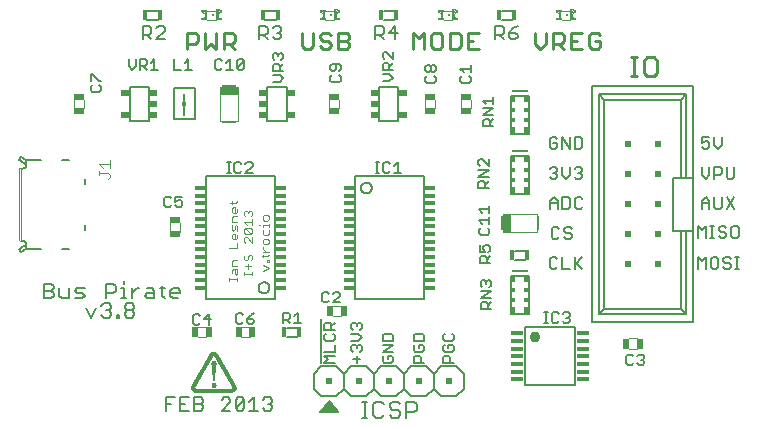
<source format=gto>
G75*
G70*
%OFA0B0*%
%FSLAX24Y24*%
%IPPOS*%
%LPD*%
%AMOC8*
5,1,8,0,0,1.08239X$1,22.5*
%
%ADD10C,0.0110*%
%ADD11C,0.0040*%
%ADD12C,0.0070*%
%ADD13C,0.0060*%
%ADD14C,0.0050*%
%ADD15C,0.0010*%
%ADD16R,0.0160X0.0340*%
%ADD17C,0.0020*%
%ADD18R,0.0059X0.0079*%
%ADD19R,0.0020X0.0020*%
%ADD20R,0.0148X0.0020*%
%ADD21R,0.0118X0.0079*%
%ADD22R,0.0089X0.0354*%
%ADD23R,0.0197X0.0079*%
%ADD24R,0.0089X0.0217*%
%ADD25R,0.0039X0.0039*%
%ADD26R,0.0098X0.0098*%
%ADD27R,0.0374X0.0197*%
%ADD28R,0.0374X0.0197*%
%ADD29R,0.0197X0.0374*%
%ADD30R,0.0197X0.0374*%
%ADD31R,0.0079X0.0472*%
%ADD32R,0.0256X0.0591*%
%ADD33R,0.0118X0.0157*%
%ADD34R,0.0472X0.0079*%
%ADD35R,0.0591X0.0256*%
%ADD36C,0.0080*%
%ADD37R,0.0423X0.0118*%
%ADD38C,0.0362*%
%ADD39R,0.0006X0.0006*%
%ADD40R,0.0006X0.0006*%
%ADD41R,0.0006X0.0006*%
%ADD42R,0.0006X0.0006*%
%ADD43R,0.0118X0.0236*%
%ADD44R,0.0118X0.0197*%
%ADD45R,0.0551X0.0039*%
%ADD46R,0.0551X0.0079*%
%ADD47R,0.0039X0.0079*%
%ADD48R,0.0368X0.0128*%
%ADD49R,0.0256X0.0197*%
%ADD50R,0.0200X0.0200*%
%ADD51C,0.0090*%
D10*
X009488Y017073D02*
X009488Y017623D01*
X009763Y017623D01*
X009855Y017531D01*
X009855Y017348D01*
X009763Y017256D01*
X009488Y017256D01*
X010096Y017073D02*
X010096Y017623D01*
X010463Y017623D02*
X010463Y017073D01*
X010279Y017256D01*
X010096Y017073D01*
X010703Y017073D02*
X010703Y017623D01*
X010979Y017623D01*
X011070Y017531D01*
X011070Y017348D01*
X010979Y017256D01*
X010703Y017256D01*
X010887Y017256D02*
X011070Y017073D01*
X013315Y017164D02*
X013407Y017073D01*
X013591Y017073D01*
X013682Y017164D01*
X013682Y017623D01*
X013923Y017531D02*
X013923Y017440D01*
X014015Y017348D01*
X014198Y017348D01*
X014290Y017256D01*
X014290Y017164D01*
X014198Y017073D01*
X014015Y017073D01*
X013923Y017164D01*
X013923Y017531D02*
X014015Y017623D01*
X014198Y017623D01*
X014290Y017531D01*
X014531Y017623D02*
X014806Y017623D01*
X014898Y017531D01*
X014898Y017440D01*
X014806Y017348D01*
X014531Y017348D01*
X014531Y017073D02*
X014531Y017623D01*
X014806Y017348D02*
X014898Y017256D01*
X014898Y017164D01*
X014806Y017073D01*
X014531Y017073D01*
X013315Y017164D02*
X013315Y017623D01*
X017021Y017623D02*
X017021Y017073D01*
X017387Y017073D02*
X017387Y017623D01*
X017204Y017440D01*
X017021Y017623D01*
X017628Y017531D02*
X017628Y017164D01*
X017720Y017073D01*
X017903Y017073D01*
X017995Y017164D01*
X017995Y017531D01*
X017903Y017623D01*
X017720Y017623D01*
X017628Y017531D01*
X018236Y017623D02*
X018236Y017073D01*
X018511Y017073D01*
X018603Y017164D01*
X018603Y017531D01*
X018511Y017623D01*
X018236Y017623D01*
X018844Y017623D02*
X018844Y017073D01*
X019211Y017073D01*
X019027Y017348D02*
X018844Y017348D01*
X018844Y017623D02*
X019211Y017623D01*
X021070Y017623D02*
X021070Y017256D01*
X021253Y017073D01*
X021437Y017256D01*
X021437Y017623D01*
X021678Y017623D02*
X021953Y017623D01*
X022045Y017531D01*
X022045Y017348D01*
X021953Y017256D01*
X021678Y017256D01*
X021861Y017256D02*
X022045Y017073D01*
X022285Y017073D02*
X022652Y017073D01*
X022893Y017164D02*
X022985Y017073D01*
X023168Y017073D01*
X023260Y017164D01*
X023260Y017348D01*
X023076Y017348D01*
X022893Y017531D02*
X022893Y017164D01*
X022893Y017531D02*
X022985Y017623D01*
X023168Y017623D01*
X023260Y017531D01*
X022652Y017623D02*
X022285Y017623D01*
X022285Y017073D01*
X021678Y017073D02*
X021678Y017623D01*
X022285Y017348D02*
X022469Y017348D01*
D11*
X022249Y018041D02*
X021973Y018041D01*
X021973Y018356D02*
X022259Y018356D01*
X022426Y018318D02*
X022405Y018314D01*
X022386Y018307D01*
X022368Y018297D01*
X022352Y018283D01*
X022339Y018267D01*
X022328Y018249D01*
X022321Y018230D01*
X022317Y018209D01*
X022317Y018189D01*
X022321Y018168D01*
X022328Y018149D01*
X022339Y018131D01*
X022352Y018115D01*
X022368Y018101D01*
X022386Y018091D01*
X022405Y018084D01*
X022426Y018080D01*
X018489Y018080D02*
X018468Y018084D01*
X018449Y018091D01*
X018431Y018101D01*
X018415Y018115D01*
X018402Y018131D01*
X018391Y018149D01*
X018384Y018168D01*
X018380Y018189D01*
X018380Y018209D01*
X018384Y018230D01*
X018391Y018249D01*
X018402Y018267D01*
X018415Y018283D01*
X018431Y018297D01*
X018449Y018307D01*
X018468Y018314D01*
X018489Y018318D01*
X018321Y018356D02*
X018036Y018356D01*
X018036Y018041D02*
X018312Y018041D01*
X014552Y018080D02*
X014531Y018084D01*
X014512Y018091D01*
X014494Y018101D01*
X014478Y018115D01*
X014465Y018131D01*
X014454Y018149D01*
X014447Y018168D01*
X014443Y018189D01*
X014443Y018209D01*
X014447Y018230D01*
X014454Y018249D01*
X014465Y018267D01*
X014478Y018283D01*
X014494Y018297D01*
X014512Y018307D01*
X014531Y018314D01*
X014552Y018318D01*
X014384Y018356D02*
X014099Y018356D01*
X014099Y018041D02*
X014375Y018041D01*
X010615Y018080D02*
X010594Y018084D01*
X010575Y018091D01*
X010557Y018101D01*
X010541Y018115D01*
X010528Y018131D01*
X010517Y018149D01*
X010510Y018168D01*
X010506Y018189D01*
X010506Y018209D01*
X010510Y018230D01*
X010517Y018249D01*
X010528Y018267D01*
X010541Y018283D01*
X010557Y018297D01*
X010575Y018307D01*
X010594Y018314D01*
X010615Y018318D01*
X010447Y018356D02*
X010162Y018356D01*
X010162Y018041D02*
X010438Y018041D01*
X010599Y015812D02*
X011190Y015812D01*
X011190Y014670D01*
X010599Y014670D01*
X010599Y015812D01*
X014229Y015381D02*
X014229Y015101D01*
X014564Y015101D02*
X014564Y015381D01*
X017417Y015381D02*
X017417Y015101D01*
X017752Y015101D02*
X017752Y015381D01*
X018612Y015381D02*
X018612Y015101D01*
X018947Y015101D02*
X018947Y015381D01*
X020011Y011578D02*
X020011Y010987D01*
X021153Y010987D01*
X021153Y011578D01*
X020011Y011578D01*
X014622Y008506D02*
X014342Y008506D01*
X014342Y008171D02*
X014622Y008171D01*
X012205Y009780D02*
X012019Y009873D01*
X012159Y009981D02*
X012159Y010028D01*
X012205Y010028D01*
X012205Y009981D01*
X012159Y009981D01*
X012159Y010175D02*
X011972Y010175D01*
X012019Y010128D02*
X012019Y010222D01*
X012019Y010325D02*
X012205Y010325D01*
X012112Y010325D02*
X012019Y010418D01*
X012019Y010465D01*
X012065Y010570D02*
X012159Y010570D01*
X012205Y010617D01*
X012205Y010710D01*
X012159Y010757D01*
X012065Y010757D01*
X012019Y010710D01*
X012019Y010617D01*
X012065Y010570D01*
X012065Y010865D02*
X012159Y010865D01*
X012205Y010912D01*
X012205Y011052D01*
X012205Y011160D02*
X012205Y011253D01*
X012205Y011206D02*
X012019Y011206D01*
X012019Y011160D01*
X011925Y011206D02*
X011878Y011206D01*
X012019Y011052D02*
X012019Y010912D01*
X012065Y010865D01*
X011662Y010807D02*
X011662Y010620D01*
X011475Y010807D01*
X011429Y010807D01*
X011382Y010761D01*
X011382Y010667D01*
X011429Y010620D01*
X011162Y010620D02*
X011162Y010433D01*
X010882Y010433D01*
X011382Y010171D02*
X011382Y010078D01*
X011429Y010031D01*
X011475Y010031D01*
X011522Y010078D01*
X011522Y010171D01*
X011569Y010218D01*
X011615Y010218D01*
X011662Y010171D01*
X011662Y010078D01*
X011615Y010031D01*
X011522Y009923D02*
X011522Y009737D01*
X011429Y009830D02*
X011615Y009830D01*
X011662Y009634D02*
X011662Y009540D01*
X011662Y009587D02*
X011382Y009587D01*
X011382Y009540D02*
X011382Y009634D01*
X011162Y009596D02*
X011115Y009549D01*
X011069Y009596D01*
X011069Y009736D01*
X011022Y009736D02*
X011162Y009736D01*
X011162Y009596D01*
X011162Y009446D02*
X011162Y009353D01*
X011162Y009399D02*
X010882Y009399D01*
X010882Y009353D02*
X010882Y009446D01*
X010975Y009596D02*
X010975Y009689D01*
X011022Y009736D01*
X010975Y009844D02*
X010975Y009984D01*
X011022Y010030D01*
X011162Y010030D01*
X011162Y009844D02*
X010975Y009844D01*
X011382Y010171D02*
X011429Y010218D01*
X012159Y010175D02*
X012205Y010222D01*
X012205Y009780D02*
X012019Y009686D01*
X011115Y010728D02*
X011022Y010728D01*
X010975Y010774D01*
X010975Y010868D01*
X011022Y010914D01*
X011069Y010914D01*
X011069Y010728D01*
X011115Y010728D02*
X011162Y010774D01*
X011162Y010868D01*
X011162Y011022D02*
X011162Y011162D01*
X011115Y011209D01*
X011069Y011162D01*
X011069Y011069D01*
X011022Y011022D01*
X010975Y011069D01*
X010975Y011209D01*
X010975Y011317D02*
X010975Y011457D01*
X011022Y011504D01*
X011162Y011504D01*
X011115Y011612D02*
X011022Y011612D01*
X010975Y011658D01*
X010975Y011752D01*
X011022Y011798D01*
X011069Y011798D01*
X011069Y011612D01*
X011115Y011612D02*
X011162Y011658D01*
X011162Y011752D01*
X011115Y011953D02*
X011162Y012000D01*
X011115Y011953D02*
X010929Y011953D01*
X010975Y011906D02*
X010975Y012000D01*
X011382Y011645D02*
X011429Y011691D01*
X011475Y011691D01*
X011522Y011645D01*
X011569Y011691D01*
X011615Y011691D01*
X011662Y011645D01*
X011662Y011551D01*
X011615Y011504D01*
X011662Y011397D02*
X011662Y011210D01*
X011662Y011303D02*
X011382Y011303D01*
X011475Y011210D01*
X011429Y011102D02*
X011615Y010915D01*
X011662Y010962D01*
X011662Y011055D01*
X011615Y011102D01*
X011429Y011102D01*
X011382Y011055D01*
X011382Y010962D01*
X011429Y010915D01*
X011615Y010915D01*
X011162Y011317D02*
X010975Y011317D01*
X011382Y011551D02*
X011382Y011645D01*
X011382Y011551D02*
X011429Y011504D01*
X011522Y011598D02*
X011522Y011645D01*
X012019Y011496D02*
X012019Y011403D01*
X012065Y011356D01*
X012159Y011356D01*
X012205Y011403D01*
X012205Y011496D01*
X012159Y011543D01*
X012065Y011543D01*
X012019Y011496D01*
X009252Y011273D02*
X009252Y010992D01*
X008917Y010992D02*
X008917Y011273D01*
X006920Y012818D02*
X006920Y012878D01*
X006860Y012938D01*
X006560Y012938D01*
X006560Y012878D02*
X006560Y012998D01*
X006680Y013126D02*
X006560Y013246D01*
X006920Y013246D01*
X006920Y013126D02*
X006920Y013366D01*
X006920Y012818D02*
X006860Y012758D01*
X004024Y013120D02*
X004011Y013119D01*
X003998Y013114D01*
X003987Y013107D01*
X003978Y013098D01*
X003971Y013087D01*
X003966Y013074D01*
X003965Y013061D01*
X003965Y010738D01*
X003942Y010679D02*
X003929Y010680D01*
X003916Y010685D01*
X003905Y010692D01*
X003896Y010701D01*
X003889Y010712D01*
X003884Y010725D01*
X003883Y010738D01*
X003883Y013061D01*
X003884Y013074D01*
X003889Y013087D01*
X003896Y013098D01*
X003905Y013107D01*
X003916Y013114D01*
X003929Y013119D01*
X003942Y013120D01*
X004024Y013120D01*
X005729Y015101D02*
X005729Y015381D01*
X006064Y015381D02*
X006064Y015101D01*
X003965Y010738D02*
X003966Y010725D01*
X003971Y010712D01*
X003978Y010701D01*
X003987Y010692D01*
X003998Y010685D01*
X004011Y010680D01*
X004024Y010679D01*
X003942Y010679D01*
X009842Y007798D02*
X010122Y007798D01*
X010122Y007463D02*
X009842Y007463D01*
X011292Y007463D02*
X011572Y007463D01*
X011572Y007798D02*
X011292Y007798D01*
X024217Y007428D02*
X024497Y007428D01*
X024497Y007093D02*
X024217Y007093D01*
D12*
X022656Y009751D02*
X022465Y009941D01*
X022402Y009878D02*
X022656Y010131D01*
X022402Y010131D02*
X022402Y009751D01*
X022241Y009751D02*
X021988Y009751D01*
X021988Y010131D01*
X021827Y010068D02*
X021764Y010131D01*
X021637Y010131D01*
X021573Y010068D01*
X021573Y009814D01*
X021637Y009751D01*
X021764Y009751D01*
X021827Y009814D01*
X021826Y010751D02*
X021889Y010814D01*
X021826Y010751D02*
X021699Y010751D01*
X021636Y010814D01*
X021636Y011068D01*
X021699Y011131D01*
X021826Y011131D01*
X021889Y011068D01*
X022050Y011068D02*
X022114Y011131D01*
X022240Y011131D01*
X022304Y011068D01*
X022240Y010941D02*
X022304Y010878D01*
X022304Y010814D01*
X022240Y010751D01*
X022114Y010751D01*
X022050Y010814D01*
X022114Y010941D02*
X022240Y010941D01*
X022114Y010941D02*
X022050Y011005D01*
X022050Y011068D01*
X021996Y011751D02*
X022186Y011751D01*
X022250Y011814D01*
X022250Y012068D01*
X022186Y012131D01*
X021996Y012131D01*
X021996Y011751D01*
X021835Y011751D02*
X021835Y012005D01*
X021709Y012131D01*
X021582Y012005D01*
X021582Y011751D01*
X021582Y011941D02*
X021835Y011941D01*
X022411Y012068D02*
X022411Y011814D01*
X022474Y011751D01*
X022601Y011751D01*
X022664Y011814D01*
X022664Y012068D02*
X022601Y012131D01*
X022474Y012131D01*
X022411Y012068D01*
X022464Y012751D02*
X022401Y012814D01*
X022464Y012751D02*
X022591Y012751D01*
X022654Y012814D01*
X022654Y012878D01*
X022591Y012941D01*
X022527Y012941D01*
X022591Y012941D02*
X022654Y013005D01*
X022654Y013068D01*
X022591Y013131D01*
X022464Y013131D01*
X022401Y013068D01*
X022240Y013131D02*
X022240Y012878D01*
X022113Y012751D01*
X021986Y012878D01*
X021986Y013131D01*
X021825Y013068D02*
X021825Y013005D01*
X021762Y012941D01*
X021825Y012878D01*
X021825Y012814D01*
X021762Y012751D01*
X021635Y012751D01*
X021572Y012814D01*
X021699Y012941D02*
X021762Y012941D01*
X021825Y013068D02*
X021762Y013131D01*
X021635Y013131D01*
X021572Y013068D01*
X021637Y013751D02*
X021764Y013751D01*
X021827Y013814D01*
X021827Y013941D01*
X021700Y013941D01*
X021573Y013814D02*
X021637Y013751D01*
X021573Y013814D02*
X021573Y014068D01*
X021637Y014131D01*
X021764Y014131D01*
X021827Y014068D01*
X021988Y014131D02*
X021988Y013751D01*
X022241Y013751D02*
X022241Y014131D01*
X022402Y014131D02*
X022592Y014131D01*
X022656Y014068D01*
X022656Y013814D01*
X022592Y013751D01*
X022402Y013751D01*
X022402Y014131D01*
X022241Y013751D02*
X021988Y014131D01*
X026642Y014131D02*
X026642Y013941D01*
X026769Y014005D01*
X026832Y014005D01*
X026896Y013941D01*
X026896Y013814D01*
X026832Y013751D01*
X026705Y013751D01*
X026642Y013814D01*
X026642Y014131D02*
X026896Y014131D01*
X027056Y014131D02*
X027056Y013878D01*
X027183Y013751D01*
X027310Y013878D01*
X027310Y014131D01*
X027247Y013131D02*
X027310Y013068D01*
X027310Y012941D01*
X027247Y012878D01*
X027056Y012878D01*
X027056Y012751D02*
X027056Y013131D01*
X027247Y013131D01*
X027471Y013131D02*
X027471Y012814D01*
X027534Y012751D01*
X027661Y012751D01*
X027724Y012814D01*
X027724Y013131D01*
X026896Y013131D02*
X026896Y012878D01*
X026769Y012751D01*
X026642Y012878D01*
X026642Y013131D01*
X026769Y012131D02*
X026642Y012005D01*
X026642Y011751D01*
X026642Y011941D02*
X026896Y011941D01*
X026896Y012005D02*
X026896Y011751D01*
X027056Y011814D02*
X027120Y011751D01*
X027247Y011751D01*
X027310Y011814D01*
X027310Y012131D01*
X027471Y012131D02*
X027724Y011751D01*
X027471Y011751D02*
X027724Y012131D01*
X027056Y012131D02*
X027056Y011814D01*
X026896Y012005D02*
X026769Y012131D01*
X026771Y011163D02*
X026771Y010782D01*
X026931Y010782D02*
X027058Y010782D01*
X026995Y010782D02*
X026995Y011163D01*
X027058Y011163D02*
X026931Y011163D01*
X026771Y011163D02*
X026644Y011036D01*
X026517Y011163D01*
X026517Y010782D01*
X027208Y010846D02*
X027271Y010782D01*
X027398Y010782D01*
X027461Y010846D01*
X027461Y010909D01*
X027398Y010972D01*
X027271Y010972D01*
X027208Y011036D01*
X027208Y011099D01*
X027271Y011163D01*
X027398Y011163D01*
X027461Y011099D01*
X027622Y011099D02*
X027622Y010846D01*
X027685Y010782D01*
X027812Y010782D01*
X027876Y010846D01*
X027876Y011099D01*
X027812Y011163D01*
X027685Y011163D01*
X027622Y011099D01*
X027542Y010131D02*
X027415Y010131D01*
X027352Y010068D01*
X027352Y010005D01*
X027415Y009941D01*
X027542Y009941D01*
X027606Y009878D01*
X027606Y009814D01*
X027542Y009751D01*
X027415Y009751D01*
X027352Y009814D01*
X027191Y009814D02*
X027191Y010068D01*
X027128Y010131D01*
X027001Y010131D01*
X026938Y010068D01*
X026938Y009814D01*
X027001Y009751D01*
X027128Y009751D01*
X027191Y009814D01*
X026777Y009751D02*
X026777Y010131D01*
X026650Y010005D01*
X026523Y010131D01*
X026523Y009751D01*
X027542Y010131D02*
X027606Y010068D01*
X027766Y010131D02*
X027893Y010131D01*
X027830Y010131D02*
X027830Y009751D01*
X027893Y009751D02*
X027766Y009751D01*
X017144Y005228D02*
X017144Y005051D01*
X017056Y004963D01*
X016791Y004963D01*
X016791Y004786D02*
X016791Y005316D01*
X017056Y005316D01*
X017144Y005228D01*
X016592Y005228D02*
X016503Y005316D01*
X016327Y005316D01*
X016238Y005228D01*
X016238Y005140D01*
X016327Y005051D01*
X016503Y005051D01*
X016592Y004963D01*
X016592Y004874D01*
X016503Y004786D01*
X016327Y004786D01*
X016238Y004874D01*
X016039Y004874D02*
X015951Y004786D01*
X015774Y004786D01*
X015686Y004874D01*
X015686Y005228D01*
X015774Y005316D01*
X015951Y005316D01*
X016039Y005228D01*
X015494Y005316D02*
X015317Y005316D01*
X015406Y005316D02*
X015406Y004786D01*
X015494Y004786D02*
X015317Y004786D01*
X009173Y008768D02*
X009010Y008768D01*
X008928Y008849D01*
X008928Y009013D01*
X009010Y009095D01*
X009173Y009095D01*
X009255Y009013D01*
X009255Y008931D01*
X008928Y008931D01*
X008748Y008768D02*
X008666Y008849D01*
X008666Y009176D01*
X008584Y009095D02*
X008748Y009095D01*
X008396Y009013D02*
X008396Y008768D01*
X008150Y008768D01*
X008069Y008849D01*
X008150Y008931D01*
X008396Y008931D01*
X008396Y009013D02*
X008314Y009095D01*
X008150Y009095D01*
X007884Y009095D02*
X007802Y009095D01*
X007639Y008931D01*
X007639Y008768D02*
X007639Y009095D01*
X007377Y009095D02*
X007377Y008768D01*
X007295Y008768D02*
X007459Y008768D01*
X007488Y008608D02*
X007651Y008608D01*
X007733Y008526D01*
X007733Y008445D01*
X007651Y008363D01*
X007488Y008363D01*
X007406Y008445D01*
X007406Y008526D01*
X007488Y008608D01*
X007488Y008363D02*
X007406Y008281D01*
X007406Y008199D01*
X007488Y008118D01*
X007651Y008118D01*
X007733Y008199D01*
X007733Y008281D01*
X007651Y008363D01*
X007230Y008199D02*
X007230Y008118D01*
X007148Y008118D01*
X007148Y008199D01*
X007230Y008199D01*
X006960Y008199D02*
X006878Y008118D01*
X006714Y008118D01*
X006633Y008199D01*
X006796Y008363D02*
X006878Y008363D01*
X006960Y008281D01*
X006960Y008199D01*
X006878Y008363D02*
X006960Y008445D01*
X006960Y008526D01*
X006878Y008608D01*
X006714Y008608D01*
X006633Y008526D01*
X006444Y008445D02*
X006281Y008118D01*
X006117Y008445D01*
X005994Y008768D02*
X005748Y008768D01*
X005830Y008931D02*
X005748Y009013D01*
X005830Y009095D01*
X006075Y009095D01*
X005994Y008931D02*
X005830Y008931D01*
X005994Y008931D02*
X006075Y008849D01*
X005994Y008768D01*
X005560Y008768D02*
X005560Y009095D01*
X005233Y009095D02*
X005233Y008849D01*
X005314Y008768D01*
X005560Y008768D01*
X005044Y008849D02*
X004962Y008768D01*
X004717Y008768D01*
X004717Y009258D01*
X004962Y009258D01*
X005044Y009176D01*
X005044Y009095D01*
X004962Y009013D01*
X004717Y009013D01*
X004962Y009013D02*
X005044Y008931D01*
X005044Y008849D01*
X006780Y008768D02*
X006780Y009258D01*
X007025Y009258D01*
X007107Y009176D01*
X007107Y009013D01*
X007025Y008931D01*
X006780Y008931D01*
X007295Y009095D02*
X007377Y009095D01*
X007377Y009258D02*
X007377Y009340D01*
D13*
X008799Y005461D02*
X008799Y005021D01*
X008799Y005241D02*
X008946Y005241D01*
X008799Y005461D02*
X009093Y005461D01*
X009260Y005461D02*
X009260Y005021D01*
X009553Y005021D01*
X009720Y005021D02*
X009940Y005021D01*
X010014Y005094D01*
X010014Y005168D01*
X009940Y005241D01*
X009720Y005241D01*
X009720Y005021D02*
X009720Y005461D01*
X009940Y005461D01*
X010014Y005388D01*
X010014Y005315D01*
X009940Y005241D01*
X009553Y005461D02*
X009260Y005461D01*
X009260Y005241D02*
X009406Y005241D01*
X010641Y005388D02*
X010714Y005461D01*
X010861Y005461D01*
X010934Y005388D01*
X010934Y005315D01*
X010641Y005021D01*
X010934Y005021D01*
X011101Y005094D02*
X011395Y005388D01*
X011395Y005094D01*
X011321Y005021D01*
X011174Y005021D01*
X011101Y005094D01*
X011101Y005388D01*
X011174Y005461D01*
X011321Y005461D01*
X011395Y005388D01*
X011561Y005315D02*
X011708Y005461D01*
X011708Y005021D01*
X011561Y005021D02*
X011855Y005021D01*
X012022Y005094D02*
X012095Y005021D01*
X012242Y005021D01*
X012315Y005094D01*
X012315Y005168D01*
X012242Y005241D01*
X012169Y005241D01*
X012242Y005241D02*
X012315Y005315D01*
X012315Y005388D01*
X012242Y005461D01*
X012095Y005461D01*
X012022Y005388D01*
X013705Y005744D02*
X013705Y006244D01*
X013955Y006494D01*
X014455Y006494D01*
X014705Y006244D01*
X014955Y006494D01*
X015455Y006494D01*
X015705Y006244D01*
X015705Y005744D01*
X015455Y005494D01*
X014955Y005494D01*
X014705Y005744D01*
X014455Y005494D01*
X013955Y005494D01*
X013705Y005744D01*
X014705Y005744D02*
X014705Y006244D01*
X015705Y006244D02*
X015955Y006494D01*
X016455Y006494D01*
X016705Y006244D01*
X016955Y006494D01*
X017455Y006494D01*
X017705Y006244D01*
X017955Y006494D01*
X018455Y006494D01*
X018705Y006244D01*
X018705Y005744D01*
X018455Y005494D01*
X017955Y005494D01*
X017705Y005744D01*
X017455Y005494D01*
X016955Y005494D01*
X016705Y005744D01*
X016455Y005494D01*
X015955Y005494D01*
X015705Y005744D01*
X016705Y005744D02*
X016705Y006244D01*
X017705Y006244D02*
X017705Y005744D01*
X013152Y007492D02*
X012812Y007492D01*
X012812Y007773D02*
X013152Y007773D01*
X012434Y008735D02*
X010131Y008735D01*
X010131Y012830D01*
X012434Y012830D01*
X012434Y008735D01*
X011869Y009119D02*
X011871Y009145D01*
X011877Y009171D01*
X011886Y009196D01*
X011899Y009219D01*
X011915Y009240D01*
X011934Y009258D01*
X011956Y009274D01*
X011979Y009286D01*
X012004Y009294D01*
X012030Y009299D01*
X012057Y009300D01*
X012083Y009297D01*
X012108Y009290D01*
X012133Y009280D01*
X012155Y009266D01*
X012176Y009249D01*
X012193Y009230D01*
X012208Y009208D01*
X012219Y009184D01*
X012227Y009158D01*
X012231Y009132D01*
X012231Y009106D01*
X012227Y009080D01*
X012219Y009054D01*
X012208Y009030D01*
X012193Y009008D01*
X012176Y008989D01*
X012155Y008972D01*
X012133Y008958D01*
X012108Y008948D01*
X012083Y008941D01*
X012057Y008938D01*
X012030Y008939D01*
X012004Y008944D01*
X011979Y008952D01*
X011956Y008964D01*
X011934Y008980D01*
X011915Y008998D01*
X011899Y009019D01*
X011886Y009042D01*
X011877Y009067D01*
X011871Y009093D01*
X011869Y009119D01*
X015081Y008735D02*
X015081Y012830D01*
X017384Y012830D01*
X017384Y008735D01*
X015081Y008735D01*
X020412Y010055D02*
X020752Y010055D01*
X020752Y010335D02*
X020412Y010335D01*
X023209Y008234D02*
X023390Y008415D01*
X025949Y008415D01*
X026131Y008234D01*
X026131Y011014D01*
X025949Y011014D01*
X025678Y011014D01*
X025678Y012785D01*
X026343Y012785D01*
X026343Y011014D01*
X026131Y011014D01*
X025949Y011014D02*
X025949Y008415D01*
X026131Y008234D02*
X023209Y008234D01*
X023209Y015565D01*
X023390Y015384D01*
X025949Y015384D01*
X026131Y015565D01*
X026131Y012785D01*
X025949Y012785D02*
X025949Y015384D01*
X026131Y015565D02*
X023209Y015565D01*
X023390Y015384D02*
X023390Y008415D01*
X022997Y007963D02*
X026343Y007963D01*
X026343Y011014D01*
X026343Y012785D02*
X026343Y015837D01*
X022997Y015837D01*
X022997Y007963D01*
X015283Y012446D02*
X015285Y012472D01*
X015291Y012498D01*
X015300Y012523D01*
X015313Y012546D01*
X015329Y012567D01*
X015348Y012585D01*
X015370Y012601D01*
X015393Y012613D01*
X015418Y012621D01*
X015444Y012626D01*
X015471Y012627D01*
X015497Y012624D01*
X015522Y012617D01*
X015547Y012607D01*
X015569Y012593D01*
X015590Y012576D01*
X015607Y012557D01*
X015622Y012535D01*
X015633Y012511D01*
X015641Y012485D01*
X015645Y012459D01*
X015645Y012433D01*
X015641Y012407D01*
X015633Y012381D01*
X015622Y012357D01*
X015607Y012335D01*
X015590Y012316D01*
X015569Y012299D01*
X015547Y012285D01*
X015522Y012275D01*
X015497Y012268D01*
X015471Y012265D01*
X015444Y012266D01*
X015418Y012271D01*
X015393Y012279D01*
X015370Y012291D01*
X015348Y012307D01*
X015329Y012325D01*
X015313Y012346D01*
X015300Y012369D01*
X015291Y012394D01*
X015285Y012420D01*
X015283Y012446D01*
X015886Y014681D02*
X015886Y014718D01*
X015886Y014681D02*
X015886Y015801D01*
X015886Y015764D01*
X015886Y015801D02*
X016524Y015801D01*
X016524Y015764D01*
X016524Y015801D02*
X016524Y014681D01*
X016524Y014718D01*
X016524Y014681D02*
X015886Y014681D01*
X015886Y015036D02*
X015886Y015073D01*
X016524Y015036D02*
X016524Y015447D01*
X015886Y015447D02*
X015886Y015410D01*
X012801Y015447D02*
X012801Y015036D01*
X012801Y014718D02*
X012801Y014681D01*
X012801Y015801D01*
X012801Y015764D01*
X012801Y015801D02*
X012163Y015801D01*
X012163Y015764D01*
X012163Y015801D02*
X012163Y014681D01*
X012163Y014718D01*
X012163Y014681D02*
X012801Y014681D01*
X012163Y015036D02*
X012163Y015073D01*
X012163Y015410D02*
X012163Y015447D01*
X012172Y017396D02*
X012025Y017543D01*
X012099Y017543D02*
X011879Y017543D01*
X011879Y017396D02*
X011879Y017836D01*
X012099Y017836D01*
X012172Y017763D01*
X012172Y017616D01*
X012099Y017543D01*
X012339Y017469D02*
X012412Y017396D01*
X012559Y017396D01*
X012633Y017469D01*
X012633Y017543D01*
X012559Y017616D01*
X012486Y017616D01*
X012559Y017616D02*
X012633Y017690D01*
X012633Y017763D01*
X012559Y017836D01*
X012412Y017836D01*
X012339Y017763D01*
X012438Y018059D02*
X012098Y018059D01*
X012098Y018339D02*
X012438Y018339D01*
X015754Y017836D02*
X015754Y017396D01*
X015754Y017543D02*
X015974Y017543D01*
X016047Y017616D01*
X016047Y017763D01*
X015974Y017836D01*
X015754Y017836D01*
X015900Y017543D02*
X016047Y017396D01*
X016214Y017616D02*
X016508Y017616D01*
X016434Y017396D02*
X016434Y017836D01*
X016214Y017616D01*
X016375Y018059D02*
X016035Y018059D01*
X016035Y018339D02*
X016375Y018339D01*
X019754Y017836D02*
X019754Y017396D01*
X019754Y017543D02*
X019974Y017543D01*
X020047Y017616D01*
X020047Y017763D01*
X019974Y017836D01*
X019754Y017836D01*
X019972Y018059D02*
X020312Y018059D01*
X020312Y018339D02*
X019972Y018339D01*
X020361Y017763D02*
X020214Y017616D01*
X020434Y017616D01*
X020508Y017543D01*
X020508Y017469D01*
X020434Y017396D01*
X020287Y017396D01*
X020214Y017469D01*
X020214Y017616D01*
X020361Y017763D02*
X020508Y017836D01*
X020047Y017396D02*
X019900Y017543D01*
X008758Y017396D02*
X008464Y017396D01*
X008758Y017690D01*
X008758Y017763D01*
X008684Y017836D01*
X008537Y017836D01*
X008464Y017763D01*
X008297Y017763D02*
X008297Y017616D01*
X008224Y017543D01*
X008004Y017543D01*
X008150Y017543D02*
X008297Y017396D01*
X008004Y017396D02*
X008004Y017836D01*
X008224Y017836D01*
X008297Y017763D01*
X008161Y018059D02*
X008501Y018059D01*
X008501Y018339D02*
X008161Y018339D01*
X008213Y015801D02*
X007575Y015801D01*
X007575Y015764D01*
X007575Y015801D02*
X007575Y014681D01*
X007575Y014718D01*
X007575Y014681D02*
X008213Y014681D01*
X008213Y014718D01*
X008213Y014681D02*
X008213Y015801D01*
X008213Y015764D01*
X008213Y015447D02*
X008213Y015410D01*
X008213Y015073D02*
X008213Y015036D01*
X007575Y015036D02*
X007575Y015447D01*
X004119Y013376D02*
X003942Y013478D01*
X003883Y013376D01*
X004064Y013271D01*
X004119Y013258D02*
X004119Y013376D01*
X004611Y013376D01*
X004119Y013258D02*
X004100Y013259D01*
X004082Y013264D01*
X004064Y013271D01*
X004119Y013258D02*
X004119Y013199D01*
X004117Y013184D01*
X004113Y013169D01*
X004106Y013155D01*
X004096Y013143D01*
X004084Y013133D01*
X004070Y013126D01*
X004055Y013122D01*
X004040Y013120D01*
X004024Y013120D01*
X005320Y013376D02*
X005556Y013376D01*
X006087Y012746D02*
X006087Y012589D01*
X006087Y011211D02*
X006087Y011053D01*
X005556Y010423D02*
X005320Y010423D01*
X004611Y010423D02*
X004119Y010423D01*
X004060Y010525D02*
X004079Y010534D01*
X004099Y010539D01*
X004119Y010541D01*
X004119Y010600D01*
X004119Y010541D02*
X004119Y010423D01*
X003942Y010321D01*
X003883Y010423D01*
X004060Y010525D01*
X004119Y010600D02*
X004117Y010615D01*
X004113Y010630D01*
X004106Y010644D01*
X004096Y010656D01*
X004084Y010666D01*
X004070Y010673D01*
X004055Y010677D01*
X004040Y010679D01*
X004024Y010679D01*
D14*
X008729Y011867D02*
X008788Y011808D01*
X008904Y011808D01*
X008963Y011867D01*
X009098Y011867D02*
X009156Y011808D01*
X009273Y011808D01*
X009331Y011867D01*
X009331Y011983D01*
X009273Y012042D01*
X009214Y012042D01*
X009098Y011983D01*
X009098Y012159D01*
X009331Y012159D01*
X008963Y012100D02*
X008904Y012159D01*
X008788Y012159D01*
X008729Y012100D01*
X008729Y011867D01*
X010821Y012958D02*
X010937Y012958D01*
X010879Y012958D02*
X010879Y013308D01*
X010821Y013308D02*
X010937Y013308D01*
X011066Y013249D02*
X011124Y013308D01*
X011241Y013308D01*
X011300Y013249D01*
X011434Y013249D02*
X011493Y013308D01*
X011609Y013308D01*
X011668Y013249D01*
X011668Y013191D01*
X011434Y012958D01*
X011668Y012958D01*
X011300Y013016D02*
X011241Y012958D01*
X011124Y012958D01*
X011066Y013016D01*
X011066Y013249D01*
X009761Y014739D02*
X009047Y014739D01*
X009047Y015763D01*
X009761Y015763D01*
X009761Y014739D01*
X009394Y014891D02*
X009394Y015591D01*
X009413Y016391D02*
X009646Y016391D01*
X009529Y016391D02*
X009529Y016741D01*
X009413Y016625D01*
X009278Y016391D02*
X009044Y016391D01*
X009044Y016741D01*
X008514Y016391D02*
X008281Y016391D01*
X008398Y016391D02*
X008398Y016741D01*
X008281Y016625D01*
X008146Y016683D02*
X008146Y016566D01*
X008088Y016508D01*
X007913Y016508D01*
X008029Y016508D02*
X008146Y016391D01*
X007913Y016391D02*
X007913Y016741D01*
X008088Y016741D01*
X008146Y016683D01*
X007778Y016741D02*
X007778Y016508D01*
X007661Y016391D01*
X007544Y016508D01*
X007544Y016741D01*
X006561Y016009D02*
X006327Y016243D01*
X006269Y016243D01*
X006269Y016009D01*
X006327Y015875D02*
X006269Y015816D01*
X006269Y015699D01*
X006327Y015641D01*
X006561Y015641D01*
X006619Y015699D01*
X006619Y015816D01*
X006561Y015875D01*
X006561Y016009D02*
X006619Y016009D01*
X010419Y016449D02*
X010478Y016391D01*
X010594Y016391D01*
X010653Y016449D01*
X010788Y016391D02*
X011021Y016391D01*
X010904Y016391D02*
X010904Y016741D01*
X010788Y016625D01*
X010653Y016683D02*
X010594Y016741D01*
X010478Y016741D01*
X010419Y016683D01*
X010419Y016449D01*
X011156Y016449D02*
X011389Y016683D01*
X011389Y016449D01*
X011331Y016391D01*
X011214Y016391D01*
X011156Y016449D01*
X011156Y016683D01*
X011214Y016741D01*
X011331Y016741D01*
X011389Y016683D01*
X012338Y016772D02*
X012338Y016889D01*
X012396Y016947D01*
X012454Y016947D01*
X012513Y016889D01*
X012571Y016947D01*
X012629Y016947D01*
X012688Y016889D01*
X012688Y016772D01*
X012629Y016714D01*
X012688Y016579D02*
X012571Y016462D01*
X012571Y016521D02*
X012571Y016346D01*
X012688Y016346D02*
X012338Y016346D01*
X012338Y016521D01*
X012396Y016579D01*
X012513Y016579D01*
X012571Y016521D01*
X012396Y016714D02*
X012338Y016772D01*
X012513Y016831D02*
X012513Y016889D01*
X012571Y016211D02*
X012338Y016211D01*
X012571Y016211D02*
X012688Y016094D01*
X012571Y015977D01*
X012338Y015977D01*
X014260Y016026D02*
X014318Y015967D01*
X014552Y015967D01*
X014610Y016026D01*
X014610Y016142D01*
X014552Y016201D01*
X014552Y016336D02*
X014610Y016394D01*
X014610Y016511D01*
X014552Y016569D01*
X014318Y016569D01*
X014260Y016511D01*
X014260Y016394D01*
X014318Y016336D01*
X014377Y016336D01*
X014435Y016394D01*
X014435Y016569D01*
X014318Y016201D02*
X014260Y016142D01*
X014260Y016026D01*
X016001Y016007D02*
X016234Y016007D01*
X016351Y016124D01*
X016234Y016241D01*
X016001Y016241D01*
X016001Y016376D02*
X016001Y016551D01*
X016059Y016609D01*
X016176Y016609D01*
X016234Y016551D01*
X016234Y016376D01*
X016234Y016492D02*
X016351Y016609D01*
X016351Y016744D02*
X016118Y016977D01*
X016059Y016977D01*
X016001Y016919D01*
X016001Y016802D01*
X016059Y016744D01*
X016351Y016744D02*
X016351Y016977D01*
X016351Y016376D02*
X016001Y016376D01*
X017428Y016364D02*
X017428Y016481D01*
X017486Y016539D01*
X017544Y016539D01*
X017603Y016481D01*
X017603Y016364D01*
X017544Y016306D01*
X017486Y016306D01*
X017428Y016364D01*
X017603Y016364D02*
X017661Y016306D01*
X017719Y016306D01*
X017778Y016364D01*
X017778Y016481D01*
X017719Y016539D01*
X017661Y016539D01*
X017603Y016481D01*
X017719Y016171D02*
X017778Y016112D01*
X017778Y015996D01*
X017719Y015937D01*
X017486Y015937D01*
X017428Y015996D01*
X017428Y016112D01*
X017486Y016171D01*
X018598Y016112D02*
X018598Y015996D01*
X018656Y015937D01*
X018889Y015937D01*
X018948Y015996D01*
X018948Y016112D01*
X018889Y016171D01*
X018948Y016306D02*
X018948Y016539D01*
X018948Y016422D02*
X018598Y016422D01*
X018714Y016306D01*
X018656Y016171D02*
X018598Y016112D01*
X019696Y015464D02*
X019696Y015230D01*
X019696Y015347D02*
X019345Y015347D01*
X019462Y015230D01*
X019345Y015095D02*
X019696Y015095D01*
X019345Y014862D01*
X019696Y014862D01*
X019696Y014727D02*
X019579Y014610D01*
X019579Y014669D02*
X019579Y014494D01*
X019696Y014494D02*
X019345Y014494D01*
X019345Y014669D01*
X019404Y014727D01*
X019520Y014727D01*
X019579Y014669D01*
X019539Y013404D02*
X019539Y013170D01*
X019306Y013404D01*
X019247Y013404D01*
X019189Y013345D01*
X019189Y013229D01*
X019247Y013170D01*
X019189Y013035D02*
X019539Y013035D01*
X019189Y012802D01*
X019539Y012802D01*
X019539Y012667D02*
X019423Y012550D01*
X019423Y012609D02*
X019423Y012434D01*
X019539Y012434D02*
X019189Y012434D01*
X019189Y012609D01*
X019247Y012667D01*
X019364Y012667D01*
X019423Y012609D01*
X019562Y011854D02*
X019562Y011620D01*
X019562Y011737D02*
X019212Y011737D01*
X019328Y011620D01*
X019562Y011485D02*
X019562Y011252D01*
X019562Y011369D02*
X019212Y011369D01*
X019328Y011252D01*
X019270Y011117D02*
X019212Y011059D01*
X019212Y010942D01*
X019270Y010884D01*
X019504Y010884D01*
X019562Y010942D01*
X019562Y011059D01*
X019504Y011117D01*
X019529Y010530D02*
X019588Y010471D01*
X019588Y010355D01*
X019529Y010296D01*
X019412Y010296D02*
X019354Y010413D01*
X019354Y010471D01*
X019412Y010530D01*
X019529Y010530D01*
X019412Y010296D02*
X019237Y010296D01*
X019237Y010530D01*
X019296Y010161D02*
X019412Y010161D01*
X019471Y010103D01*
X019471Y009928D01*
X019588Y009928D02*
X019237Y009928D01*
X019237Y010103D01*
X019296Y010161D01*
X019471Y010045D02*
X019588Y010161D01*
X019564Y009364D02*
X019622Y009305D01*
X019622Y009189D01*
X019564Y009130D01*
X019622Y008995D02*
X019272Y008995D01*
X019330Y009130D02*
X019272Y009189D01*
X019272Y009305D01*
X019330Y009364D01*
X019388Y009364D01*
X019447Y009305D01*
X019505Y009364D01*
X019564Y009364D01*
X019447Y009305D02*
X019447Y009247D01*
X019622Y008995D02*
X019272Y008762D01*
X019622Y008762D01*
X019622Y008627D02*
X019505Y008510D01*
X019505Y008569D02*
X019505Y008394D01*
X019622Y008394D02*
X019272Y008394D01*
X019272Y008569D01*
X019330Y008627D01*
X019447Y008627D01*
X019505Y008569D01*
X018370Y007532D02*
X018312Y007590D01*
X018370Y007532D02*
X018370Y007415D01*
X018312Y007356D01*
X018078Y007356D01*
X018020Y007415D01*
X018020Y007532D01*
X018078Y007590D01*
X018078Y007222D02*
X018020Y007163D01*
X018020Y007046D01*
X018078Y006988D01*
X018312Y006988D01*
X018370Y007046D01*
X018370Y007163D01*
X018312Y007222D01*
X018195Y007222D01*
X018195Y007105D01*
X018195Y006853D02*
X018078Y006853D01*
X018020Y006795D01*
X018020Y006620D01*
X018370Y006620D01*
X018253Y006620D02*
X018253Y006795D01*
X018195Y006853D01*
X017391Y007046D02*
X017391Y007163D01*
X017333Y007222D01*
X017216Y007222D01*
X017216Y007105D01*
X017099Y007222D02*
X017041Y007163D01*
X017041Y007046D01*
X017099Y006988D01*
X017333Y006988D01*
X017391Y007046D01*
X017216Y006853D02*
X017275Y006795D01*
X017275Y006620D01*
X017391Y006620D02*
X017041Y006620D01*
X017041Y006795D01*
X017099Y006853D01*
X017216Y006853D01*
X017041Y007356D02*
X017041Y007532D01*
X017099Y007590D01*
X017333Y007590D01*
X017391Y007532D01*
X017391Y007356D01*
X017041Y007356D01*
X016352Y007356D02*
X016352Y007532D01*
X016294Y007590D01*
X016060Y007590D01*
X016002Y007532D01*
X016002Y007356D01*
X016352Y007356D01*
X016352Y007222D02*
X016002Y007222D01*
X016002Y006988D02*
X016352Y007222D01*
X016352Y006988D02*
X016002Y006988D01*
X016060Y006853D02*
X016002Y006795D01*
X016002Y006678D01*
X016060Y006620D01*
X016294Y006620D01*
X016352Y006678D01*
X016352Y006795D01*
X016294Y006853D01*
X016177Y006853D01*
X016177Y006737D01*
X015313Y007046D02*
X015313Y007163D01*
X015254Y007222D01*
X015196Y007222D01*
X015138Y007163D01*
X015138Y007105D01*
X015138Y007163D02*
X015079Y007222D01*
X015021Y007222D01*
X014962Y007163D01*
X014962Y007046D01*
X015021Y006988D01*
X015138Y006853D02*
X015138Y006620D01*
X015254Y006737D02*
X015021Y006737D01*
X015254Y006988D02*
X015313Y007046D01*
X015196Y007356D02*
X014962Y007356D01*
X015196Y007356D02*
X015313Y007473D01*
X015196Y007590D01*
X014962Y007590D01*
X015021Y007725D02*
X014962Y007783D01*
X014962Y007900D01*
X015021Y007958D01*
X015079Y007958D01*
X015138Y007900D01*
X015196Y007958D01*
X015254Y007958D01*
X015313Y007900D01*
X015313Y007783D01*
X015254Y007725D01*
X015138Y007841D02*
X015138Y007900D01*
X014413Y007958D02*
X014296Y007841D01*
X014296Y007900D02*
X014296Y007725D01*
X014413Y007725D02*
X014062Y007725D01*
X014062Y007900D01*
X014121Y007958D01*
X014238Y007958D01*
X014296Y007900D01*
X014354Y007590D02*
X014413Y007532D01*
X014413Y007415D01*
X014354Y007356D01*
X014121Y007356D01*
X014062Y007415D01*
X014062Y007532D01*
X014121Y007590D01*
X014413Y007222D02*
X014413Y006988D01*
X014062Y006988D01*
X014062Y006853D02*
X014413Y006853D01*
X014179Y006737D02*
X014062Y006853D01*
X014179Y006737D02*
X014062Y006620D01*
X014413Y006620D01*
X013963Y006595D02*
X013963Y008068D01*
X013288Y007940D02*
X013055Y007940D01*
X013172Y007940D02*
X013172Y008290D01*
X013055Y008173D01*
X012920Y008231D02*
X012920Y008115D01*
X012862Y008056D01*
X012687Y008056D01*
X012803Y008056D02*
X012920Y007940D01*
X012687Y007940D02*
X012687Y008290D01*
X012862Y008290D01*
X012920Y008231D01*
X013990Y008685D02*
X013990Y008919D01*
X014048Y008977D01*
X014165Y008977D01*
X014223Y008919D01*
X014358Y008919D02*
X014416Y008977D01*
X014533Y008977D01*
X014591Y008919D01*
X014591Y008860D01*
X014358Y008627D01*
X014591Y008627D01*
X014223Y008685D02*
X014165Y008627D01*
X014048Y008627D01*
X013990Y008685D01*
X011719Y008268D02*
X011602Y008209D01*
X011485Y008093D01*
X011661Y008093D01*
X011719Y008034D01*
X011719Y007976D01*
X011661Y007918D01*
X011544Y007918D01*
X011485Y007976D01*
X011485Y008093D01*
X011351Y008209D02*
X011292Y008268D01*
X011175Y008268D01*
X011117Y008209D01*
X011117Y007976D01*
X011175Y007918D01*
X011292Y007918D01*
X011351Y007976D01*
X010289Y008063D02*
X010055Y008063D01*
X010231Y008238D01*
X010231Y007888D01*
X009921Y007946D02*
X009862Y007888D01*
X009745Y007888D01*
X009687Y007946D01*
X009687Y008179D01*
X009745Y008238D01*
X009862Y008238D01*
X009921Y008179D01*
X015771Y012958D02*
X015887Y012958D01*
X015829Y012958D02*
X015829Y013308D01*
X015771Y013308D02*
X015887Y013308D01*
X016016Y013249D02*
X016074Y013308D01*
X016191Y013308D01*
X016250Y013249D01*
X016384Y013191D02*
X016501Y013308D01*
X016501Y012958D01*
X016384Y012958D02*
X016618Y012958D01*
X016250Y013016D02*
X016191Y012958D01*
X016074Y012958D01*
X016016Y013016D01*
X016016Y013249D01*
X021390Y008298D02*
X021506Y008298D01*
X021448Y008298D02*
X021448Y007948D01*
X021390Y007948D02*
X021506Y007948D01*
X021635Y008006D02*
X021694Y007948D01*
X021810Y007948D01*
X021869Y008006D01*
X022003Y008006D02*
X022062Y007948D01*
X022179Y007948D01*
X022237Y008006D01*
X022237Y008064D01*
X022179Y008123D01*
X022120Y008123D01*
X022179Y008123D02*
X022237Y008181D01*
X022237Y008239D01*
X022179Y008298D01*
X022062Y008298D01*
X022003Y008239D01*
X021869Y008239D02*
X021810Y008298D01*
X021694Y008298D01*
X021635Y008239D01*
X021635Y008006D01*
X024127Y006829D02*
X024127Y006596D01*
X024185Y006538D01*
X024302Y006538D01*
X024361Y006596D01*
X024495Y006596D02*
X024554Y006538D01*
X024671Y006538D01*
X024729Y006596D01*
X024729Y006654D01*
X024671Y006713D01*
X024612Y006713D01*
X024671Y006713D02*
X024729Y006771D01*
X024729Y006829D01*
X024671Y006888D01*
X024554Y006888D01*
X024495Y006829D01*
X024361Y006829D02*
X024302Y006888D01*
X024185Y006888D01*
X024127Y006829D01*
D15*
X014534Y004992D02*
X014213Y005370D01*
X013892Y004992D01*
X014534Y004992D01*
X013892Y004992D01*
X013899Y005001D02*
X014527Y005001D01*
X014520Y005009D02*
X013907Y005009D01*
X013914Y005018D02*
X014513Y005018D01*
X014505Y005026D02*
X013921Y005026D01*
X013929Y005035D02*
X014498Y005035D01*
X014491Y005043D02*
X013936Y005043D01*
X013943Y005052D02*
X014484Y005052D01*
X014476Y005060D02*
X013950Y005060D01*
X013957Y005069D02*
X014469Y005069D01*
X014462Y005077D02*
X013965Y005077D01*
X013972Y005086D02*
X014455Y005086D01*
X014447Y005094D02*
X013979Y005094D01*
X013986Y005103D02*
X014440Y005103D01*
X014433Y005112D02*
X013994Y005112D01*
X014001Y005120D02*
X014426Y005120D01*
X014418Y005129D02*
X014008Y005129D01*
X014015Y005137D02*
X014411Y005137D01*
X014404Y005146D02*
X014023Y005146D01*
X014030Y005154D02*
X014397Y005154D01*
X014389Y005163D02*
X014037Y005163D01*
X014044Y005171D02*
X014382Y005171D01*
X014375Y005180D02*
X014052Y005180D01*
X014059Y005188D02*
X014368Y005188D01*
X014360Y005197D02*
X014066Y005197D01*
X014073Y005206D02*
X014353Y005206D01*
X014346Y005214D02*
X014081Y005214D01*
X014088Y005223D02*
X014339Y005223D01*
X014331Y005231D02*
X014095Y005231D01*
X014102Y005240D02*
X014324Y005240D01*
X014317Y005248D02*
X014110Y005248D01*
X014117Y005257D02*
X014310Y005257D01*
X014302Y005265D02*
X014124Y005265D01*
X014131Y005274D02*
X014295Y005274D01*
X014288Y005282D02*
X014139Y005282D01*
X014146Y005291D02*
X014281Y005291D01*
X014273Y005300D02*
X014153Y005300D01*
X014160Y005308D02*
X014266Y005308D01*
X014259Y005317D02*
X014168Y005317D01*
X014175Y005325D02*
X014252Y005325D01*
X014244Y005334D02*
X014182Y005334D01*
X014189Y005342D02*
X014237Y005342D01*
X014230Y005351D02*
X014197Y005351D01*
X014204Y005359D02*
X014223Y005359D01*
X014215Y005368D02*
X014211Y005368D01*
D16*
X013232Y007633D03*
X012732Y007633D03*
X020332Y010195D03*
X020832Y010195D03*
X020392Y018199D03*
X019892Y018199D03*
X016455Y018199D03*
X015955Y018199D03*
X012518Y018199D03*
X012018Y018199D03*
X008581Y018199D03*
X008081Y018199D03*
D17*
X009975Y018091D02*
X009995Y018093D01*
X010014Y018098D01*
X010032Y018107D01*
X010048Y018119D01*
X010061Y018134D01*
X010072Y018151D01*
X010079Y018169D01*
X010083Y018189D01*
X010083Y018209D01*
X010079Y018229D01*
X010072Y018247D01*
X010061Y018264D01*
X010048Y018279D01*
X010032Y018291D01*
X010014Y018300D01*
X009995Y018305D01*
X009975Y018307D01*
X010516Y018337D02*
X010518Y018347D01*
X010523Y018356D01*
X010531Y018363D01*
X010541Y018367D01*
X010551Y018367D01*
X010561Y018363D01*
X010569Y018356D01*
X010574Y018347D01*
X010576Y018337D01*
X010574Y018327D01*
X010569Y018318D01*
X010561Y018311D01*
X010551Y018307D01*
X010541Y018307D01*
X010531Y018311D01*
X010523Y018318D01*
X010518Y018327D01*
X010516Y018337D01*
X013912Y018307D02*
X013932Y018305D01*
X013951Y018300D01*
X013969Y018291D01*
X013985Y018279D01*
X013998Y018264D01*
X014009Y018247D01*
X014016Y018229D01*
X014020Y018209D01*
X014020Y018189D01*
X014016Y018169D01*
X014009Y018151D01*
X013998Y018134D01*
X013985Y018119D01*
X013969Y018107D01*
X013951Y018098D01*
X013932Y018093D01*
X013912Y018091D01*
X014453Y018337D02*
X014455Y018347D01*
X014460Y018356D01*
X014468Y018363D01*
X014478Y018367D01*
X014488Y018367D01*
X014498Y018363D01*
X014506Y018356D01*
X014511Y018347D01*
X014513Y018337D01*
X014511Y018327D01*
X014506Y018318D01*
X014498Y018311D01*
X014488Y018307D01*
X014478Y018307D01*
X014468Y018311D01*
X014460Y018318D01*
X014455Y018327D01*
X014453Y018337D01*
X017849Y018307D02*
X017869Y018305D01*
X017888Y018300D01*
X017906Y018291D01*
X017922Y018279D01*
X017935Y018264D01*
X017946Y018247D01*
X017953Y018229D01*
X017957Y018209D01*
X017957Y018189D01*
X017953Y018169D01*
X017946Y018151D01*
X017935Y018134D01*
X017922Y018119D01*
X017906Y018107D01*
X017888Y018098D01*
X017869Y018093D01*
X017849Y018091D01*
X018390Y018337D02*
X018392Y018347D01*
X018397Y018356D01*
X018405Y018363D01*
X018415Y018367D01*
X018425Y018367D01*
X018435Y018363D01*
X018443Y018356D01*
X018448Y018347D01*
X018450Y018337D01*
X018448Y018327D01*
X018443Y018318D01*
X018435Y018311D01*
X018425Y018307D01*
X018415Y018307D01*
X018405Y018311D01*
X018397Y018318D01*
X018392Y018327D01*
X018390Y018337D01*
X021786Y018307D02*
X021806Y018305D01*
X021825Y018300D01*
X021843Y018291D01*
X021859Y018279D01*
X021872Y018264D01*
X021883Y018247D01*
X021890Y018229D01*
X021894Y018209D01*
X021894Y018189D01*
X021890Y018169D01*
X021883Y018151D01*
X021872Y018134D01*
X021859Y018119D01*
X021843Y018107D01*
X021825Y018098D01*
X021806Y018093D01*
X021786Y018091D01*
X022327Y018337D02*
X022329Y018347D01*
X022334Y018356D01*
X022342Y018363D01*
X022352Y018367D01*
X022362Y018367D01*
X022372Y018363D01*
X022380Y018356D01*
X022385Y018347D01*
X022387Y018337D01*
X022385Y018327D01*
X022380Y018318D01*
X022372Y018311D01*
X022362Y018307D01*
X022352Y018307D01*
X022342Y018311D01*
X022334Y018318D01*
X022329Y018327D01*
X022327Y018337D01*
D18*
X022416Y018337D03*
X018479Y018337D03*
X014542Y018337D03*
X010605Y018337D03*
D19*
X010526Y018297D03*
X014463Y018297D03*
X018400Y018297D03*
X022337Y018297D03*
D20*
X022322Y018366D03*
X018385Y018366D03*
X014448Y018366D03*
X010511Y018366D03*
D21*
X010575Y018061D03*
X014512Y018061D03*
X018449Y018061D03*
X022386Y018061D03*
D22*
X022293Y018199D03*
X018356Y018199D03*
X014419Y018199D03*
X010482Y018199D03*
D23*
X010064Y018337D03*
X010064Y018061D03*
X014001Y018061D03*
X014001Y018337D03*
X017938Y018337D03*
X017938Y018061D03*
X021875Y018061D03*
X021875Y018337D03*
D24*
X021929Y018199D03*
X017992Y018199D03*
X014055Y018199D03*
X010118Y018199D03*
D25*
X010064Y018287D03*
X010064Y018110D03*
X014001Y018110D03*
X014001Y018287D03*
X017938Y018287D03*
X017938Y018110D03*
X021875Y018110D03*
X021875Y018287D03*
D26*
X022160Y018199D03*
X018223Y018199D03*
X014286Y018199D03*
X010349Y018199D03*
D27*
X014396Y015013D03*
X017584Y015013D03*
X018780Y015469D03*
X009084Y010904D03*
X005896Y015013D03*
D28*
X005896Y015473D03*
X009084Y011364D03*
X014396Y015473D03*
X017584Y015473D03*
X018780Y015010D03*
D29*
X014254Y008339D03*
X011204Y007631D03*
X009754Y007631D03*
X024586Y007260D03*
D30*
X024126Y007260D03*
X014714Y008339D03*
X011664Y007631D03*
X010214Y007631D03*
D31*
X019992Y011283D03*
X021173Y011283D03*
D32*
X020139Y011283D03*
D33*
X020366Y012725D03*
X020366Y013040D03*
X020799Y013040D03*
X020799Y012725D03*
X020799Y014725D03*
X020366Y014725D03*
X020366Y015040D03*
X020799Y015040D03*
X020799Y009040D03*
X020366Y009040D03*
X020366Y008725D03*
X020799Y008725D03*
X009394Y015241D03*
D34*
X010894Y014651D03*
X010894Y015832D03*
D35*
X010894Y015684D03*
D36*
X020287Y015513D02*
X020287Y014253D01*
X020877Y014253D01*
X020877Y015513D01*
X020287Y015513D01*
X020287Y013513D02*
X020877Y013513D01*
X020877Y012253D01*
X020287Y012253D01*
X020287Y013513D01*
X020287Y009513D02*
X020877Y009513D01*
X020877Y008253D01*
X020287Y008253D01*
X020287Y009513D01*
X020736Y007797D02*
X022429Y007797D01*
X022429Y005868D01*
X020736Y005868D01*
X020736Y007797D01*
D37*
X020495Y007600D03*
X020495Y007344D03*
X020495Y007089D03*
X020495Y006833D03*
X020495Y006577D03*
X020495Y006321D03*
X020495Y006065D03*
X022670Y006065D03*
X022670Y006321D03*
X022670Y006577D03*
X022670Y006833D03*
X022670Y007089D03*
X022670Y007344D03*
X022670Y007600D03*
D38*
X021070Y007472D03*
D39*
X011135Y005781D03*
X011123Y005781D03*
X011123Y005769D03*
X011123Y005763D03*
X011123Y005751D03*
X011123Y005739D03*
X011123Y005733D03*
X011123Y005721D03*
X011123Y005709D03*
X011123Y005703D03*
X011123Y005691D03*
X011105Y005691D03*
X011093Y005691D03*
X011093Y005679D03*
X011093Y005673D03*
X011093Y005661D03*
X011105Y005673D03*
X011105Y005679D03*
X011105Y005703D03*
X011105Y005709D03*
X011093Y005709D03*
X011093Y005703D03*
X011075Y005703D03*
X011075Y005709D03*
X011063Y005709D03*
X011063Y005703D03*
X011063Y005691D03*
X011063Y005679D03*
X011063Y005673D03*
X011063Y005661D03*
X011063Y005649D03*
X011063Y005643D03*
X011075Y005643D03*
X011075Y005649D03*
X011075Y005661D03*
X011075Y005673D03*
X011075Y005679D03*
X011075Y005691D03*
X011045Y005691D03*
X011033Y005691D03*
X011033Y005679D03*
X011033Y005673D03*
X011033Y005661D03*
X011033Y005649D03*
X011033Y005643D03*
X011033Y005631D03*
X011045Y005631D03*
X011045Y005643D03*
X011045Y005649D03*
X011045Y005661D03*
X011045Y005673D03*
X011045Y005679D03*
X011045Y005703D03*
X011045Y005709D03*
X011033Y005709D03*
X011033Y005703D03*
X011015Y005703D03*
X011015Y005709D03*
X011003Y005709D03*
X011003Y005703D03*
X011003Y005691D03*
X011003Y005679D03*
X011003Y005673D03*
X011003Y005661D03*
X011003Y005649D03*
X011003Y005643D03*
X011003Y005631D03*
X011015Y005631D03*
X011015Y005643D03*
X011015Y005649D03*
X011015Y005661D03*
X011015Y005673D03*
X011015Y005679D03*
X011015Y005691D03*
X010985Y005691D03*
X010973Y005691D03*
X010973Y005679D03*
X010973Y005673D03*
X010973Y005661D03*
X010973Y005649D03*
X010973Y005643D03*
X010973Y005631D03*
X010985Y005631D03*
X010985Y005643D03*
X010985Y005649D03*
X010985Y005661D03*
X010985Y005673D03*
X010985Y005679D03*
X010985Y005703D03*
X010985Y005709D03*
X010973Y005709D03*
X010973Y005703D03*
X010955Y005703D03*
X010955Y005709D03*
X010943Y005709D03*
X010943Y005703D03*
X010943Y005691D03*
X010943Y005679D03*
X010943Y005673D03*
X010943Y005661D03*
X010943Y005649D03*
X010943Y005643D03*
X010943Y005631D03*
X010943Y005619D03*
X010955Y005619D03*
X010955Y005631D03*
X010955Y005643D03*
X010955Y005649D03*
X010955Y005661D03*
X010955Y005673D03*
X010955Y005679D03*
X010955Y005691D03*
X010925Y005691D03*
X010913Y005691D03*
X010913Y005679D03*
X010913Y005673D03*
X010913Y005661D03*
X010913Y005649D03*
X010913Y005643D03*
X010913Y005631D03*
X010925Y005631D03*
X010925Y005643D03*
X010925Y005649D03*
X010925Y005661D03*
X010925Y005673D03*
X010925Y005679D03*
X010925Y005703D03*
X010925Y005709D03*
X010913Y005709D03*
X010913Y005703D03*
X010895Y005703D03*
X010895Y005709D03*
X010883Y005709D03*
X010883Y005703D03*
X010883Y005691D03*
X010883Y005679D03*
X010883Y005673D03*
X010883Y005661D03*
X010883Y005649D03*
X010883Y005643D03*
X010883Y005631D03*
X010883Y005619D03*
X010895Y005619D03*
X010895Y005631D03*
X010895Y005643D03*
X010895Y005649D03*
X010895Y005661D03*
X010895Y005673D03*
X010895Y005679D03*
X010895Y005691D03*
X010865Y005691D03*
X010853Y005691D03*
X010853Y005679D03*
X010853Y005673D03*
X010853Y005661D03*
X010853Y005649D03*
X010853Y005643D03*
X010853Y005631D03*
X010865Y005631D03*
X010865Y005643D03*
X010865Y005649D03*
X010865Y005661D03*
X010865Y005673D03*
X010865Y005679D03*
X010865Y005703D03*
X010865Y005709D03*
X010853Y005709D03*
X010853Y005703D03*
X010835Y005703D03*
X010835Y005709D03*
X010823Y005709D03*
X010823Y005703D03*
X010823Y005691D03*
X010823Y005679D03*
X010823Y005673D03*
X010823Y005661D03*
X010823Y005649D03*
X010823Y005643D03*
X010823Y005631D03*
X010823Y005619D03*
X010835Y005619D03*
X010835Y005631D03*
X010835Y005643D03*
X010835Y005649D03*
X010835Y005661D03*
X010835Y005673D03*
X010835Y005679D03*
X010835Y005691D03*
X010805Y005691D03*
X010793Y005691D03*
X010793Y005679D03*
X010793Y005673D03*
X010793Y005661D03*
X010793Y005649D03*
X010793Y005643D03*
X010793Y005631D03*
X010805Y005631D03*
X010805Y005643D03*
X010805Y005649D03*
X010805Y005661D03*
X010805Y005673D03*
X010805Y005679D03*
X010805Y005703D03*
X010805Y005709D03*
X010793Y005709D03*
X010793Y005703D03*
X010775Y005703D03*
X010775Y005709D03*
X010763Y005709D03*
X010763Y005703D03*
X010763Y005691D03*
X010763Y005679D03*
X010763Y005673D03*
X010763Y005661D03*
X010763Y005649D03*
X010763Y005643D03*
X010763Y005631D03*
X010763Y005619D03*
X010775Y005619D03*
X010775Y005631D03*
X010775Y005643D03*
X010775Y005649D03*
X010775Y005661D03*
X010775Y005673D03*
X010775Y005679D03*
X010775Y005691D03*
X010745Y005691D03*
X010733Y005691D03*
X010733Y005679D03*
X010733Y005673D03*
X010733Y005661D03*
X010733Y005649D03*
X010733Y005643D03*
X010733Y005631D03*
X010745Y005631D03*
X010745Y005643D03*
X010745Y005649D03*
X010745Y005661D03*
X010745Y005673D03*
X010745Y005679D03*
X010745Y005703D03*
X010745Y005709D03*
X010733Y005709D03*
X010733Y005703D03*
X010715Y005703D03*
X010715Y005709D03*
X010703Y005709D03*
X010703Y005703D03*
X010703Y005691D03*
X010703Y005679D03*
X010703Y005673D03*
X010703Y005661D03*
X010703Y005649D03*
X010703Y005643D03*
X010703Y005631D03*
X010703Y005619D03*
X010715Y005619D03*
X010715Y005631D03*
X010715Y005643D03*
X010715Y005649D03*
X010715Y005661D03*
X010715Y005673D03*
X010715Y005679D03*
X010715Y005691D03*
X010685Y005691D03*
X010673Y005691D03*
X010673Y005679D03*
X010673Y005673D03*
X010673Y005661D03*
X010673Y005649D03*
X010673Y005643D03*
X010673Y005631D03*
X010685Y005631D03*
X010685Y005643D03*
X010685Y005649D03*
X010685Y005661D03*
X010685Y005673D03*
X010685Y005679D03*
X010685Y005703D03*
X010685Y005709D03*
X010673Y005709D03*
X010673Y005703D03*
X010655Y005703D03*
X010655Y005709D03*
X010643Y005709D03*
X010643Y005703D03*
X010643Y005691D03*
X010643Y005679D03*
X010643Y005673D03*
X010643Y005661D03*
X010643Y005649D03*
X010643Y005643D03*
X010643Y005631D03*
X010643Y005619D03*
X010655Y005619D03*
X010655Y005631D03*
X010655Y005643D03*
X010655Y005649D03*
X010655Y005661D03*
X010655Y005673D03*
X010655Y005679D03*
X010655Y005691D03*
X010625Y005691D03*
X010613Y005691D03*
X010613Y005679D03*
X010613Y005673D03*
X010613Y005661D03*
X010613Y005649D03*
X010613Y005643D03*
X010613Y005631D03*
X010625Y005631D03*
X010625Y005643D03*
X010625Y005649D03*
X010625Y005661D03*
X010625Y005673D03*
X010625Y005679D03*
X010625Y005703D03*
X010625Y005709D03*
X010613Y005709D03*
X010613Y005703D03*
X010595Y005703D03*
X010595Y005709D03*
X010583Y005709D03*
X010583Y005703D03*
X010583Y005691D03*
X010583Y005679D03*
X010583Y005673D03*
X010583Y005661D03*
X010583Y005649D03*
X010583Y005643D03*
X010583Y005631D03*
X010583Y005619D03*
X010595Y005619D03*
X010595Y005631D03*
X010595Y005643D03*
X010595Y005649D03*
X010595Y005661D03*
X010595Y005673D03*
X010595Y005679D03*
X010595Y005691D03*
X010565Y005691D03*
X010553Y005691D03*
X010553Y005679D03*
X010553Y005673D03*
X010553Y005661D03*
X010553Y005649D03*
X010553Y005643D03*
X010553Y005631D03*
X010565Y005631D03*
X010565Y005643D03*
X010565Y005649D03*
X010565Y005661D03*
X010565Y005673D03*
X010565Y005679D03*
X010565Y005703D03*
X010565Y005709D03*
X010553Y005709D03*
X010553Y005703D03*
X010535Y005703D03*
X010535Y005709D03*
X010523Y005709D03*
X010523Y005703D03*
X010523Y005691D03*
X010523Y005679D03*
X010523Y005673D03*
X010523Y005661D03*
X010523Y005649D03*
X010523Y005643D03*
X010523Y005631D03*
X010523Y005619D03*
X010535Y005619D03*
X010535Y005631D03*
X010535Y005643D03*
X010535Y005649D03*
X010535Y005661D03*
X010535Y005673D03*
X010535Y005679D03*
X010535Y005691D03*
X010505Y005691D03*
X010493Y005691D03*
X010493Y005679D03*
X010493Y005673D03*
X010493Y005661D03*
X010493Y005649D03*
X010493Y005643D03*
X010493Y005631D03*
X010505Y005631D03*
X010505Y005643D03*
X010505Y005649D03*
X010505Y005661D03*
X010505Y005673D03*
X010505Y005679D03*
X010505Y005703D03*
X010505Y005709D03*
X010493Y005709D03*
X010493Y005703D03*
X010475Y005703D03*
X010475Y005709D03*
X010463Y005709D03*
X010463Y005703D03*
X010463Y005691D03*
X010463Y005679D03*
X010463Y005673D03*
X010463Y005661D03*
X010463Y005649D03*
X010463Y005643D03*
X010463Y005631D03*
X010463Y005619D03*
X010475Y005619D03*
X010475Y005631D03*
X010475Y005643D03*
X010475Y005649D03*
X010475Y005661D03*
X010475Y005673D03*
X010475Y005679D03*
X010475Y005691D03*
X010445Y005691D03*
X010433Y005691D03*
X010433Y005679D03*
X010433Y005673D03*
X010433Y005661D03*
X010433Y005649D03*
X010433Y005643D03*
X010433Y005631D03*
X010445Y005631D03*
X010445Y005643D03*
X010445Y005649D03*
X010445Y005661D03*
X010445Y005673D03*
X010445Y005679D03*
X010445Y005703D03*
X010445Y005709D03*
X010433Y005709D03*
X010433Y005703D03*
X010415Y005703D03*
X010415Y005709D03*
X010403Y005709D03*
X010403Y005703D03*
X010403Y005691D03*
X010403Y005679D03*
X010403Y005673D03*
X010403Y005661D03*
X010403Y005649D03*
X010403Y005643D03*
X010403Y005631D03*
X010403Y005619D03*
X010415Y005619D03*
X010415Y005631D03*
X010415Y005643D03*
X010415Y005649D03*
X010415Y005661D03*
X010415Y005673D03*
X010415Y005679D03*
X010415Y005691D03*
X010385Y005691D03*
X010373Y005691D03*
X010373Y005679D03*
X010373Y005673D03*
X010373Y005661D03*
X010373Y005649D03*
X010373Y005643D03*
X010373Y005631D03*
X010385Y005631D03*
X010385Y005643D03*
X010385Y005649D03*
X010385Y005661D03*
X010385Y005673D03*
X010385Y005679D03*
X010385Y005703D03*
X010385Y005709D03*
X010373Y005709D03*
X010373Y005703D03*
X010355Y005703D03*
X010355Y005709D03*
X010343Y005709D03*
X010343Y005703D03*
X010343Y005691D03*
X010343Y005679D03*
X010343Y005673D03*
X010343Y005661D03*
X010343Y005649D03*
X010343Y005643D03*
X010343Y005631D03*
X010343Y005619D03*
X010355Y005619D03*
X010355Y005631D03*
X010355Y005643D03*
X010355Y005649D03*
X010355Y005661D03*
X010355Y005673D03*
X010355Y005679D03*
X010355Y005691D03*
X010325Y005691D03*
X010313Y005691D03*
X010313Y005679D03*
X010313Y005673D03*
X010313Y005661D03*
X010313Y005649D03*
X010313Y005643D03*
X010313Y005631D03*
X010325Y005631D03*
X010325Y005643D03*
X010325Y005649D03*
X010325Y005661D03*
X010325Y005673D03*
X010325Y005679D03*
X010325Y005703D03*
X010325Y005709D03*
X010313Y005709D03*
X010313Y005703D03*
X010295Y005703D03*
X010295Y005709D03*
X010283Y005709D03*
X010283Y005703D03*
X010283Y005691D03*
X010283Y005679D03*
X010283Y005673D03*
X010283Y005661D03*
X010283Y005649D03*
X010283Y005643D03*
X010283Y005631D03*
X010283Y005619D03*
X010295Y005619D03*
X010295Y005631D03*
X010295Y005643D03*
X010295Y005649D03*
X010295Y005661D03*
X010295Y005673D03*
X010295Y005679D03*
X010295Y005691D03*
X010265Y005691D03*
X010253Y005691D03*
X010253Y005679D03*
X010253Y005673D03*
X010253Y005661D03*
X010253Y005649D03*
X010253Y005643D03*
X010253Y005631D03*
X010265Y005631D03*
X010265Y005643D03*
X010265Y005649D03*
X010265Y005661D03*
X010265Y005673D03*
X010265Y005679D03*
X010265Y005703D03*
X010265Y005709D03*
X010253Y005709D03*
X010253Y005703D03*
X010235Y005703D03*
X010235Y005709D03*
X010223Y005709D03*
X010223Y005703D03*
X010223Y005691D03*
X010223Y005679D03*
X010223Y005673D03*
X010223Y005661D03*
X010223Y005649D03*
X010223Y005643D03*
X010223Y005631D03*
X010223Y005619D03*
X010235Y005619D03*
X010235Y005631D03*
X010235Y005643D03*
X010235Y005649D03*
X010235Y005661D03*
X010235Y005673D03*
X010235Y005679D03*
X010235Y005691D03*
X010205Y005691D03*
X010193Y005691D03*
X010193Y005679D03*
X010193Y005673D03*
X010193Y005661D03*
X010193Y005649D03*
X010193Y005643D03*
X010193Y005631D03*
X010205Y005631D03*
X010205Y005643D03*
X010205Y005649D03*
X010205Y005661D03*
X010205Y005673D03*
X010205Y005679D03*
X010205Y005703D03*
X010205Y005709D03*
X010193Y005709D03*
X010193Y005703D03*
X010175Y005703D03*
X010175Y005709D03*
X010163Y005709D03*
X010163Y005703D03*
X010163Y005691D03*
X010163Y005679D03*
X010163Y005673D03*
X010163Y005661D03*
X010163Y005649D03*
X010163Y005643D03*
X010163Y005631D03*
X010163Y005619D03*
X010175Y005619D03*
X010175Y005631D03*
X010175Y005643D03*
X010175Y005649D03*
X010175Y005661D03*
X010175Y005673D03*
X010175Y005679D03*
X010175Y005691D03*
X010145Y005691D03*
X010133Y005691D03*
X010133Y005679D03*
X010133Y005673D03*
X010133Y005661D03*
X010133Y005649D03*
X010133Y005643D03*
X010133Y005631D03*
X010145Y005631D03*
X010145Y005643D03*
X010145Y005649D03*
X010145Y005661D03*
X010145Y005673D03*
X010145Y005679D03*
X010145Y005703D03*
X010145Y005709D03*
X010133Y005709D03*
X010133Y005703D03*
X010115Y005703D03*
X010115Y005709D03*
X010103Y005709D03*
X010103Y005703D03*
X010103Y005691D03*
X010103Y005679D03*
X010103Y005673D03*
X010103Y005661D03*
X010103Y005649D03*
X010103Y005643D03*
X010103Y005631D03*
X010103Y005619D03*
X010115Y005619D03*
X010115Y005631D03*
X010115Y005643D03*
X010115Y005649D03*
X010115Y005661D03*
X010115Y005673D03*
X010115Y005679D03*
X010115Y005691D03*
X010085Y005691D03*
X010073Y005691D03*
X010073Y005679D03*
X010073Y005673D03*
X010073Y005661D03*
X010073Y005649D03*
X010073Y005643D03*
X010073Y005631D03*
X010085Y005631D03*
X010085Y005643D03*
X010085Y005649D03*
X010085Y005661D03*
X010085Y005673D03*
X010085Y005679D03*
X010085Y005703D03*
X010085Y005709D03*
X010073Y005709D03*
X010073Y005703D03*
X010055Y005703D03*
X010055Y005709D03*
X010043Y005709D03*
X010043Y005703D03*
X010043Y005691D03*
X010043Y005679D03*
X010043Y005673D03*
X010043Y005661D03*
X010043Y005649D03*
X010043Y005643D03*
X010043Y005631D03*
X010043Y005619D03*
X010055Y005619D03*
X010055Y005631D03*
X010055Y005643D03*
X010055Y005649D03*
X010055Y005661D03*
X010055Y005673D03*
X010055Y005679D03*
X010055Y005691D03*
X010025Y005691D03*
X010013Y005691D03*
X010013Y005679D03*
X010013Y005673D03*
X010013Y005661D03*
X010013Y005649D03*
X010013Y005643D03*
X010013Y005631D03*
X010025Y005631D03*
X010025Y005643D03*
X010025Y005649D03*
X010025Y005661D03*
X010025Y005673D03*
X010025Y005679D03*
X010025Y005703D03*
X010025Y005709D03*
X010013Y005709D03*
X010013Y005703D03*
X009995Y005703D03*
X009995Y005709D03*
X009983Y005709D03*
X009983Y005703D03*
X009983Y005691D03*
X009983Y005679D03*
X009983Y005673D03*
X009983Y005661D03*
X009983Y005649D03*
X009983Y005643D03*
X009983Y005631D03*
X009983Y005619D03*
X009995Y005619D03*
X009995Y005631D03*
X009995Y005643D03*
X009995Y005649D03*
X009995Y005661D03*
X009995Y005673D03*
X009995Y005679D03*
X009995Y005691D03*
X009965Y005691D03*
X009953Y005691D03*
X009953Y005679D03*
X009953Y005673D03*
X009953Y005661D03*
X009953Y005649D03*
X009953Y005643D03*
X009953Y005631D03*
X009965Y005631D03*
X009965Y005643D03*
X009965Y005649D03*
X009965Y005661D03*
X009965Y005673D03*
X009965Y005679D03*
X009965Y005703D03*
X009965Y005709D03*
X009953Y005709D03*
X009953Y005703D03*
X009935Y005703D03*
X009935Y005709D03*
X009923Y005709D03*
X009923Y005703D03*
X009923Y005691D03*
X009923Y005679D03*
X009923Y005673D03*
X009923Y005661D03*
X009923Y005649D03*
X009923Y005643D03*
X009923Y005631D03*
X009923Y005619D03*
X009935Y005619D03*
X009935Y005631D03*
X009935Y005643D03*
X009935Y005649D03*
X009935Y005661D03*
X009935Y005673D03*
X009935Y005679D03*
X009935Y005691D03*
X009905Y005691D03*
X009893Y005691D03*
X009893Y005679D03*
X009893Y005673D03*
X009893Y005661D03*
X009893Y005649D03*
X009893Y005643D03*
X009893Y005631D03*
X009905Y005631D03*
X009905Y005643D03*
X009905Y005649D03*
X009905Y005661D03*
X009905Y005673D03*
X009905Y005679D03*
X009905Y005703D03*
X009905Y005709D03*
X009893Y005709D03*
X009893Y005703D03*
X009875Y005703D03*
X009875Y005709D03*
X009863Y005709D03*
X009863Y005703D03*
X009863Y005691D03*
X009863Y005679D03*
X009863Y005673D03*
X009863Y005661D03*
X009863Y005649D03*
X009863Y005643D03*
X009863Y005631D03*
X009863Y005619D03*
X009875Y005619D03*
X009875Y005631D03*
X009875Y005643D03*
X009875Y005649D03*
X009875Y005661D03*
X009875Y005673D03*
X009875Y005679D03*
X009875Y005691D03*
X009845Y005691D03*
X009833Y005691D03*
X009833Y005679D03*
X009833Y005673D03*
X009833Y005661D03*
X009833Y005649D03*
X009833Y005643D03*
X009833Y005631D03*
X009845Y005631D03*
X009845Y005643D03*
X009845Y005649D03*
X009845Y005661D03*
X009845Y005673D03*
X009845Y005679D03*
X009845Y005703D03*
X009845Y005709D03*
X009833Y005709D03*
X009833Y005703D03*
X009815Y005703D03*
X009815Y005709D03*
X009803Y005709D03*
X009803Y005703D03*
X009803Y005691D03*
X009803Y005679D03*
X009803Y005673D03*
X009803Y005661D03*
X009803Y005649D03*
X009803Y005643D03*
X009803Y005631D03*
X009803Y005619D03*
X009815Y005619D03*
X009815Y005631D03*
X009815Y005643D03*
X009815Y005649D03*
X009815Y005661D03*
X009815Y005673D03*
X009815Y005679D03*
X009815Y005691D03*
X009785Y005691D03*
X009773Y005691D03*
X009773Y005679D03*
X009773Y005673D03*
X009773Y005661D03*
X009773Y005649D03*
X009773Y005643D03*
X009773Y005631D03*
X009785Y005631D03*
X009785Y005643D03*
X009785Y005649D03*
X009785Y005661D03*
X009785Y005673D03*
X009785Y005679D03*
X009785Y005703D03*
X009785Y005709D03*
X009773Y005709D03*
X009773Y005703D03*
X009755Y005703D03*
X009755Y005709D03*
X009743Y005709D03*
X009743Y005703D03*
X009743Y005691D03*
X009743Y005679D03*
X009743Y005673D03*
X009743Y005661D03*
X009743Y005649D03*
X009743Y005643D03*
X009743Y005631D03*
X009755Y005631D03*
X009755Y005643D03*
X009755Y005649D03*
X009755Y005661D03*
X009755Y005673D03*
X009755Y005679D03*
X009755Y005691D03*
X009725Y005691D03*
X009713Y005691D03*
X009713Y005679D03*
X009713Y005673D03*
X009713Y005661D03*
X009713Y005649D03*
X009713Y005643D03*
X009725Y005643D03*
X009725Y005649D03*
X009725Y005661D03*
X009725Y005673D03*
X009725Y005679D03*
X009725Y005703D03*
X009725Y005709D03*
X009713Y005709D03*
X009713Y005703D03*
X009695Y005703D03*
X009695Y005709D03*
X009683Y005709D03*
X009683Y005703D03*
X009683Y005691D03*
X009683Y005679D03*
X009683Y005673D03*
X009695Y005673D03*
X009695Y005679D03*
X009695Y005691D03*
X009695Y005661D03*
X009665Y005703D03*
X009665Y005709D03*
X009665Y005721D03*
X009665Y005733D03*
X009665Y005739D03*
X009653Y005739D03*
X009653Y005733D03*
X009653Y005751D03*
X009653Y005763D03*
X009653Y005769D03*
X009653Y005781D03*
X009665Y005781D03*
X009665Y005769D03*
X009665Y005763D03*
X009665Y005751D03*
X009683Y005751D03*
X009683Y005739D03*
X009683Y005733D03*
X009683Y005721D03*
X009695Y005721D03*
X009695Y005733D03*
X009695Y005739D03*
X009695Y005751D03*
X009695Y005763D03*
X009695Y005769D03*
X009683Y005769D03*
X009683Y005763D03*
X009683Y005781D03*
X009683Y005793D03*
X009683Y005799D03*
X009683Y005811D03*
X009683Y005823D03*
X009683Y005829D03*
X009683Y005841D03*
X009683Y005853D03*
X009695Y005853D03*
X009695Y005859D03*
X009695Y005871D03*
X009713Y005871D03*
X009713Y005859D03*
X009713Y005853D03*
X009713Y005841D03*
X009713Y005829D03*
X009713Y005823D03*
X009713Y005811D03*
X009713Y005799D03*
X009713Y005793D03*
X009713Y005781D03*
X009713Y005769D03*
X009713Y005763D03*
X009713Y005751D03*
X009713Y005739D03*
X009713Y005733D03*
X009713Y005721D03*
X009725Y005721D03*
X009725Y005733D03*
X009725Y005739D03*
X009725Y005751D03*
X009725Y005763D03*
X009725Y005769D03*
X009725Y005781D03*
X009725Y005793D03*
X009725Y005799D03*
X009725Y005811D03*
X009725Y005823D03*
X009725Y005829D03*
X009725Y005841D03*
X009725Y005853D03*
X009725Y005859D03*
X009725Y005871D03*
X009725Y005883D03*
X009725Y005889D03*
X009713Y005889D03*
X009713Y005883D03*
X009713Y005901D03*
X009725Y005901D03*
X009725Y005913D03*
X009725Y005919D03*
X009743Y005919D03*
X009743Y005913D03*
X009743Y005901D03*
X009743Y005889D03*
X009743Y005883D03*
X009743Y005871D03*
X009743Y005859D03*
X009743Y005853D03*
X009743Y005841D03*
X009743Y005829D03*
X009743Y005823D03*
X009743Y005811D03*
X009743Y005799D03*
X009743Y005793D03*
X009743Y005781D03*
X009743Y005769D03*
X009743Y005763D03*
X009743Y005751D03*
X009743Y005739D03*
X009743Y005733D03*
X009743Y005721D03*
X009755Y005721D03*
X009755Y005733D03*
X009755Y005739D03*
X009755Y005763D03*
X009755Y005769D03*
X009755Y005781D03*
X009755Y005793D03*
X009755Y005799D03*
X009755Y005811D03*
X009755Y005823D03*
X009755Y005829D03*
X009755Y005841D03*
X009755Y005853D03*
X009755Y005859D03*
X009755Y005871D03*
X009755Y005883D03*
X009755Y005889D03*
X009755Y005901D03*
X009755Y005913D03*
X009755Y005919D03*
X009755Y005931D03*
X009743Y005931D03*
X009743Y005943D03*
X009743Y005949D03*
X009743Y005961D03*
X009755Y005961D03*
X009755Y005949D03*
X009755Y005943D03*
X009773Y005943D03*
X009773Y005949D03*
X009773Y005961D03*
X009773Y005973D03*
X009773Y005979D03*
X009773Y005991D03*
X009773Y006003D03*
X009773Y006009D03*
X009785Y006009D03*
X009785Y006003D03*
X009785Y005991D03*
X009785Y005979D03*
X009785Y005973D03*
X009785Y005961D03*
X009785Y005949D03*
X009785Y005943D03*
X009785Y005931D03*
X009773Y005931D03*
X009773Y005919D03*
X009773Y005913D03*
X009773Y005901D03*
X009773Y005889D03*
X009773Y005883D03*
X009773Y005871D03*
X009773Y005859D03*
X009773Y005853D03*
X009773Y005841D03*
X009773Y005829D03*
X009773Y005823D03*
X009773Y005811D03*
X009785Y005829D03*
X009785Y005841D03*
X009785Y005853D03*
X009785Y005859D03*
X009785Y005871D03*
X009785Y005883D03*
X009785Y005889D03*
X009785Y005901D03*
X009785Y005913D03*
X009785Y005919D03*
X009803Y005919D03*
X009803Y005913D03*
X009803Y005901D03*
X009803Y005889D03*
X009803Y005883D03*
X009803Y005871D03*
X009803Y005859D03*
X009815Y005883D03*
X009815Y005889D03*
X009815Y005901D03*
X009815Y005913D03*
X009815Y005919D03*
X009815Y005931D03*
X009803Y005931D03*
X009803Y005943D03*
X009803Y005949D03*
X009803Y005961D03*
X009803Y005973D03*
X009803Y005979D03*
X009803Y005991D03*
X009803Y006003D03*
X009803Y006009D03*
X009803Y006021D03*
X009803Y006033D03*
X009803Y006039D03*
X009803Y006051D03*
X009803Y006063D03*
X009815Y006063D03*
X009815Y006069D03*
X009815Y006081D03*
X009833Y006081D03*
X009833Y006069D03*
X009833Y006063D03*
X009833Y006051D03*
X009833Y006039D03*
X009833Y006033D03*
X009833Y006021D03*
X009833Y006009D03*
X009833Y006003D03*
X009833Y005991D03*
X009833Y005979D03*
X009833Y005973D03*
X009833Y005961D03*
X009833Y005949D03*
X009833Y005943D03*
X009833Y005931D03*
X009833Y005919D03*
X009833Y005913D03*
X009845Y005931D03*
X009845Y005943D03*
X009845Y005949D03*
X009845Y005961D03*
X009845Y005973D03*
X009845Y005979D03*
X009845Y005991D03*
X009845Y006003D03*
X009845Y006009D03*
X009845Y006021D03*
X009845Y006033D03*
X009845Y006039D03*
X009845Y006051D03*
X009845Y006063D03*
X009845Y006069D03*
X009845Y006081D03*
X009845Y006093D03*
X009845Y006099D03*
X009833Y006099D03*
X009833Y006093D03*
X009833Y006111D03*
X009845Y006111D03*
X009845Y006123D03*
X009845Y006129D03*
X009845Y006141D03*
X009863Y006141D03*
X009863Y006129D03*
X009863Y006123D03*
X009863Y006111D03*
X009863Y006099D03*
X009863Y006093D03*
X009863Y006081D03*
X009863Y006069D03*
X009863Y006063D03*
X009863Y006051D03*
X009863Y006039D03*
X009863Y006033D03*
X009863Y006021D03*
X009863Y006009D03*
X009863Y006003D03*
X009863Y005991D03*
X009863Y005979D03*
X009863Y005973D03*
X009875Y005991D03*
X009875Y006003D03*
X009875Y006009D03*
X009875Y006021D03*
X009875Y006033D03*
X009875Y006039D03*
X009875Y006051D03*
X009875Y006063D03*
X009875Y006069D03*
X009875Y006081D03*
X009875Y006093D03*
X009875Y006099D03*
X009875Y006111D03*
X009875Y006123D03*
X009875Y006129D03*
X009875Y006141D03*
X009875Y006153D03*
X009875Y006159D03*
X009863Y006159D03*
X009863Y006153D03*
X009863Y006171D03*
X009875Y006171D03*
X009875Y006183D03*
X009875Y006189D03*
X009893Y006189D03*
X009893Y006183D03*
X009893Y006171D03*
X009893Y006159D03*
X009893Y006153D03*
X009893Y006141D03*
X009893Y006129D03*
X009893Y006123D03*
X009893Y006111D03*
X009893Y006099D03*
X009893Y006093D03*
X009893Y006081D03*
X009893Y006069D03*
X009893Y006063D03*
X009893Y006051D03*
X009893Y006039D03*
X009893Y006033D03*
X009893Y006021D03*
X009905Y006039D03*
X009905Y006051D03*
X009905Y006063D03*
X009905Y006069D03*
X009905Y006081D03*
X009905Y006093D03*
X009905Y006099D03*
X009905Y006111D03*
X009905Y006123D03*
X009905Y006129D03*
X009905Y006141D03*
X009905Y006153D03*
X009905Y006159D03*
X009905Y006171D03*
X009905Y006183D03*
X009905Y006189D03*
X009905Y006201D03*
X009893Y006201D03*
X009893Y006213D03*
X009893Y006219D03*
X009905Y006219D03*
X009905Y006213D03*
X009905Y006231D03*
X009905Y006243D03*
X009923Y006243D03*
X009923Y006249D03*
X009923Y006261D03*
X009923Y006273D03*
X009935Y006273D03*
X009935Y006279D03*
X009935Y006291D03*
X009953Y006291D03*
X009953Y006279D03*
X009953Y006273D03*
X009953Y006261D03*
X009953Y006249D03*
X009953Y006243D03*
X009953Y006231D03*
X009953Y006219D03*
X009953Y006213D03*
X009953Y006201D03*
X009953Y006189D03*
X009953Y006183D03*
X009953Y006171D03*
X009953Y006159D03*
X009953Y006153D03*
X009953Y006141D03*
X009953Y006129D03*
X009953Y006123D03*
X009935Y006123D03*
X009935Y006129D03*
X009923Y006129D03*
X009923Y006123D03*
X009923Y006111D03*
X009923Y006099D03*
X009923Y006093D03*
X009923Y006081D03*
X009923Y006069D03*
X009935Y006093D03*
X009935Y006099D03*
X009935Y006111D03*
X009935Y006141D03*
X009923Y006141D03*
X009923Y006153D03*
X009923Y006159D03*
X009923Y006171D03*
X009923Y006183D03*
X009923Y006189D03*
X009923Y006201D03*
X009923Y006213D03*
X009923Y006219D03*
X009923Y006231D03*
X009935Y006231D03*
X009935Y006219D03*
X009935Y006213D03*
X009935Y006201D03*
X009935Y006189D03*
X009935Y006183D03*
X009935Y006171D03*
X009935Y006159D03*
X009935Y006153D03*
X009965Y006153D03*
X009965Y006159D03*
X009965Y006171D03*
X009965Y006183D03*
X009965Y006189D03*
X009965Y006201D03*
X009965Y006213D03*
X009965Y006219D03*
X009965Y006231D03*
X009965Y006243D03*
X009965Y006249D03*
X009965Y006261D03*
X009965Y006273D03*
X009965Y006279D03*
X009965Y006291D03*
X009965Y006303D03*
X009965Y006309D03*
X009953Y006309D03*
X009953Y006303D03*
X009953Y006321D03*
X009965Y006321D03*
X009965Y006333D03*
X009965Y006339D03*
X009983Y006339D03*
X009983Y006333D03*
X009983Y006321D03*
X009983Y006309D03*
X009983Y006303D03*
X009983Y006291D03*
X009983Y006279D03*
X009983Y006273D03*
X009983Y006261D03*
X009983Y006249D03*
X009983Y006243D03*
X009983Y006231D03*
X009983Y006219D03*
X009983Y006213D03*
X009983Y006201D03*
X009983Y006189D03*
X009983Y006183D03*
X009983Y006171D03*
X009995Y006189D03*
X009995Y006201D03*
X009995Y006213D03*
X009995Y006219D03*
X009995Y006231D03*
X009995Y006243D03*
X009995Y006249D03*
X009995Y006261D03*
X009995Y006273D03*
X009995Y006279D03*
X009995Y006291D03*
X009995Y006303D03*
X009995Y006309D03*
X009995Y006321D03*
X009995Y006333D03*
X009995Y006339D03*
X009995Y006351D03*
X009983Y006351D03*
X009983Y006363D03*
X009983Y006369D03*
X009995Y006369D03*
X009995Y006363D03*
X009995Y006381D03*
X009995Y006393D03*
X010013Y006393D03*
X010013Y006399D03*
X010013Y006411D03*
X010013Y006423D03*
X010013Y006429D03*
X010025Y006429D03*
X010025Y006423D03*
X010025Y006411D03*
X010025Y006399D03*
X010025Y006393D03*
X010025Y006381D03*
X010013Y006381D03*
X010013Y006369D03*
X010013Y006363D03*
X010013Y006351D03*
X010013Y006339D03*
X010013Y006333D03*
X010013Y006321D03*
X010013Y006309D03*
X010013Y006303D03*
X010013Y006291D03*
X010013Y006279D03*
X010013Y006273D03*
X010013Y006261D03*
X010013Y006249D03*
X010013Y006243D03*
X010013Y006231D03*
X010013Y006219D03*
X010025Y006243D03*
X010025Y006249D03*
X010025Y006261D03*
X010025Y006273D03*
X010025Y006279D03*
X010025Y006291D03*
X010025Y006303D03*
X010025Y006309D03*
X010025Y006321D03*
X010025Y006333D03*
X010025Y006339D03*
X010025Y006351D03*
X010025Y006363D03*
X010025Y006369D03*
X010043Y006369D03*
X010043Y006363D03*
X010043Y006351D03*
X010043Y006339D03*
X010043Y006333D03*
X010043Y006321D03*
X010043Y006309D03*
X010043Y006303D03*
X010043Y006291D03*
X010043Y006279D03*
X010043Y006273D03*
X010055Y006303D03*
X010055Y006309D03*
X010055Y006321D03*
X010055Y006333D03*
X010055Y006339D03*
X010055Y006351D03*
X010055Y006363D03*
X010055Y006369D03*
X010055Y006381D03*
X010043Y006381D03*
X010043Y006393D03*
X010043Y006399D03*
X010043Y006411D03*
X010043Y006423D03*
X010043Y006429D03*
X010043Y006441D03*
X010043Y006453D03*
X010043Y006459D03*
X010043Y006471D03*
X010055Y006471D03*
X010055Y006459D03*
X010055Y006453D03*
X010055Y006441D03*
X010055Y006429D03*
X010055Y006423D03*
X010055Y006411D03*
X010055Y006399D03*
X010055Y006393D03*
X010073Y006393D03*
X010073Y006399D03*
X010073Y006411D03*
X010073Y006423D03*
X010073Y006429D03*
X010073Y006441D03*
X010073Y006453D03*
X010073Y006459D03*
X010073Y006471D03*
X010073Y006483D03*
X010073Y006489D03*
X010073Y006501D03*
X010073Y006513D03*
X010073Y006519D03*
X010073Y006531D03*
X010085Y006531D03*
X010085Y006519D03*
X010085Y006513D03*
X010085Y006501D03*
X010085Y006489D03*
X010085Y006483D03*
X010085Y006471D03*
X010085Y006459D03*
X010085Y006453D03*
X010085Y006441D03*
X010085Y006429D03*
X010085Y006423D03*
X010085Y006411D03*
X010085Y006399D03*
X010085Y006393D03*
X010085Y006381D03*
X010073Y006381D03*
X010073Y006369D03*
X010073Y006363D03*
X010073Y006351D03*
X010073Y006339D03*
X010073Y006333D03*
X010085Y006351D03*
X010085Y006363D03*
X010085Y006369D03*
X010103Y006381D03*
X010103Y006393D03*
X010103Y006399D03*
X010103Y006411D03*
X010103Y006423D03*
X010103Y006429D03*
X010103Y006441D03*
X010103Y006453D03*
X010103Y006459D03*
X010103Y006471D03*
X010103Y006483D03*
X010103Y006489D03*
X010103Y006501D03*
X010103Y006513D03*
X010103Y006519D03*
X010103Y006531D03*
X010103Y006543D03*
X010103Y006549D03*
X010103Y006561D03*
X010103Y006573D03*
X010103Y006579D03*
X010115Y006579D03*
X010115Y006573D03*
X010115Y006561D03*
X010115Y006549D03*
X010115Y006543D03*
X010115Y006531D03*
X010115Y006519D03*
X010115Y006513D03*
X010115Y006501D03*
X010115Y006489D03*
X010115Y006483D03*
X010115Y006471D03*
X010115Y006459D03*
X010115Y006453D03*
X010115Y006441D03*
X010115Y006429D03*
X010115Y006423D03*
X010115Y006411D03*
X010115Y006399D03*
X010133Y006429D03*
X010133Y006441D03*
X010133Y006453D03*
X010133Y006459D03*
X010133Y006471D03*
X010133Y006483D03*
X010133Y006489D03*
X010133Y006501D03*
X010133Y006513D03*
X010133Y006519D03*
X010133Y006531D03*
X010133Y006543D03*
X010133Y006549D03*
X010133Y006561D03*
X010133Y006573D03*
X010133Y006579D03*
X010133Y006591D03*
X010133Y006603D03*
X010133Y006609D03*
X010133Y006621D03*
X010133Y006633D03*
X010133Y006639D03*
X010145Y006639D03*
X010145Y006633D03*
X010145Y006621D03*
X010145Y006609D03*
X010145Y006603D03*
X010145Y006591D03*
X010145Y006579D03*
X010145Y006573D03*
X010145Y006561D03*
X010145Y006549D03*
X010145Y006543D03*
X010145Y006531D03*
X010145Y006519D03*
X010145Y006513D03*
X010145Y006501D03*
X010145Y006489D03*
X010145Y006483D03*
X010145Y006471D03*
X010145Y006459D03*
X010145Y006453D03*
X010163Y006483D03*
X010163Y006489D03*
X010163Y006501D03*
X010163Y006513D03*
X010163Y006519D03*
X010163Y006531D03*
X010163Y006543D03*
X010163Y006549D03*
X010163Y006561D03*
X010163Y006573D03*
X010163Y006579D03*
X010163Y006591D03*
X010163Y006603D03*
X010163Y006609D03*
X010163Y006621D03*
X010163Y006633D03*
X010163Y006639D03*
X010163Y006651D03*
X010163Y006663D03*
X010163Y006669D03*
X010163Y006681D03*
X010175Y006681D03*
X010175Y006669D03*
X010175Y006663D03*
X010175Y006651D03*
X010175Y006639D03*
X010175Y006633D03*
X010175Y006621D03*
X010175Y006609D03*
X010175Y006603D03*
X010175Y006591D03*
X010175Y006579D03*
X010175Y006573D03*
X010175Y006561D03*
X010175Y006549D03*
X010175Y006543D03*
X010175Y006531D03*
X010175Y006519D03*
X010175Y006513D03*
X010193Y006543D03*
X010193Y006549D03*
X010193Y006561D03*
X010193Y006573D03*
X010193Y006579D03*
X010193Y006591D03*
X010193Y006603D03*
X010193Y006609D03*
X010193Y006621D03*
X010193Y006633D03*
X010193Y006639D03*
X010193Y006651D03*
X010193Y006663D03*
X010193Y006669D03*
X010193Y006681D03*
X010193Y006693D03*
X010193Y006699D03*
X010193Y006711D03*
X010193Y006723D03*
X010193Y006729D03*
X010193Y006741D03*
X010205Y006741D03*
X010205Y006729D03*
X010205Y006723D03*
X010205Y006711D03*
X010205Y006699D03*
X010205Y006693D03*
X010205Y006681D03*
X010205Y006669D03*
X010205Y006663D03*
X010205Y006651D03*
X010205Y006639D03*
X010205Y006633D03*
X010205Y006621D03*
X010205Y006609D03*
X010205Y006603D03*
X010205Y006591D03*
X010205Y006579D03*
X010205Y006573D03*
X010205Y006561D03*
X010223Y006591D03*
X010223Y006603D03*
X010223Y006609D03*
X010223Y006621D03*
X010223Y006633D03*
X010223Y006639D03*
X010223Y006651D03*
X010223Y006663D03*
X010223Y006669D03*
X010223Y006681D03*
X010223Y006693D03*
X010223Y006699D03*
X010223Y006711D03*
X010223Y006723D03*
X010223Y006729D03*
X010223Y006741D03*
X010223Y006753D03*
X010223Y006759D03*
X010223Y006771D03*
X010223Y006783D03*
X010223Y006789D03*
X010235Y006789D03*
X010235Y006783D03*
X010235Y006771D03*
X010235Y006759D03*
X010235Y006753D03*
X010235Y006741D03*
X010235Y006729D03*
X010235Y006723D03*
X010235Y006711D03*
X010235Y006699D03*
X010235Y006693D03*
X010235Y006681D03*
X010235Y006669D03*
X010235Y006663D03*
X010235Y006651D03*
X010235Y006639D03*
X010235Y006633D03*
X010235Y006621D03*
X010235Y006609D03*
X010253Y006639D03*
X010253Y006651D03*
X010253Y006663D03*
X010253Y006669D03*
X010253Y006681D03*
X010253Y006693D03*
X010253Y006699D03*
X010253Y006711D03*
X010253Y006723D03*
X010253Y006729D03*
X010253Y006741D03*
X010253Y006753D03*
X010253Y006759D03*
X010253Y006771D03*
X010253Y006783D03*
X010253Y006789D03*
X010253Y006801D03*
X010253Y006813D03*
X010253Y006819D03*
X010253Y006831D03*
X010253Y006843D03*
X010265Y006843D03*
X010265Y006849D03*
X010265Y006861D03*
X010283Y006861D03*
X010283Y006849D03*
X010283Y006843D03*
X010283Y006831D03*
X010283Y006819D03*
X010283Y006813D03*
X010283Y006801D03*
X010283Y006789D03*
X010283Y006783D03*
X010283Y006771D03*
X010283Y006759D03*
X010283Y006753D03*
X010283Y006741D03*
X010283Y006729D03*
X010283Y006723D03*
X010283Y006711D03*
X010283Y006699D03*
X010283Y006693D03*
X010265Y006693D03*
X010265Y006699D03*
X010265Y006711D03*
X010265Y006723D03*
X010265Y006729D03*
X010265Y006741D03*
X010265Y006753D03*
X010265Y006759D03*
X010265Y006771D03*
X010265Y006783D03*
X010265Y006789D03*
X010265Y006801D03*
X010265Y006813D03*
X010265Y006819D03*
X010265Y006831D03*
X010295Y006831D03*
X010295Y006819D03*
X010295Y006813D03*
X010295Y006801D03*
X010295Y006789D03*
X010295Y006783D03*
X010295Y006771D03*
X010295Y006759D03*
X010295Y006753D03*
X010295Y006741D03*
X010295Y006729D03*
X010295Y006723D03*
X010295Y006711D03*
X010313Y006741D03*
X010313Y006753D03*
X010313Y006759D03*
X010313Y006771D03*
X010313Y006783D03*
X010313Y006789D03*
X010313Y006801D03*
X010313Y006813D03*
X010313Y006819D03*
X010313Y006831D03*
X010313Y006843D03*
X010313Y006849D03*
X010313Y006861D03*
X010313Y006873D03*
X010313Y006879D03*
X010313Y006891D03*
X010313Y006903D03*
X010313Y006909D03*
X010325Y006909D03*
X010325Y006903D03*
X010325Y006891D03*
X010325Y006879D03*
X010325Y006873D03*
X010325Y006861D03*
X010325Y006849D03*
X010325Y006843D03*
X010325Y006831D03*
X010325Y006819D03*
X010325Y006813D03*
X010325Y006801D03*
X010325Y006789D03*
X010325Y006783D03*
X010325Y006771D03*
X010343Y006801D03*
X010343Y006813D03*
X010343Y006819D03*
X010343Y006831D03*
X010343Y006843D03*
X010343Y006849D03*
X010343Y006861D03*
X010343Y006873D03*
X010343Y006879D03*
X010343Y006891D03*
X010343Y006903D03*
X010343Y006909D03*
X010343Y006921D03*
X010343Y006933D03*
X010355Y006933D03*
X010355Y006939D03*
X010355Y006921D03*
X010355Y006909D03*
X010355Y006903D03*
X010355Y006891D03*
X010355Y006879D03*
X010355Y006873D03*
X010355Y006861D03*
X010355Y006849D03*
X010355Y006843D03*
X010355Y006831D03*
X010355Y006819D03*
X010355Y006813D03*
X010373Y006843D03*
X010373Y006849D03*
X010373Y006861D03*
X010373Y006873D03*
X010373Y006879D03*
X010373Y006891D03*
X010373Y006903D03*
X010373Y006909D03*
X010373Y006921D03*
X010373Y006933D03*
X010373Y006939D03*
X010385Y006939D03*
X010385Y006933D03*
X010385Y006921D03*
X010385Y006909D03*
X010385Y006903D03*
X010385Y006891D03*
X010385Y006879D03*
X010385Y006873D03*
X010385Y006861D03*
X010385Y006849D03*
X010385Y006843D03*
X010403Y006843D03*
X010403Y006849D03*
X010403Y006861D03*
X010403Y006873D03*
X010403Y006879D03*
X010403Y006891D03*
X010403Y006903D03*
X010403Y006909D03*
X010403Y006921D03*
X010403Y006933D03*
X010403Y006939D03*
X010415Y006939D03*
X010415Y006933D03*
X010415Y006921D03*
X010415Y006909D03*
X010415Y006903D03*
X010415Y006891D03*
X010415Y006879D03*
X010415Y006873D03*
X010415Y006861D03*
X010415Y006849D03*
X010415Y006843D03*
X010433Y006843D03*
X010433Y006849D03*
X010433Y006861D03*
X010433Y006873D03*
X010433Y006879D03*
X010433Y006891D03*
X010433Y006903D03*
X010433Y006909D03*
X010433Y006921D03*
X010433Y006933D03*
X010433Y006939D03*
X010445Y006933D03*
X010445Y006921D03*
X010445Y006909D03*
X010445Y006903D03*
X010445Y006891D03*
X010445Y006879D03*
X010445Y006873D03*
X010445Y006861D03*
X010445Y006849D03*
X010445Y006843D03*
X010445Y006831D03*
X010433Y006831D03*
X010433Y006819D03*
X010445Y006819D03*
X010445Y006813D03*
X010445Y006801D03*
X010463Y006801D03*
X010463Y006789D03*
X010463Y006783D03*
X010463Y006771D03*
X010475Y006771D03*
X010475Y006759D03*
X010475Y006753D03*
X010493Y006753D03*
X010493Y006759D03*
X010493Y006771D03*
X010493Y006783D03*
X010493Y006789D03*
X010493Y006801D03*
X010493Y006813D03*
X010493Y006819D03*
X010493Y006831D03*
X010493Y006843D03*
X010493Y006849D03*
X010493Y006861D03*
X010493Y006873D03*
X010493Y006879D03*
X010493Y006891D03*
X010493Y006903D03*
X010505Y006891D03*
X010505Y006879D03*
X010505Y006873D03*
X010505Y006861D03*
X010505Y006849D03*
X010505Y006843D03*
X010505Y006831D03*
X010505Y006819D03*
X010505Y006813D03*
X010505Y006801D03*
X010505Y006789D03*
X010505Y006783D03*
X010505Y006771D03*
X010505Y006759D03*
X010505Y006753D03*
X010505Y006741D03*
X010493Y006741D03*
X010493Y006729D03*
X010493Y006723D03*
X010493Y006711D03*
X010505Y006711D03*
X010505Y006699D03*
X010505Y006693D03*
X010523Y006693D03*
X010523Y006699D03*
X010523Y006711D03*
X010523Y006723D03*
X010523Y006729D03*
X010523Y006741D03*
X010523Y006753D03*
X010523Y006759D03*
X010523Y006771D03*
X010523Y006783D03*
X010523Y006789D03*
X010523Y006801D03*
X010523Y006813D03*
X010523Y006819D03*
X010523Y006831D03*
X010523Y006843D03*
X010523Y006849D03*
X010523Y006861D03*
X010535Y006843D03*
X010535Y006831D03*
X010535Y006819D03*
X010535Y006813D03*
X010535Y006801D03*
X010535Y006789D03*
X010535Y006783D03*
X010535Y006771D03*
X010535Y006759D03*
X010535Y006753D03*
X010535Y006741D03*
X010535Y006729D03*
X010535Y006723D03*
X010535Y006711D03*
X010535Y006699D03*
X010535Y006693D03*
X010535Y006681D03*
X010523Y006681D03*
X010523Y006669D03*
X010523Y006663D03*
X010535Y006663D03*
X010535Y006669D03*
X010535Y006651D03*
X010535Y006639D03*
X010553Y006639D03*
X010553Y006633D03*
X010553Y006621D03*
X010553Y006609D03*
X010565Y006609D03*
X010565Y006603D03*
X010565Y006591D03*
X010583Y006591D03*
X010583Y006579D03*
X010583Y006573D03*
X010583Y006561D03*
X010595Y006561D03*
X010595Y006549D03*
X010595Y006543D03*
X010613Y006543D03*
X010613Y006549D03*
X010613Y006561D03*
X010613Y006573D03*
X010613Y006579D03*
X010613Y006591D03*
X010613Y006603D03*
X010613Y006609D03*
X010613Y006621D03*
X010613Y006633D03*
X010613Y006639D03*
X010613Y006651D03*
X010613Y006663D03*
X010613Y006669D03*
X010613Y006681D03*
X010613Y006693D03*
X010613Y006699D03*
X010613Y006711D03*
X010595Y006711D03*
X010583Y006711D03*
X010583Y006699D03*
X010583Y006693D03*
X010583Y006681D03*
X010583Y006669D03*
X010583Y006663D03*
X010583Y006651D03*
X010583Y006639D03*
X010583Y006633D03*
X010583Y006621D03*
X010583Y006609D03*
X010583Y006603D03*
X010595Y006603D03*
X010595Y006609D03*
X010595Y006621D03*
X010595Y006633D03*
X010595Y006639D03*
X010595Y006651D03*
X010595Y006663D03*
X010595Y006669D03*
X010595Y006681D03*
X010595Y006693D03*
X010595Y006699D03*
X010595Y006723D03*
X010595Y006729D03*
X010583Y006729D03*
X010583Y006723D03*
X010565Y006723D03*
X010565Y006729D03*
X010553Y006729D03*
X010553Y006723D03*
X010553Y006711D03*
X010553Y006699D03*
X010553Y006693D03*
X010553Y006681D03*
X010553Y006669D03*
X010553Y006663D03*
X010553Y006651D03*
X010565Y006651D03*
X010565Y006639D03*
X010565Y006633D03*
X010565Y006621D03*
X010565Y006663D03*
X010565Y006669D03*
X010565Y006681D03*
X010565Y006693D03*
X010565Y006699D03*
X010565Y006711D03*
X010565Y006741D03*
X010553Y006741D03*
X010553Y006753D03*
X010553Y006759D03*
X010553Y006771D03*
X010553Y006783D03*
X010553Y006789D03*
X010553Y006801D03*
X010553Y006813D03*
X010553Y006819D03*
X010565Y006789D03*
X010565Y006783D03*
X010565Y006771D03*
X010565Y006759D03*
X010565Y006753D03*
X010583Y006753D03*
X010583Y006759D03*
X010583Y006741D03*
X010595Y006741D03*
X010625Y006693D03*
X010625Y006681D03*
X010625Y006669D03*
X010625Y006663D03*
X010625Y006651D03*
X010625Y006639D03*
X010625Y006633D03*
X010625Y006621D03*
X010625Y006609D03*
X010625Y006603D03*
X010625Y006591D03*
X010625Y006579D03*
X010625Y006573D03*
X010625Y006561D03*
X010625Y006549D03*
X010625Y006543D03*
X010625Y006531D03*
X010613Y006531D03*
X010613Y006519D03*
X010613Y006513D03*
X010625Y006513D03*
X010625Y006519D03*
X010625Y006501D03*
X010625Y006489D03*
X010643Y006489D03*
X010643Y006483D03*
X010643Y006471D03*
X010643Y006459D03*
X010643Y006453D03*
X010655Y006453D03*
X010655Y006459D03*
X010655Y006471D03*
X010655Y006483D03*
X010655Y006489D03*
X010655Y006501D03*
X010643Y006501D03*
X010643Y006513D03*
X010643Y006519D03*
X010643Y006531D03*
X010643Y006543D03*
X010643Y006549D03*
X010643Y006561D03*
X010643Y006573D03*
X010643Y006579D03*
X010643Y006591D03*
X010643Y006603D03*
X010643Y006609D03*
X010643Y006621D03*
X010643Y006633D03*
X010643Y006639D03*
X010643Y006651D03*
X010643Y006663D03*
X010655Y006639D03*
X010655Y006633D03*
X010655Y006621D03*
X010655Y006609D03*
X010655Y006603D03*
X010655Y006591D03*
X010655Y006579D03*
X010655Y006573D03*
X010655Y006561D03*
X010655Y006549D03*
X010655Y006543D03*
X010655Y006531D03*
X010655Y006519D03*
X010655Y006513D03*
X010673Y006513D03*
X010673Y006519D03*
X010673Y006531D03*
X010673Y006543D03*
X010673Y006549D03*
X010673Y006561D03*
X010673Y006573D03*
X010673Y006579D03*
X010673Y006591D03*
X010673Y006603D03*
X010673Y006609D03*
X010685Y006579D03*
X010685Y006573D03*
X010685Y006561D03*
X010685Y006549D03*
X010685Y006543D03*
X010685Y006531D03*
X010685Y006519D03*
X010685Y006513D03*
X010685Y006501D03*
X010673Y006501D03*
X010673Y006489D03*
X010673Y006483D03*
X010673Y006471D03*
X010673Y006459D03*
X010673Y006453D03*
X010673Y006441D03*
X010673Y006429D03*
X010673Y006423D03*
X010673Y006411D03*
X010685Y006411D03*
X010685Y006399D03*
X010685Y006393D03*
X010685Y006381D03*
X010703Y006381D03*
X010703Y006369D03*
X010703Y006363D03*
X010703Y006351D03*
X010715Y006351D03*
X010715Y006339D03*
X010715Y006333D03*
X010733Y006333D03*
X010733Y006339D03*
X010733Y006351D03*
X010733Y006363D03*
X010733Y006369D03*
X010733Y006381D03*
X010733Y006393D03*
X010733Y006399D03*
X010733Y006411D03*
X010733Y006423D03*
X010733Y006429D03*
X010733Y006441D03*
X010733Y006453D03*
X010733Y006459D03*
X010733Y006471D03*
X010733Y006483D03*
X010733Y006489D03*
X010733Y006501D03*
X010715Y006501D03*
X010703Y006501D03*
X010703Y006489D03*
X010703Y006483D03*
X010703Y006471D03*
X010703Y006459D03*
X010703Y006453D03*
X010703Y006441D03*
X010703Y006429D03*
X010703Y006423D03*
X010703Y006411D03*
X010703Y006399D03*
X010703Y006393D03*
X010715Y006393D03*
X010715Y006399D03*
X010715Y006411D03*
X010715Y006423D03*
X010715Y006429D03*
X010715Y006441D03*
X010715Y006453D03*
X010715Y006459D03*
X010715Y006471D03*
X010715Y006483D03*
X010715Y006489D03*
X010715Y006513D03*
X010715Y006519D03*
X010703Y006519D03*
X010703Y006513D03*
X010703Y006531D03*
X010703Y006543D03*
X010703Y006549D03*
X010715Y006531D03*
X010685Y006489D03*
X010685Y006483D03*
X010685Y006471D03*
X010685Y006459D03*
X010685Y006453D03*
X010685Y006441D03*
X010685Y006429D03*
X010685Y006423D03*
X010655Y006441D03*
X010715Y006381D03*
X010715Y006369D03*
X010715Y006363D03*
X010745Y006363D03*
X010745Y006369D03*
X010745Y006381D03*
X010745Y006393D03*
X010745Y006399D03*
X010745Y006411D03*
X010745Y006423D03*
X010745Y006429D03*
X010745Y006441D03*
X010745Y006453D03*
X010745Y006459D03*
X010745Y006471D03*
X010745Y006483D03*
X010763Y006453D03*
X010763Y006441D03*
X010763Y006429D03*
X010763Y006423D03*
X010763Y006411D03*
X010763Y006399D03*
X010763Y006393D03*
X010763Y006381D03*
X010763Y006369D03*
X010763Y006363D03*
X010763Y006351D03*
X010763Y006339D03*
X010763Y006333D03*
X010763Y006321D03*
X010763Y006309D03*
X010763Y006303D03*
X010763Y006291D03*
X010763Y006279D03*
X010763Y006273D03*
X010763Y006261D03*
X010763Y006249D03*
X010763Y006243D03*
X010775Y006243D03*
X010775Y006249D03*
X010775Y006261D03*
X010775Y006273D03*
X010775Y006279D03*
X010775Y006291D03*
X010775Y006303D03*
X010775Y006309D03*
X010775Y006321D03*
X010775Y006333D03*
X010775Y006339D03*
X010775Y006351D03*
X010775Y006363D03*
X010775Y006369D03*
X010775Y006381D03*
X010775Y006393D03*
X010775Y006399D03*
X010775Y006411D03*
X010775Y006423D03*
X010775Y006429D03*
X010793Y006399D03*
X010793Y006393D03*
X010793Y006381D03*
X010793Y006369D03*
X010793Y006363D03*
X010793Y006351D03*
X010793Y006339D03*
X010793Y006333D03*
X010793Y006321D03*
X010793Y006309D03*
X010793Y006303D03*
X010793Y006291D03*
X010793Y006279D03*
X010793Y006273D03*
X010793Y006261D03*
X010793Y006249D03*
X010793Y006243D03*
X010793Y006231D03*
X010793Y006219D03*
X010793Y006213D03*
X010793Y006201D03*
X010805Y006201D03*
X010805Y006189D03*
X010805Y006183D03*
X010805Y006171D03*
X010823Y006171D03*
X010823Y006159D03*
X010823Y006153D03*
X010823Y006141D03*
X010835Y006141D03*
X010835Y006129D03*
X010835Y006123D03*
X010853Y006123D03*
X010853Y006129D03*
X010853Y006141D03*
X010853Y006153D03*
X010853Y006159D03*
X010853Y006171D03*
X010853Y006183D03*
X010853Y006189D03*
X010853Y006201D03*
X010853Y006213D03*
X010853Y006219D03*
X010853Y006231D03*
X010853Y006243D03*
X010853Y006249D03*
X010853Y006261D03*
X010853Y006273D03*
X010853Y006279D03*
X010853Y006291D03*
X010853Y006303D03*
X010835Y006303D03*
X010835Y006309D03*
X010823Y006309D03*
X010823Y006303D03*
X010823Y006291D03*
X010823Y006279D03*
X010823Y006273D03*
X010823Y006261D03*
X010823Y006249D03*
X010823Y006243D03*
X010823Y006231D03*
X010823Y006219D03*
X010823Y006213D03*
X010823Y006201D03*
X010823Y006189D03*
X010823Y006183D03*
X010835Y006183D03*
X010835Y006189D03*
X010835Y006201D03*
X010835Y006213D03*
X010835Y006219D03*
X010835Y006231D03*
X010835Y006243D03*
X010835Y006249D03*
X010835Y006261D03*
X010835Y006273D03*
X010835Y006279D03*
X010835Y006291D03*
X010805Y006291D03*
X010805Y006279D03*
X010805Y006273D03*
X010805Y006261D03*
X010805Y006249D03*
X010805Y006243D03*
X010805Y006231D03*
X010805Y006219D03*
X010805Y006213D03*
X010775Y006231D03*
X010745Y006273D03*
X010745Y006279D03*
X010745Y006291D03*
X010745Y006303D03*
X010745Y006309D03*
X010733Y006309D03*
X010733Y006303D03*
X010733Y006321D03*
X010745Y006321D03*
X010745Y006333D03*
X010745Y006339D03*
X010745Y006351D03*
X010805Y006351D03*
X010805Y006339D03*
X010805Y006333D03*
X010805Y006321D03*
X010805Y006309D03*
X010805Y006303D03*
X010823Y006321D03*
X010823Y006333D03*
X010823Y006339D03*
X010835Y006321D03*
X010805Y006363D03*
X010805Y006369D03*
X010805Y006381D03*
X010865Y006279D03*
X010865Y006273D03*
X010865Y006261D03*
X010865Y006249D03*
X010865Y006243D03*
X010865Y006231D03*
X010865Y006219D03*
X010865Y006213D03*
X010865Y006201D03*
X010865Y006189D03*
X010865Y006183D03*
X010865Y006171D03*
X010865Y006159D03*
X010865Y006153D03*
X010865Y006141D03*
X010865Y006129D03*
X010865Y006123D03*
X010865Y006111D03*
X010853Y006111D03*
X010853Y006099D03*
X010853Y006093D03*
X010865Y006093D03*
X010865Y006099D03*
X010865Y006081D03*
X010883Y006081D03*
X010883Y006069D03*
X010883Y006063D03*
X010883Y006051D03*
X010895Y006051D03*
X010895Y006039D03*
X010895Y006033D03*
X010895Y006021D03*
X010913Y006021D03*
X010913Y006009D03*
X010913Y006003D03*
X010913Y005991D03*
X010925Y005991D03*
X010925Y005979D03*
X010925Y005973D03*
X010943Y005973D03*
X010943Y005979D03*
X010943Y005991D03*
X010943Y006003D03*
X010943Y006009D03*
X010943Y006021D03*
X010943Y006033D03*
X010943Y006039D03*
X010943Y006051D03*
X010943Y006063D03*
X010943Y006069D03*
X010943Y006081D03*
X010943Y006093D03*
X010943Y006099D03*
X010943Y006111D03*
X010943Y006123D03*
X010943Y006129D03*
X010943Y006141D03*
X010925Y006141D03*
X010913Y006141D03*
X010913Y006129D03*
X010913Y006123D03*
X010913Y006111D03*
X010913Y006099D03*
X010913Y006093D03*
X010913Y006081D03*
X010913Y006069D03*
X010913Y006063D03*
X010913Y006051D03*
X010913Y006039D03*
X010913Y006033D03*
X010925Y006033D03*
X010925Y006039D03*
X010925Y006051D03*
X010925Y006063D03*
X010925Y006069D03*
X010925Y006081D03*
X010925Y006093D03*
X010925Y006099D03*
X010925Y006111D03*
X010925Y006123D03*
X010925Y006129D03*
X010925Y006153D03*
X010925Y006159D03*
X010913Y006159D03*
X010913Y006153D03*
X010895Y006153D03*
X010895Y006159D03*
X010883Y006159D03*
X010883Y006153D03*
X010883Y006141D03*
X010883Y006129D03*
X010883Y006123D03*
X010883Y006111D03*
X010883Y006099D03*
X010883Y006093D03*
X010895Y006093D03*
X010895Y006099D03*
X010895Y006111D03*
X010895Y006123D03*
X010895Y006129D03*
X010895Y006141D03*
X010895Y006171D03*
X010883Y006171D03*
X010883Y006183D03*
X010883Y006189D03*
X010883Y006201D03*
X010883Y006213D03*
X010883Y006219D03*
X010883Y006231D03*
X010883Y006243D03*
X010895Y006219D03*
X010895Y006213D03*
X010895Y006201D03*
X010895Y006189D03*
X010895Y006183D03*
X010913Y006183D03*
X010913Y006189D03*
X010913Y006171D03*
X010925Y006171D03*
X010955Y006123D03*
X010955Y006111D03*
X010955Y006099D03*
X010955Y006093D03*
X010955Y006081D03*
X010955Y006069D03*
X010955Y006063D03*
X010955Y006051D03*
X010955Y006039D03*
X010955Y006033D03*
X010955Y006021D03*
X010955Y006009D03*
X010955Y006003D03*
X010955Y005991D03*
X010955Y005979D03*
X010955Y005973D03*
X010955Y005961D03*
X010943Y005961D03*
X010943Y005949D03*
X010943Y005943D03*
X010955Y005943D03*
X010955Y005949D03*
X010955Y005931D03*
X010955Y005919D03*
X010955Y005913D03*
X010973Y005913D03*
X010973Y005919D03*
X010973Y005931D03*
X010973Y005943D03*
X010973Y005949D03*
X010973Y005961D03*
X010973Y005973D03*
X010973Y005979D03*
X010973Y005991D03*
X010973Y006003D03*
X010973Y006009D03*
X010973Y006021D03*
X010973Y006033D03*
X010973Y006039D03*
X010973Y006051D03*
X010973Y006063D03*
X010973Y006069D03*
X010973Y006081D03*
X010985Y006069D03*
X010985Y006063D03*
X010985Y006051D03*
X010985Y006039D03*
X010985Y006033D03*
X010985Y006021D03*
X010985Y006009D03*
X010985Y006003D03*
X010985Y005991D03*
X010985Y005979D03*
X010985Y005973D03*
X010985Y005961D03*
X010985Y005949D03*
X010985Y005943D03*
X010985Y005931D03*
X010985Y005919D03*
X010985Y005913D03*
X010985Y005901D03*
X010973Y005901D03*
X010973Y005889D03*
X010973Y005883D03*
X010985Y005883D03*
X010985Y005889D03*
X010985Y005871D03*
X011003Y005871D03*
X011003Y005859D03*
X011003Y005853D03*
X011003Y005841D03*
X011003Y005829D03*
X011015Y005829D03*
X011015Y005823D03*
X011015Y005811D03*
X011033Y005811D03*
X011033Y005799D03*
X011033Y005793D03*
X011033Y005781D03*
X011045Y005781D03*
X011045Y005769D03*
X011045Y005763D03*
X011045Y005751D03*
X011045Y005739D03*
X011045Y005733D03*
X011033Y005733D03*
X011033Y005739D03*
X011033Y005721D03*
X011045Y005721D03*
X011063Y005721D03*
X011063Y005733D03*
X011063Y005739D03*
X011063Y005751D03*
X011063Y005763D03*
X011063Y005769D03*
X011063Y005781D03*
X011063Y005793D03*
X011063Y005799D03*
X011063Y005811D03*
X011063Y005823D03*
X011063Y005829D03*
X011063Y005841D03*
X011063Y005853D03*
X011063Y005859D03*
X011063Y005871D03*
X011063Y005883D03*
X011063Y005889D03*
X011063Y005901D03*
X011063Y005913D03*
X011063Y005919D03*
X011063Y005931D03*
X011045Y005931D03*
X011033Y005931D03*
X011033Y005919D03*
X011033Y005913D03*
X011033Y005901D03*
X011033Y005889D03*
X011033Y005883D03*
X011033Y005871D03*
X011033Y005859D03*
X011033Y005853D03*
X011033Y005841D03*
X011033Y005829D03*
X011033Y005823D03*
X011045Y005823D03*
X011045Y005829D03*
X011045Y005841D03*
X011045Y005853D03*
X011045Y005859D03*
X011045Y005871D03*
X011045Y005883D03*
X011045Y005889D03*
X011045Y005901D03*
X011045Y005913D03*
X011045Y005919D03*
X011045Y005943D03*
X011045Y005949D03*
X011033Y005949D03*
X011033Y005943D03*
X011015Y005943D03*
X011015Y005949D03*
X011003Y005949D03*
X011003Y005943D03*
X011003Y005931D03*
X011003Y005919D03*
X011003Y005913D03*
X011003Y005901D03*
X011003Y005889D03*
X011003Y005883D03*
X011015Y005883D03*
X011015Y005889D03*
X011015Y005901D03*
X011015Y005913D03*
X011015Y005919D03*
X011015Y005931D03*
X011015Y005961D03*
X011003Y005961D03*
X011003Y005973D03*
X011003Y005979D03*
X011003Y005991D03*
X011003Y006003D03*
X011003Y006009D03*
X011003Y006021D03*
X011003Y006033D03*
X011003Y006039D03*
X011015Y006009D03*
X011015Y006003D03*
X011015Y005991D03*
X011015Y005979D03*
X011015Y005973D03*
X011033Y005973D03*
X011033Y005979D03*
X011033Y005961D03*
X011045Y005961D03*
X011075Y005901D03*
X011075Y005889D03*
X011075Y005883D03*
X011075Y005871D03*
X011075Y005859D03*
X011075Y005853D03*
X011075Y005841D03*
X011075Y005829D03*
X011075Y005823D03*
X011075Y005811D03*
X011075Y005799D03*
X011075Y005793D03*
X011075Y005781D03*
X011075Y005769D03*
X011075Y005763D03*
X011075Y005751D03*
X011075Y005739D03*
X011075Y005733D03*
X011075Y005721D03*
X011093Y005721D03*
X011093Y005733D03*
X011093Y005739D03*
X011093Y005751D03*
X011093Y005763D03*
X011093Y005769D03*
X011093Y005781D03*
X011093Y005793D03*
X011093Y005799D03*
X011093Y005811D03*
X011093Y005823D03*
X011093Y005829D03*
X011093Y005841D03*
X011093Y005853D03*
X011093Y005859D03*
X011093Y005871D03*
X011105Y005859D03*
X011105Y005853D03*
X011105Y005841D03*
X011105Y005829D03*
X011105Y005823D03*
X011105Y005811D03*
X011105Y005799D03*
X011105Y005793D03*
X011105Y005781D03*
X011105Y005769D03*
X011105Y005763D03*
X011105Y005751D03*
X011105Y005739D03*
X011105Y005733D03*
X011105Y005721D03*
X011135Y005721D03*
X011135Y005733D03*
X011135Y005739D03*
X011135Y005751D03*
X011135Y005763D03*
X011135Y005769D03*
X011123Y005793D03*
X011123Y005799D03*
X011123Y005811D03*
X011123Y005823D03*
X011045Y005811D03*
X011045Y005799D03*
X011045Y005793D03*
X011015Y005841D03*
X011015Y005853D03*
X011015Y005859D03*
X011015Y005871D03*
X011015Y005721D03*
X011003Y005721D03*
X010985Y005721D03*
X010973Y005721D03*
X010955Y005721D03*
X010943Y005721D03*
X010925Y005721D03*
X010913Y005721D03*
X010895Y005721D03*
X010883Y005721D03*
X010865Y005721D03*
X010853Y005721D03*
X010835Y005721D03*
X010823Y005721D03*
X010805Y005721D03*
X010793Y005721D03*
X010775Y005721D03*
X010763Y005721D03*
X010745Y005721D03*
X010733Y005721D03*
X010715Y005721D03*
X010703Y005721D03*
X010685Y005721D03*
X010673Y005721D03*
X010655Y005721D03*
X010643Y005721D03*
X010625Y005721D03*
X010613Y005721D03*
X010595Y005721D03*
X010583Y005721D03*
X010565Y005721D03*
X010553Y005721D03*
X010535Y005721D03*
X010523Y005721D03*
X010505Y005721D03*
X010493Y005721D03*
X010475Y005721D03*
X010463Y005721D03*
X010445Y005721D03*
X010433Y005721D03*
X010415Y005721D03*
X010403Y005721D03*
X010385Y005721D03*
X010373Y005721D03*
X010355Y005721D03*
X010343Y005721D03*
X010325Y005721D03*
X010313Y005721D03*
X010295Y005721D03*
X010283Y005721D03*
X010265Y005721D03*
X010253Y005721D03*
X010235Y005721D03*
X010223Y005721D03*
X010205Y005721D03*
X010193Y005721D03*
X010175Y005721D03*
X010163Y005721D03*
X010145Y005721D03*
X010133Y005721D03*
X010115Y005721D03*
X010103Y005721D03*
X010085Y005721D03*
X010073Y005721D03*
X010055Y005721D03*
X010043Y005721D03*
X010025Y005721D03*
X010013Y005721D03*
X009995Y005721D03*
X009983Y005721D03*
X009965Y005721D03*
X009953Y005721D03*
X009935Y005721D03*
X009923Y005721D03*
X009905Y005721D03*
X009893Y005721D03*
X009875Y005721D03*
X009863Y005721D03*
X009845Y005721D03*
X009833Y005721D03*
X009815Y005721D03*
X009803Y005721D03*
X009785Y005721D03*
X009773Y005721D03*
X009695Y005781D03*
X009695Y005793D03*
X009695Y005799D03*
X009695Y005811D03*
X009695Y005823D03*
X009695Y005829D03*
X009695Y005841D03*
X009665Y005811D03*
X009665Y005799D03*
X009665Y005793D03*
X009755Y005973D03*
X009755Y005979D03*
X009785Y006021D03*
X009785Y006033D03*
X009815Y006033D03*
X009815Y006039D03*
X009815Y006051D03*
X009815Y006021D03*
X009815Y006009D03*
X009815Y006003D03*
X009815Y005991D03*
X009815Y005979D03*
X009815Y005973D03*
X009815Y005961D03*
X009815Y005949D03*
X009815Y005943D03*
X009965Y006141D03*
X009935Y006243D03*
X009935Y006249D03*
X009935Y006261D03*
X010025Y006441D03*
X010055Y006483D03*
X010055Y006489D03*
X010055Y006501D03*
X010085Y006543D03*
X010085Y006549D03*
X010115Y006591D03*
X010115Y006603D03*
X010145Y006651D03*
X010175Y006693D03*
X010175Y006699D03*
X010175Y006711D03*
X010205Y006753D03*
X010205Y006759D03*
X010235Y006801D03*
X010235Y006813D03*
X010295Y006843D03*
X010295Y006849D03*
X010295Y006861D03*
X010295Y006873D03*
X010295Y006879D03*
X010283Y006879D03*
X010283Y006873D03*
X010295Y006891D03*
X010325Y006921D03*
X010463Y006921D03*
X010463Y006909D03*
X010463Y006903D03*
X010463Y006891D03*
X010463Y006879D03*
X010463Y006873D03*
X010463Y006861D03*
X010463Y006849D03*
X010463Y006843D03*
X010463Y006831D03*
X010463Y006819D03*
X010463Y006813D03*
X010475Y006813D03*
X010475Y006819D03*
X010475Y006831D03*
X010475Y006843D03*
X010475Y006849D03*
X010475Y006861D03*
X010475Y006873D03*
X010475Y006879D03*
X010475Y006891D03*
X010475Y006903D03*
X010475Y006909D03*
X010475Y006801D03*
X010475Y006789D03*
X010475Y006783D03*
X010505Y006729D03*
X010505Y006723D03*
X010433Y006639D03*
X010433Y006633D03*
X010433Y006621D03*
X010433Y006609D03*
X010433Y006603D03*
X010433Y006591D03*
X010433Y006579D03*
X010433Y006573D03*
X010433Y006561D03*
X010433Y006549D03*
X010433Y006543D03*
X010433Y006531D03*
X010433Y006519D03*
X010433Y006513D03*
X010433Y006501D03*
X010433Y006489D03*
X010433Y006483D03*
X010433Y006471D03*
X010433Y006459D03*
X010433Y006453D03*
X010433Y006441D03*
X010433Y006429D03*
X010433Y006423D03*
X010433Y006411D03*
X010433Y006399D03*
X010433Y006393D03*
X010433Y006381D03*
X010433Y006369D03*
X010433Y006363D03*
X010433Y006351D03*
X010433Y006339D03*
X010433Y006333D03*
X010433Y006321D03*
X010433Y006309D03*
X010433Y006303D03*
X010433Y006291D03*
X010433Y006279D03*
X010433Y006273D03*
X010433Y006261D03*
X010433Y006249D03*
X010433Y006243D03*
X010433Y006231D03*
X010433Y006219D03*
X010433Y006213D03*
X010415Y006213D03*
X010415Y006219D03*
X010403Y006219D03*
X010403Y006213D03*
X010403Y006201D03*
X010403Y006189D03*
X010403Y006183D03*
X010403Y006171D03*
X010403Y006159D03*
X010403Y006153D03*
X010403Y006141D03*
X010403Y006129D03*
X010403Y006123D03*
X010403Y006111D03*
X010403Y006099D03*
X010403Y006093D03*
X010403Y006081D03*
X010403Y006069D03*
X010403Y006063D03*
X010403Y006051D03*
X010403Y006039D03*
X010403Y006033D03*
X010403Y006021D03*
X010385Y006039D03*
X010385Y006051D03*
X010385Y006063D03*
X010385Y006069D03*
X010385Y006081D03*
X010385Y006093D03*
X010385Y006099D03*
X010385Y006111D03*
X010385Y006123D03*
X010385Y006129D03*
X010385Y006141D03*
X010385Y006153D03*
X010385Y006159D03*
X010373Y006159D03*
X010373Y006153D03*
X010373Y006171D03*
X010373Y006183D03*
X010373Y006189D03*
X010373Y006201D03*
X010373Y006213D03*
X010373Y006219D03*
X010373Y006231D03*
X010373Y006243D03*
X010373Y006249D03*
X010373Y006261D03*
X010373Y006273D03*
X010373Y006279D03*
X010373Y006291D03*
X010373Y006303D03*
X010373Y006309D03*
X010373Y006321D03*
X010373Y006333D03*
X010373Y006339D03*
X010373Y006351D03*
X010373Y006363D03*
X010373Y006369D03*
X010373Y006381D03*
X010373Y006393D03*
X010373Y006399D03*
X010373Y006411D03*
X010373Y006423D03*
X010373Y006429D03*
X010373Y006441D03*
X010373Y006453D03*
X010373Y006459D03*
X010373Y006471D03*
X010373Y006483D03*
X010373Y006489D03*
X010373Y006501D03*
X010373Y006513D03*
X010373Y006519D03*
X010373Y006531D03*
X010373Y006543D03*
X010373Y006549D03*
X010373Y006561D03*
X010373Y006573D03*
X010373Y006579D03*
X010373Y006591D03*
X010373Y006603D03*
X010373Y006609D03*
X010373Y006621D03*
X010373Y006633D03*
X010373Y006639D03*
X010385Y006639D03*
X010385Y006633D03*
X010385Y006621D03*
X010385Y006609D03*
X010385Y006603D03*
X010385Y006591D03*
X010385Y006579D03*
X010385Y006573D03*
X010385Y006561D03*
X010385Y006549D03*
X010385Y006543D03*
X010385Y006531D03*
X010385Y006519D03*
X010385Y006513D03*
X010385Y006501D03*
X010385Y006489D03*
X010385Y006483D03*
X010385Y006471D03*
X010385Y006459D03*
X010385Y006453D03*
X010385Y006441D03*
X010385Y006429D03*
X010385Y006423D03*
X010385Y006411D03*
X010385Y006399D03*
X010385Y006393D03*
X010385Y006381D03*
X010385Y006369D03*
X010385Y006363D03*
X010385Y006351D03*
X010385Y006339D03*
X010385Y006333D03*
X010385Y006321D03*
X010385Y006309D03*
X010385Y006303D03*
X010385Y006291D03*
X010385Y006279D03*
X010385Y006273D03*
X010385Y006261D03*
X010385Y006249D03*
X010385Y006243D03*
X010385Y006231D03*
X010385Y006219D03*
X010385Y006213D03*
X010385Y006201D03*
X010385Y006189D03*
X010385Y006183D03*
X010385Y006171D03*
X010415Y006171D03*
X010415Y006159D03*
X010415Y006153D03*
X010415Y006141D03*
X010415Y006129D03*
X010415Y006123D03*
X010415Y006111D03*
X010415Y006099D03*
X010415Y006093D03*
X010415Y006081D03*
X010415Y006069D03*
X010415Y006063D03*
X010415Y006051D03*
X010415Y006183D03*
X010415Y006189D03*
X010415Y006201D03*
X010415Y006231D03*
X010403Y006231D03*
X010403Y006243D03*
X010403Y006249D03*
X010403Y006261D03*
X010403Y006273D03*
X010403Y006279D03*
X010403Y006291D03*
X010403Y006303D03*
X010403Y006309D03*
X010403Y006321D03*
X010403Y006333D03*
X010403Y006339D03*
X010403Y006351D03*
X010403Y006363D03*
X010403Y006369D03*
X010403Y006381D03*
X010403Y006393D03*
X010403Y006399D03*
X010403Y006411D03*
X010403Y006423D03*
X010403Y006429D03*
X010403Y006441D03*
X010403Y006453D03*
X010403Y006459D03*
X010403Y006471D03*
X010403Y006483D03*
X010403Y006489D03*
X010403Y006501D03*
X010403Y006513D03*
X010403Y006519D03*
X010403Y006531D03*
X010403Y006543D03*
X010403Y006549D03*
X010403Y006561D03*
X010403Y006573D03*
X010403Y006579D03*
X010403Y006591D03*
X010403Y006603D03*
X010403Y006609D03*
X010403Y006621D03*
X010403Y006633D03*
X010403Y006639D03*
X010415Y006639D03*
X010415Y006633D03*
X010415Y006621D03*
X010415Y006609D03*
X010415Y006603D03*
X010415Y006591D03*
X010415Y006579D03*
X010415Y006573D03*
X010415Y006561D03*
X010415Y006549D03*
X010415Y006543D03*
X010415Y006531D03*
X010415Y006519D03*
X010415Y006513D03*
X010415Y006501D03*
X010415Y006489D03*
X010415Y006483D03*
X010415Y006471D03*
X010415Y006459D03*
X010415Y006453D03*
X010415Y006441D03*
X010415Y006429D03*
X010415Y006423D03*
X010415Y006411D03*
X010415Y006399D03*
X010415Y006393D03*
X010415Y006381D03*
X010415Y006369D03*
X010415Y006363D03*
X010415Y006351D03*
X010415Y006339D03*
X010415Y006333D03*
X010415Y006321D03*
X010415Y006309D03*
X010415Y006303D03*
X010415Y006291D03*
X010415Y006279D03*
X010415Y006273D03*
X010415Y006261D03*
X010415Y006249D03*
X010415Y006243D03*
X010445Y006333D03*
X010445Y006339D03*
X010445Y006351D03*
X010445Y006363D03*
X010445Y006369D03*
X010445Y006381D03*
X010445Y006393D03*
X010445Y006399D03*
X010445Y006411D03*
X010445Y006423D03*
X010445Y006429D03*
X010445Y006441D03*
X010445Y006453D03*
X010445Y006459D03*
X010445Y006471D03*
X010445Y006483D03*
X010445Y006489D03*
X010445Y006501D03*
X010445Y006513D03*
X010445Y006519D03*
X010445Y006531D03*
X010445Y006543D03*
X010445Y006549D03*
X010445Y006561D03*
X010445Y006573D03*
X010445Y006579D03*
X010445Y006591D03*
X010445Y006603D03*
X010445Y006609D03*
X010445Y006621D03*
X010463Y006591D03*
X010463Y006579D03*
X010463Y006573D03*
X010463Y006561D03*
X010463Y006549D03*
X010463Y006543D03*
X010463Y006531D03*
X010463Y006519D03*
X010463Y006513D03*
X010463Y006501D03*
X010463Y006489D03*
X010463Y006483D03*
X010355Y006483D03*
X010355Y006489D03*
X010343Y006489D03*
X010343Y006483D03*
X010343Y006471D03*
X010343Y006459D03*
X010343Y006453D03*
X010343Y006441D03*
X010355Y006441D03*
X010355Y006429D03*
X010355Y006423D03*
X010355Y006411D03*
X010355Y006399D03*
X010355Y006393D03*
X010355Y006381D03*
X010355Y006369D03*
X010355Y006363D03*
X010355Y006351D03*
X010355Y006339D03*
X010355Y006333D03*
X010355Y006321D03*
X010355Y006453D03*
X010355Y006459D03*
X010355Y006471D03*
X010355Y006501D03*
X010343Y006501D03*
X010343Y006513D03*
X010343Y006519D03*
X010343Y006531D03*
X010343Y006543D03*
X010343Y006549D03*
X010343Y006561D03*
X010343Y006573D03*
X010343Y006579D03*
X010343Y006591D03*
X010343Y006603D03*
X010343Y006609D03*
X010355Y006609D03*
X010355Y006603D03*
X010355Y006591D03*
X010355Y006579D03*
X010355Y006573D03*
X010355Y006561D03*
X010355Y006549D03*
X010355Y006543D03*
X010355Y006531D03*
X010355Y006519D03*
X010355Y006513D03*
X010355Y006621D03*
X010265Y006663D03*
X010265Y006669D03*
X010265Y006681D03*
X010595Y006591D03*
X010595Y006579D03*
X010595Y006573D03*
X010835Y006171D03*
X010835Y006159D03*
X010835Y006153D03*
X010895Y006081D03*
X010895Y006069D03*
X010895Y006063D03*
X010925Y006021D03*
X010925Y006009D03*
X010925Y006003D03*
X010463Y005871D03*
X010463Y005859D03*
X010463Y005853D03*
X010463Y005841D03*
X010463Y005829D03*
X010463Y005823D03*
X010445Y005823D03*
X010445Y005829D03*
X010433Y005829D03*
X010433Y005823D03*
X010433Y005811D03*
X010433Y005799D03*
X010433Y005793D03*
X010445Y005793D03*
X010445Y005799D03*
X010445Y005811D03*
X010415Y005811D03*
X010403Y005811D03*
X010403Y005799D03*
X010403Y005793D03*
X010403Y005781D03*
X010415Y005781D03*
X010415Y005793D03*
X010415Y005799D03*
X010415Y005823D03*
X010415Y005829D03*
X010403Y005829D03*
X010403Y005823D03*
X010385Y005823D03*
X010385Y005829D03*
X010373Y005829D03*
X010373Y005823D03*
X010373Y005811D03*
X010373Y005799D03*
X010373Y005793D03*
X010373Y005781D03*
X010385Y005781D03*
X010385Y005793D03*
X010385Y005799D03*
X010385Y005811D03*
X010355Y005811D03*
X010343Y005811D03*
X010343Y005823D03*
X010343Y005829D03*
X010343Y005841D03*
X010343Y005853D03*
X010343Y005859D03*
X010343Y005871D03*
X010355Y005871D03*
X010355Y005859D03*
X010355Y005853D03*
X010355Y005841D03*
X010355Y005829D03*
X010355Y005823D03*
X010355Y005799D03*
X010355Y005793D03*
X010373Y005841D03*
X010373Y005853D03*
X010373Y005859D03*
X010373Y005871D03*
X010373Y005883D03*
X010373Y005889D03*
X010373Y005901D03*
X010385Y005901D03*
X010385Y005889D03*
X010385Y005883D03*
X010385Y005871D03*
X010385Y005859D03*
X010385Y005853D03*
X010385Y005841D03*
X010403Y005841D03*
X010403Y005853D03*
X010403Y005859D03*
X010403Y005871D03*
X010403Y005883D03*
X010403Y005889D03*
X010403Y005901D03*
X010415Y005901D03*
X010415Y005889D03*
X010415Y005883D03*
X010415Y005871D03*
X010415Y005859D03*
X010415Y005853D03*
X010415Y005841D03*
X010433Y005841D03*
X010433Y005853D03*
X010433Y005859D03*
X010433Y005871D03*
X010433Y005883D03*
X010433Y005889D03*
X010433Y005901D03*
X010445Y005889D03*
X010445Y005883D03*
X010445Y005871D03*
X010445Y005859D03*
X010445Y005853D03*
X010445Y005841D03*
X010355Y005883D03*
X010355Y005889D03*
D40*
X010349Y005889D03*
X010349Y005883D03*
X010349Y005871D03*
X010349Y005859D03*
X010349Y005853D03*
X010337Y005853D03*
X010337Y005859D03*
X010337Y005841D03*
X010337Y005829D03*
X010337Y005823D03*
X010349Y005823D03*
X010349Y005829D03*
X010349Y005841D03*
X010361Y005841D03*
X010367Y005841D03*
X010367Y005829D03*
X010361Y005829D03*
X010361Y005823D03*
X010367Y005823D03*
X010367Y005811D03*
X010361Y005811D03*
X010349Y005811D03*
X010349Y005799D03*
X010361Y005799D03*
X010361Y005793D03*
X010367Y005793D03*
X010367Y005799D03*
X010379Y005799D03*
X010379Y005793D03*
X010379Y005781D03*
X010391Y005781D03*
X010397Y005781D03*
X010397Y005793D03*
X010391Y005793D03*
X010391Y005799D03*
X010397Y005799D03*
X010397Y005811D03*
X010391Y005811D03*
X010379Y005811D03*
X010379Y005823D03*
X010379Y005829D03*
X010379Y005841D03*
X010379Y005853D03*
X010379Y005859D03*
X010367Y005859D03*
X010361Y005859D03*
X010361Y005853D03*
X010367Y005853D03*
X010367Y005871D03*
X010361Y005871D03*
X010361Y005883D03*
X010361Y005889D03*
X010367Y005889D03*
X010367Y005883D03*
X010379Y005883D03*
X010379Y005889D03*
X010379Y005901D03*
X010367Y005901D03*
X010391Y005901D03*
X010397Y005901D03*
X010397Y005889D03*
X010391Y005889D03*
X010391Y005883D03*
X010397Y005883D03*
X010397Y005871D03*
X010391Y005871D03*
X010379Y005871D03*
X010391Y005859D03*
X010391Y005853D03*
X010397Y005853D03*
X010397Y005859D03*
X010409Y005859D03*
X010409Y005853D03*
X010409Y005841D03*
X010397Y005841D03*
X010391Y005841D03*
X010391Y005829D03*
X010391Y005823D03*
X010397Y005823D03*
X010397Y005829D03*
X010409Y005829D03*
X010409Y005823D03*
X010409Y005811D03*
X010409Y005799D03*
X010409Y005793D03*
X010409Y005781D03*
X010421Y005781D03*
X010427Y005781D03*
X010427Y005793D03*
X010421Y005793D03*
X010421Y005799D03*
X010427Y005799D03*
X010427Y005811D03*
X010421Y005811D03*
X010421Y005823D03*
X010421Y005829D03*
X010427Y005829D03*
X010427Y005823D03*
X010439Y005823D03*
X010439Y005829D03*
X010439Y005841D03*
X010427Y005841D03*
X010421Y005841D03*
X010421Y005853D03*
X010421Y005859D03*
X010427Y005859D03*
X010427Y005853D03*
X010439Y005853D03*
X010439Y005859D03*
X010439Y005871D03*
X010427Y005871D03*
X010421Y005871D03*
X010409Y005871D03*
X010409Y005883D03*
X010409Y005889D03*
X010409Y005901D03*
X010421Y005901D03*
X010427Y005901D03*
X010427Y005889D03*
X010421Y005889D03*
X010421Y005883D03*
X010427Y005883D03*
X010439Y005883D03*
X010439Y005889D03*
X010451Y005883D03*
X010451Y005871D03*
X010457Y005871D03*
X010457Y005859D03*
X010451Y005859D03*
X010451Y005853D03*
X010457Y005853D03*
X010457Y005841D03*
X010451Y005841D03*
X010451Y005829D03*
X010451Y005823D03*
X010457Y005823D03*
X010457Y005829D03*
X010457Y005811D03*
X010451Y005811D03*
X010439Y005811D03*
X010439Y005799D03*
X010439Y005793D03*
X010451Y005799D03*
X010451Y005721D03*
X010457Y005721D03*
X010457Y005709D03*
X010451Y005709D03*
X010451Y005703D03*
X010457Y005703D03*
X010457Y005691D03*
X010451Y005691D03*
X010439Y005691D03*
X010427Y005691D03*
X010421Y005691D03*
X010409Y005691D03*
X010397Y005691D03*
X010391Y005691D03*
X010379Y005691D03*
X010367Y005691D03*
X010361Y005691D03*
X010349Y005691D03*
X010337Y005691D03*
X010331Y005691D03*
X010319Y005691D03*
X010307Y005691D03*
X010301Y005691D03*
X010289Y005691D03*
X010277Y005691D03*
X010271Y005691D03*
X010259Y005691D03*
X010247Y005691D03*
X010241Y005691D03*
X010229Y005691D03*
X010217Y005691D03*
X010211Y005691D03*
X010199Y005691D03*
X010187Y005691D03*
X010181Y005691D03*
X010169Y005691D03*
X010157Y005691D03*
X010151Y005691D03*
X010139Y005691D03*
X010127Y005691D03*
X010121Y005691D03*
X010109Y005691D03*
X010097Y005691D03*
X010091Y005691D03*
X010079Y005691D03*
X010067Y005691D03*
X010061Y005691D03*
X010049Y005691D03*
X010037Y005691D03*
X010031Y005691D03*
X010019Y005691D03*
X010007Y005691D03*
X010001Y005691D03*
X009989Y005691D03*
X009977Y005691D03*
X009971Y005691D03*
X009959Y005691D03*
X009947Y005691D03*
X009941Y005691D03*
X009929Y005691D03*
X009917Y005691D03*
X009911Y005691D03*
X009899Y005691D03*
X009887Y005691D03*
X009881Y005691D03*
X009869Y005691D03*
X009857Y005691D03*
X009851Y005691D03*
X009839Y005691D03*
X009827Y005691D03*
X009821Y005691D03*
X009809Y005691D03*
X009797Y005691D03*
X009791Y005691D03*
X009779Y005691D03*
X009767Y005691D03*
X009761Y005691D03*
X009749Y005691D03*
X009737Y005691D03*
X009731Y005691D03*
X009719Y005691D03*
X009707Y005691D03*
X009701Y005691D03*
X009689Y005691D03*
X009677Y005691D03*
X009671Y005691D03*
X009671Y005703D03*
X009671Y005709D03*
X009677Y005709D03*
X009677Y005703D03*
X009689Y005703D03*
X009689Y005709D03*
X009689Y005721D03*
X009677Y005721D03*
X009671Y005721D03*
X009659Y005721D03*
X009659Y005709D03*
X009659Y005733D03*
X009659Y005739D03*
X009659Y005751D03*
X009659Y005763D03*
X009659Y005769D03*
X009659Y005781D03*
X009659Y005793D03*
X009659Y005799D03*
X009671Y005799D03*
X009671Y005793D03*
X009677Y005793D03*
X009677Y005799D03*
X009677Y005811D03*
X009671Y005811D03*
X009671Y005823D03*
X009671Y005829D03*
X009677Y005829D03*
X009677Y005823D03*
X009689Y005823D03*
X009689Y005829D03*
X009689Y005841D03*
X009677Y005841D03*
X009689Y005853D03*
X009689Y005859D03*
X009701Y005859D03*
X009701Y005853D03*
X009707Y005853D03*
X009707Y005859D03*
X009707Y005871D03*
X009701Y005871D03*
X009701Y005883D03*
X009707Y005883D03*
X009707Y005889D03*
X009719Y005889D03*
X009719Y005883D03*
X009719Y005871D03*
X009719Y005859D03*
X009719Y005853D03*
X009719Y005841D03*
X009707Y005841D03*
X009701Y005841D03*
X009701Y005829D03*
X009701Y005823D03*
X009707Y005823D03*
X009707Y005829D03*
X009719Y005829D03*
X009719Y005823D03*
X009719Y005811D03*
X009707Y005811D03*
X009701Y005811D03*
X009689Y005811D03*
X009689Y005799D03*
X009689Y005793D03*
X009689Y005781D03*
X009677Y005781D03*
X009671Y005781D03*
X009671Y005769D03*
X009671Y005763D03*
X009677Y005763D03*
X009677Y005769D03*
X009689Y005769D03*
X009689Y005763D03*
X009689Y005751D03*
X009677Y005751D03*
X009671Y005751D03*
X009671Y005739D03*
X009671Y005733D03*
X009677Y005733D03*
X009677Y005739D03*
X009689Y005739D03*
X009689Y005733D03*
X009701Y005733D03*
X009701Y005739D03*
X009707Y005739D03*
X009707Y005733D03*
X009707Y005721D03*
X009701Y005721D03*
X009701Y005709D03*
X009701Y005703D03*
X009707Y005703D03*
X009707Y005709D03*
X009719Y005709D03*
X009719Y005703D03*
X009731Y005703D03*
X009731Y005709D03*
X009737Y005709D03*
X009737Y005703D03*
X009749Y005703D03*
X009749Y005709D03*
X009749Y005721D03*
X009737Y005721D03*
X009731Y005721D03*
X009719Y005721D03*
X009719Y005733D03*
X009719Y005739D03*
X009719Y005751D03*
X009707Y005751D03*
X009701Y005751D03*
X009701Y005763D03*
X009701Y005769D03*
X009707Y005769D03*
X009707Y005763D03*
X009719Y005763D03*
X009719Y005769D03*
X009719Y005781D03*
X009707Y005781D03*
X009701Y005781D03*
X009701Y005793D03*
X009701Y005799D03*
X009707Y005799D03*
X009707Y005793D03*
X009719Y005793D03*
X009719Y005799D03*
X009731Y005799D03*
X009731Y005793D03*
X009737Y005793D03*
X009737Y005799D03*
X009737Y005811D03*
X009731Y005811D03*
X009731Y005823D03*
X009731Y005829D03*
X009737Y005829D03*
X009737Y005823D03*
X009749Y005823D03*
X009749Y005829D03*
X009749Y005841D03*
X009737Y005841D03*
X009731Y005841D03*
X009731Y005853D03*
X009731Y005859D03*
X009737Y005859D03*
X009737Y005853D03*
X009749Y005853D03*
X009749Y005859D03*
X009749Y005871D03*
X009737Y005871D03*
X009731Y005871D03*
X009731Y005883D03*
X009731Y005889D03*
X009737Y005889D03*
X009737Y005883D03*
X009749Y005883D03*
X009749Y005889D03*
X009749Y005901D03*
X009737Y005901D03*
X009731Y005901D03*
X009719Y005901D03*
X009719Y005913D03*
X009719Y005919D03*
X009731Y005919D03*
X009731Y005913D03*
X009737Y005913D03*
X009737Y005919D03*
X009737Y005931D03*
X009731Y005931D03*
X009737Y005943D03*
X009737Y005949D03*
X009749Y005949D03*
X009749Y005943D03*
X009749Y005931D03*
X009749Y005919D03*
X009749Y005913D03*
X009761Y005913D03*
X009761Y005919D03*
X009767Y005919D03*
X009767Y005913D03*
X009767Y005901D03*
X009761Y005901D03*
X009761Y005889D03*
X009761Y005883D03*
X009767Y005883D03*
X009767Y005889D03*
X009779Y005889D03*
X009779Y005883D03*
X009779Y005871D03*
X009767Y005871D03*
X009761Y005871D03*
X009761Y005859D03*
X009761Y005853D03*
X009767Y005853D03*
X009767Y005859D03*
X009779Y005859D03*
X009779Y005853D03*
X009779Y005841D03*
X009767Y005841D03*
X009761Y005841D03*
X009761Y005829D03*
X009761Y005823D03*
X009767Y005823D03*
X009767Y005829D03*
X009779Y005829D03*
X009779Y005823D03*
X009767Y005811D03*
X009761Y005811D03*
X009749Y005811D03*
X009749Y005799D03*
X009749Y005793D03*
X009749Y005781D03*
X009737Y005781D03*
X009731Y005781D03*
X009731Y005769D03*
X009731Y005763D03*
X009737Y005763D03*
X009737Y005769D03*
X009749Y005769D03*
X009749Y005763D03*
X009749Y005751D03*
X009737Y005751D03*
X009731Y005751D03*
X009731Y005739D03*
X009731Y005733D03*
X009737Y005733D03*
X009737Y005739D03*
X009749Y005739D03*
X009749Y005733D03*
X009761Y005733D03*
X009761Y005721D03*
X009767Y005721D03*
X009767Y005709D03*
X009761Y005709D03*
X009761Y005703D03*
X009767Y005703D03*
X009779Y005703D03*
X009779Y005709D03*
X009779Y005721D03*
X009791Y005721D03*
X009797Y005721D03*
X009797Y005709D03*
X009791Y005709D03*
X009791Y005703D03*
X009797Y005703D03*
X009809Y005703D03*
X009809Y005709D03*
X009809Y005721D03*
X009821Y005721D03*
X009827Y005721D03*
X009827Y005709D03*
X009821Y005709D03*
X009821Y005703D03*
X009827Y005703D03*
X009839Y005703D03*
X009839Y005709D03*
X009839Y005721D03*
X009851Y005721D03*
X009857Y005721D03*
X009857Y005709D03*
X009851Y005709D03*
X009851Y005703D03*
X009857Y005703D03*
X009869Y005703D03*
X009869Y005709D03*
X009869Y005721D03*
X009881Y005721D03*
X009887Y005721D03*
X009887Y005709D03*
X009881Y005709D03*
X009881Y005703D03*
X009887Y005703D03*
X009899Y005703D03*
X009899Y005709D03*
X009899Y005721D03*
X009911Y005721D03*
X009917Y005721D03*
X009917Y005709D03*
X009911Y005709D03*
X009911Y005703D03*
X009917Y005703D03*
X009929Y005703D03*
X009929Y005709D03*
X009929Y005721D03*
X009941Y005721D03*
X009947Y005721D03*
X009947Y005709D03*
X009941Y005709D03*
X009941Y005703D03*
X009947Y005703D03*
X009959Y005703D03*
X009959Y005709D03*
X009959Y005721D03*
X009971Y005721D03*
X009977Y005721D03*
X009977Y005709D03*
X009971Y005709D03*
X009971Y005703D03*
X009977Y005703D03*
X009989Y005703D03*
X009989Y005709D03*
X009989Y005721D03*
X010001Y005721D03*
X010007Y005721D03*
X010007Y005709D03*
X010001Y005709D03*
X010001Y005703D03*
X010007Y005703D03*
X010019Y005703D03*
X010019Y005709D03*
X010019Y005721D03*
X010031Y005721D03*
X010037Y005721D03*
X010037Y005709D03*
X010031Y005709D03*
X010031Y005703D03*
X010037Y005703D03*
X010049Y005703D03*
X010049Y005709D03*
X010049Y005721D03*
X010061Y005721D03*
X010067Y005721D03*
X010067Y005709D03*
X010061Y005709D03*
X010061Y005703D03*
X010067Y005703D03*
X010079Y005703D03*
X010079Y005709D03*
X010079Y005721D03*
X010091Y005721D03*
X010097Y005721D03*
X010097Y005709D03*
X010091Y005709D03*
X010091Y005703D03*
X010097Y005703D03*
X010109Y005703D03*
X010109Y005709D03*
X010109Y005721D03*
X010121Y005721D03*
X010127Y005721D03*
X010127Y005709D03*
X010121Y005709D03*
X010121Y005703D03*
X010127Y005703D03*
X010139Y005703D03*
X010139Y005709D03*
X010139Y005721D03*
X010151Y005721D03*
X010157Y005721D03*
X010157Y005709D03*
X010151Y005709D03*
X010151Y005703D03*
X010157Y005703D03*
X010169Y005703D03*
X010169Y005709D03*
X010169Y005721D03*
X010181Y005721D03*
X010187Y005721D03*
X010187Y005709D03*
X010181Y005709D03*
X010181Y005703D03*
X010187Y005703D03*
X010199Y005703D03*
X010199Y005709D03*
X010199Y005721D03*
X010211Y005721D03*
X010217Y005721D03*
X010217Y005709D03*
X010211Y005709D03*
X010211Y005703D03*
X010217Y005703D03*
X010229Y005703D03*
X010229Y005709D03*
X010229Y005721D03*
X010241Y005721D03*
X010247Y005721D03*
X010247Y005709D03*
X010241Y005709D03*
X010241Y005703D03*
X010247Y005703D03*
X010259Y005703D03*
X010259Y005709D03*
X010259Y005721D03*
X010271Y005721D03*
X010277Y005721D03*
X010277Y005709D03*
X010271Y005709D03*
X010271Y005703D03*
X010277Y005703D03*
X010289Y005703D03*
X010289Y005709D03*
X010289Y005721D03*
X010301Y005721D03*
X010307Y005721D03*
X010307Y005709D03*
X010301Y005709D03*
X010301Y005703D03*
X010307Y005703D03*
X010319Y005703D03*
X010319Y005709D03*
X010319Y005721D03*
X010331Y005721D03*
X010337Y005721D03*
X010337Y005709D03*
X010331Y005709D03*
X010331Y005703D03*
X010337Y005703D03*
X010349Y005703D03*
X010349Y005709D03*
X010349Y005721D03*
X010361Y005721D03*
X010367Y005721D03*
X010367Y005709D03*
X010361Y005709D03*
X010361Y005703D03*
X010367Y005703D03*
X010379Y005703D03*
X010379Y005709D03*
X010379Y005721D03*
X010391Y005721D03*
X010397Y005721D03*
X010397Y005709D03*
X010391Y005709D03*
X010391Y005703D03*
X010397Y005703D03*
X010409Y005703D03*
X010409Y005709D03*
X010409Y005721D03*
X010421Y005721D03*
X010427Y005721D03*
X010427Y005709D03*
X010421Y005709D03*
X010421Y005703D03*
X010427Y005703D03*
X010439Y005703D03*
X010439Y005709D03*
X010439Y005721D03*
X010469Y005721D03*
X010469Y005709D03*
X010469Y005703D03*
X010469Y005691D03*
X010469Y005679D03*
X010469Y005673D03*
X010457Y005673D03*
X010451Y005673D03*
X010451Y005679D03*
X010457Y005679D03*
X010439Y005679D03*
X010439Y005673D03*
X010427Y005673D03*
X010421Y005673D03*
X010421Y005679D03*
X010427Y005679D03*
X010409Y005679D03*
X010409Y005673D03*
X010397Y005673D03*
X010391Y005673D03*
X010391Y005679D03*
X010397Y005679D03*
X010379Y005679D03*
X010379Y005673D03*
X010367Y005673D03*
X010361Y005673D03*
X010361Y005679D03*
X010367Y005679D03*
X010349Y005679D03*
X010349Y005673D03*
X010337Y005673D03*
X010331Y005673D03*
X010331Y005679D03*
X010337Y005679D03*
X010319Y005679D03*
X010319Y005673D03*
X010307Y005673D03*
X010301Y005673D03*
X010301Y005679D03*
X010307Y005679D03*
X010289Y005679D03*
X010289Y005673D03*
X010277Y005673D03*
X010271Y005673D03*
X010271Y005679D03*
X010277Y005679D03*
X010259Y005679D03*
X010259Y005673D03*
X010247Y005673D03*
X010241Y005673D03*
X010241Y005679D03*
X010247Y005679D03*
X010229Y005679D03*
X010229Y005673D03*
X010217Y005673D03*
X010211Y005673D03*
X010211Y005679D03*
X010217Y005679D03*
X010199Y005679D03*
X010199Y005673D03*
X010187Y005673D03*
X010181Y005673D03*
X010181Y005679D03*
X010187Y005679D03*
X010169Y005679D03*
X010169Y005673D03*
X010157Y005673D03*
X010151Y005673D03*
X010151Y005679D03*
X010157Y005679D03*
X010139Y005679D03*
X010139Y005673D03*
X010127Y005673D03*
X010121Y005673D03*
X010121Y005679D03*
X010127Y005679D03*
X010109Y005679D03*
X010109Y005673D03*
X010097Y005673D03*
X010091Y005673D03*
X010091Y005679D03*
X010097Y005679D03*
X010079Y005679D03*
X010079Y005673D03*
X010067Y005673D03*
X010061Y005673D03*
X010061Y005679D03*
X010067Y005679D03*
X010049Y005679D03*
X010049Y005673D03*
X010037Y005673D03*
X010031Y005673D03*
X010031Y005679D03*
X010037Y005679D03*
X010019Y005679D03*
X010019Y005673D03*
X010007Y005673D03*
X010001Y005673D03*
X010001Y005679D03*
X010007Y005679D03*
X009989Y005679D03*
X009989Y005673D03*
X009977Y005673D03*
X009971Y005673D03*
X009971Y005679D03*
X009977Y005679D03*
X009959Y005679D03*
X009959Y005673D03*
X009947Y005673D03*
X009941Y005673D03*
X009941Y005679D03*
X009947Y005679D03*
X009929Y005679D03*
X009929Y005673D03*
X009917Y005673D03*
X009911Y005673D03*
X009911Y005679D03*
X009917Y005679D03*
X009899Y005679D03*
X009899Y005673D03*
X009887Y005673D03*
X009881Y005673D03*
X009881Y005679D03*
X009887Y005679D03*
X009869Y005679D03*
X009869Y005673D03*
X009857Y005673D03*
X009851Y005673D03*
X009851Y005679D03*
X009857Y005679D03*
X009839Y005679D03*
X009839Y005673D03*
X009827Y005673D03*
X009821Y005673D03*
X009821Y005679D03*
X009827Y005679D03*
X009809Y005679D03*
X009809Y005673D03*
X009797Y005673D03*
X009791Y005673D03*
X009791Y005679D03*
X009797Y005679D03*
X009779Y005679D03*
X009779Y005673D03*
X009767Y005673D03*
X009761Y005673D03*
X009761Y005679D03*
X009767Y005679D03*
X009749Y005679D03*
X009749Y005673D03*
X009737Y005673D03*
X009731Y005673D03*
X009731Y005679D03*
X009737Y005679D03*
X009719Y005679D03*
X009719Y005673D03*
X009707Y005673D03*
X009701Y005673D03*
X009701Y005679D03*
X009707Y005679D03*
X009689Y005679D03*
X009689Y005673D03*
X009677Y005679D03*
X009701Y005661D03*
X009707Y005661D03*
X009707Y005649D03*
X009719Y005649D03*
X009719Y005643D03*
X009731Y005643D03*
X009731Y005649D03*
X009737Y005649D03*
X009737Y005643D03*
X009749Y005643D03*
X009749Y005649D03*
X009749Y005661D03*
X009737Y005661D03*
X009731Y005661D03*
X009719Y005661D03*
X009761Y005661D03*
X009767Y005661D03*
X009767Y005649D03*
X009761Y005649D03*
X009761Y005643D03*
X009767Y005643D03*
X009767Y005631D03*
X009761Y005631D03*
X009749Y005631D03*
X009779Y005631D03*
X009779Y005643D03*
X009779Y005649D03*
X009779Y005661D03*
X009791Y005661D03*
X009797Y005661D03*
X009797Y005649D03*
X009791Y005649D03*
X009791Y005643D03*
X009797Y005643D03*
X009797Y005631D03*
X009791Y005631D03*
X009809Y005631D03*
X009809Y005643D03*
X009809Y005649D03*
X009809Y005661D03*
X009821Y005661D03*
X009827Y005661D03*
X009827Y005649D03*
X009821Y005649D03*
X009821Y005643D03*
X009827Y005643D03*
X009827Y005631D03*
X009821Y005631D03*
X009827Y005619D03*
X009839Y005619D03*
X009839Y005631D03*
X009839Y005643D03*
X009839Y005649D03*
X009839Y005661D03*
X009851Y005661D03*
X009857Y005661D03*
X009857Y005649D03*
X009851Y005649D03*
X009851Y005643D03*
X009857Y005643D03*
X009857Y005631D03*
X009851Y005631D03*
X009851Y005619D03*
X009869Y005631D03*
X009869Y005643D03*
X009869Y005649D03*
X009869Y005661D03*
X009881Y005661D03*
X009887Y005661D03*
X009887Y005649D03*
X009881Y005649D03*
X009881Y005643D03*
X009887Y005643D03*
X009887Y005631D03*
X009881Y005631D03*
X009887Y005619D03*
X009899Y005619D03*
X009899Y005631D03*
X009899Y005643D03*
X009899Y005649D03*
X009899Y005661D03*
X009911Y005661D03*
X009917Y005661D03*
X009917Y005649D03*
X009911Y005649D03*
X009911Y005643D03*
X009917Y005643D03*
X009917Y005631D03*
X009911Y005631D03*
X009911Y005619D03*
X009929Y005631D03*
X009929Y005643D03*
X009929Y005649D03*
X009929Y005661D03*
X009941Y005661D03*
X009947Y005661D03*
X009947Y005649D03*
X009941Y005649D03*
X009941Y005643D03*
X009947Y005643D03*
X009947Y005631D03*
X009941Y005631D03*
X009947Y005619D03*
X009959Y005619D03*
X009959Y005631D03*
X009959Y005643D03*
X009959Y005649D03*
X009959Y005661D03*
X009971Y005661D03*
X009977Y005661D03*
X009977Y005649D03*
X009971Y005649D03*
X009971Y005643D03*
X009977Y005643D03*
X009977Y005631D03*
X009971Y005631D03*
X009971Y005619D03*
X009989Y005631D03*
X009989Y005643D03*
X009989Y005649D03*
X009989Y005661D03*
X010001Y005661D03*
X010007Y005661D03*
X010007Y005649D03*
X010001Y005649D03*
X010001Y005643D03*
X010007Y005643D03*
X010007Y005631D03*
X010001Y005631D03*
X010007Y005619D03*
X010019Y005619D03*
X010019Y005631D03*
X010019Y005643D03*
X010019Y005649D03*
X010019Y005661D03*
X010031Y005661D03*
X010037Y005661D03*
X010037Y005649D03*
X010031Y005649D03*
X010031Y005643D03*
X010037Y005643D03*
X010037Y005631D03*
X010031Y005631D03*
X010031Y005619D03*
X010049Y005631D03*
X010049Y005643D03*
X010049Y005649D03*
X010049Y005661D03*
X010061Y005661D03*
X010067Y005661D03*
X010067Y005649D03*
X010061Y005649D03*
X010061Y005643D03*
X010067Y005643D03*
X010067Y005631D03*
X010061Y005631D03*
X010067Y005619D03*
X010079Y005619D03*
X010079Y005631D03*
X010079Y005643D03*
X010079Y005649D03*
X010079Y005661D03*
X010091Y005661D03*
X010097Y005661D03*
X010097Y005649D03*
X010091Y005649D03*
X010091Y005643D03*
X010097Y005643D03*
X010097Y005631D03*
X010091Y005631D03*
X010091Y005619D03*
X010109Y005631D03*
X010109Y005643D03*
X010109Y005649D03*
X010109Y005661D03*
X010121Y005661D03*
X010127Y005661D03*
X010127Y005649D03*
X010121Y005649D03*
X010121Y005643D03*
X010127Y005643D03*
X010127Y005631D03*
X010121Y005631D03*
X010127Y005619D03*
X010139Y005619D03*
X010139Y005631D03*
X010139Y005643D03*
X010139Y005649D03*
X010139Y005661D03*
X010151Y005661D03*
X010157Y005661D03*
X010157Y005649D03*
X010151Y005649D03*
X010151Y005643D03*
X010157Y005643D03*
X010157Y005631D03*
X010151Y005631D03*
X010151Y005619D03*
X010169Y005631D03*
X010169Y005643D03*
X010169Y005649D03*
X010169Y005661D03*
X010181Y005661D03*
X010187Y005661D03*
X010187Y005649D03*
X010181Y005649D03*
X010181Y005643D03*
X010187Y005643D03*
X010187Y005631D03*
X010181Y005631D03*
X010187Y005619D03*
X010199Y005619D03*
X010199Y005631D03*
X010199Y005643D03*
X010199Y005649D03*
X010199Y005661D03*
X010211Y005661D03*
X010217Y005661D03*
X010217Y005649D03*
X010211Y005649D03*
X010211Y005643D03*
X010217Y005643D03*
X010217Y005631D03*
X010211Y005631D03*
X010211Y005619D03*
X010229Y005631D03*
X010229Y005643D03*
X010229Y005649D03*
X010229Y005661D03*
X010241Y005661D03*
X010247Y005661D03*
X010247Y005649D03*
X010241Y005649D03*
X010241Y005643D03*
X010247Y005643D03*
X010247Y005631D03*
X010241Y005631D03*
X010247Y005619D03*
X010259Y005619D03*
X010259Y005631D03*
X010259Y005643D03*
X010259Y005649D03*
X010259Y005661D03*
X010271Y005661D03*
X010277Y005661D03*
X010277Y005649D03*
X010271Y005649D03*
X010271Y005643D03*
X010277Y005643D03*
X010277Y005631D03*
X010271Y005631D03*
X010271Y005619D03*
X010289Y005631D03*
X010289Y005643D03*
X010289Y005649D03*
X010289Y005661D03*
X010301Y005661D03*
X010307Y005661D03*
X010307Y005649D03*
X010301Y005649D03*
X010301Y005643D03*
X010307Y005643D03*
X010307Y005631D03*
X010301Y005631D03*
X010307Y005619D03*
X010319Y005619D03*
X010319Y005631D03*
X010319Y005643D03*
X010319Y005649D03*
X010319Y005661D03*
X010331Y005661D03*
X010337Y005661D03*
X010337Y005649D03*
X010331Y005649D03*
X010331Y005643D03*
X010337Y005643D03*
X010337Y005631D03*
X010331Y005631D03*
X010331Y005619D03*
X010349Y005631D03*
X010349Y005643D03*
X010349Y005649D03*
X010349Y005661D03*
X010361Y005661D03*
X010367Y005661D03*
X010367Y005649D03*
X010361Y005649D03*
X010361Y005643D03*
X010367Y005643D03*
X010367Y005631D03*
X010361Y005631D03*
X010367Y005619D03*
X010379Y005619D03*
X010379Y005631D03*
X010379Y005643D03*
X010379Y005649D03*
X010379Y005661D03*
X010391Y005661D03*
X010397Y005661D03*
X010397Y005649D03*
X010391Y005649D03*
X010391Y005643D03*
X010397Y005643D03*
X010397Y005631D03*
X010391Y005631D03*
X010391Y005619D03*
X010409Y005631D03*
X010409Y005643D03*
X010409Y005649D03*
X010409Y005661D03*
X010421Y005661D03*
X010427Y005661D03*
X010427Y005649D03*
X010421Y005649D03*
X010421Y005643D03*
X010427Y005643D03*
X010427Y005631D03*
X010421Y005631D03*
X010427Y005619D03*
X010439Y005619D03*
X010439Y005631D03*
X010439Y005643D03*
X010439Y005649D03*
X010439Y005661D03*
X010451Y005661D03*
X010457Y005661D03*
X010457Y005649D03*
X010451Y005649D03*
X010451Y005643D03*
X010457Y005643D03*
X010457Y005631D03*
X010451Y005631D03*
X010451Y005619D03*
X010469Y005631D03*
X010469Y005643D03*
X010469Y005649D03*
X010469Y005661D03*
X010481Y005661D03*
X010487Y005661D03*
X010487Y005649D03*
X010481Y005649D03*
X010481Y005643D03*
X010487Y005643D03*
X010487Y005631D03*
X010481Y005631D03*
X010487Y005619D03*
X010499Y005619D03*
X010499Y005631D03*
X010499Y005643D03*
X010499Y005649D03*
X010499Y005661D03*
X010499Y005673D03*
X010499Y005679D03*
X010487Y005679D03*
X010481Y005679D03*
X010481Y005673D03*
X010487Y005673D03*
X010487Y005691D03*
X010481Y005691D03*
X010481Y005703D03*
X010481Y005709D03*
X010487Y005709D03*
X010487Y005703D03*
X010499Y005703D03*
X010499Y005709D03*
X010499Y005721D03*
X010487Y005721D03*
X010481Y005721D03*
X010511Y005721D03*
X010517Y005721D03*
X010517Y005709D03*
X010511Y005709D03*
X010511Y005703D03*
X010517Y005703D03*
X010517Y005691D03*
X010511Y005691D03*
X010499Y005691D03*
X010511Y005679D03*
X010511Y005673D03*
X010517Y005673D03*
X010517Y005679D03*
X010529Y005679D03*
X010529Y005673D03*
X010529Y005661D03*
X010517Y005661D03*
X010511Y005661D03*
X010511Y005649D03*
X010511Y005643D03*
X010517Y005643D03*
X010517Y005649D03*
X010529Y005649D03*
X010529Y005643D03*
X010529Y005631D03*
X010517Y005631D03*
X010511Y005631D03*
X010511Y005619D03*
X010541Y005631D03*
X010547Y005631D03*
X010547Y005619D03*
X010559Y005619D03*
X010559Y005631D03*
X010559Y005643D03*
X010559Y005649D03*
X010547Y005649D03*
X010541Y005649D03*
X010541Y005643D03*
X010547Y005643D03*
X010547Y005661D03*
X010541Y005661D03*
X010541Y005673D03*
X010541Y005679D03*
X010547Y005679D03*
X010547Y005673D03*
X010559Y005673D03*
X010559Y005679D03*
X010559Y005691D03*
X010547Y005691D03*
X010541Y005691D03*
X010529Y005691D03*
X010529Y005703D03*
X010529Y005709D03*
X010529Y005721D03*
X010541Y005721D03*
X010547Y005721D03*
X010547Y005709D03*
X010541Y005709D03*
X010541Y005703D03*
X010547Y005703D03*
X010559Y005703D03*
X010559Y005709D03*
X010559Y005721D03*
X010571Y005721D03*
X010577Y005721D03*
X010577Y005709D03*
X010571Y005709D03*
X010571Y005703D03*
X010577Y005703D03*
X010577Y005691D03*
X010571Y005691D03*
X010571Y005679D03*
X010571Y005673D03*
X010577Y005673D03*
X010577Y005679D03*
X010589Y005679D03*
X010589Y005673D03*
X010589Y005661D03*
X010577Y005661D03*
X010571Y005661D03*
X010559Y005661D03*
X010571Y005649D03*
X010571Y005643D03*
X010577Y005643D03*
X010577Y005649D03*
X010589Y005649D03*
X010589Y005643D03*
X010589Y005631D03*
X010577Y005631D03*
X010571Y005631D03*
X010571Y005619D03*
X010601Y005631D03*
X010607Y005631D03*
X010607Y005619D03*
X010619Y005619D03*
X010619Y005631D03*
X010619Y005643D03*
X010619Y005649D03*
X010607Y005649D03*
X010601Y005649D03*
X010601Y005643D03*
X010607Y005643D03*
X010607Y005661D03*
X010601Y005661D03*
X010601Y005673D03*
X010601Y005679D03*
X010607Y005679D03*
X010607Y005673D03*
X010619Y005673D03*
X010619Y005679D03*
X010619Y005691D03*
X010607Y005691D03*
X010601Y005691D03*
X010589Y005691D03*
X010589Y005703D03*
X010589Y005709D03*
X010589Y005721D03*
X010601Y005721D03*
X010607Y005721D03*
X010607Y005709D03*
X010601Y005709D03*
X010601Y005703D03*
X010607Y005703D03*
X010619Y005703D03*
X010619Y005709D03*
X010619Y005721D03*
X010631Y005721D03*
X010637Y005721D03*
X010637Y005709D03*
X010631Y005709D03*
X010631Y005703D03*
X010637Y005703D03*
X010637Y005691D03*
X010631Y005691D03*
X010631Y005679D03*
X010631Y005673D03*
X010637Y005673D03*
X010637Y005679D03*
X010649Y005679D03*
X010649Y005673D03*
X010649Y005661D03*
X010637Y005661D03*
X010631Y005661D03*
X010619Y005661D03*
X010631Y005649D03*
X010631Y005643D03*
X010637Y005643D03*
X010637Y005649D03*
X010649Y005649D03*
X010649Y005643D03*
X010649Y005631D03*
X010637Y005631D03*
X010631Y005631D03*
X010631Y005619D03*
X010661Y005631D03*
X010667Y005631D03*
X010667Y005619D03*
X010679Y005619D03*
X010679Y005631D03*
X010679Y005643D03*
X010679Y005649D03*
X010667Y005649D03*
X010661Y005649D03*
X010661Y005643D03*
X010667Y005643D03*
X010667Y005661D03*
X010661Y005661D03*
X010661Y005673D03*
X010661Y005679D03*
X010667Y005679D03*
X010667Y005673D03*
X010679Y005673D03*
X010679Y005679D03*
X010679Y005691D03*
X010667Y005691D03*
X010661Y005691D03*
X010649Y005691D03*
X010649Y005703D03*
X010649Y005709D03*
X010649Y005721D03*
X010661Y005721D03*
X010667Y005721D03*
X010667Y005709D03*
X010661Y005709D03*
X010661Y005703D03*
X010667Y005703D03*
X010679Y005703D03*
X010679Y005709D03*
X010679Y005721D03*
X010691Y005721D03*
X010697Y005721D03*
X010697Y005709D03*
X010691Y005709D03*
X010691Y005703D03*
X010697Y005703D03*
X010697Y005691D03*
X010691Y005691D03*
X010691Y005679D03*
X010691Y005673D03*
X010697Y005673D03*
X010697Y005679D03*
X010709Y005679D03*
X010709Y005673D03*
X010709Y005661D03*
X010697Y005661D03*
X010691Y005661D03*
X010679Y005661D03*
X010691Y005649D03*
X010691Y005643D03*
X010697Y005643D03*
X010697Y005649D03*
X010709Y005649D03*
X010709Y005643D03*
X010709Y005631D03*
X010697Y005631D03*
X010691Y005631D03*
X010691Y005619D03*
X010721Y005631D03*
X010727Y005631D03*
X010727Y005619D03*
X010739Y005619D03*
X010739Y005631D03*
X010739Y005643D03*
X010739Y005649D03*
X010727Y005649D03*
X010721Y005649D03*
X010721Y005643D03*
X010727Y005643D03*
X010727Y005661D03*
X010721Y005661D03*
X010721Y005673D03*
X010721Y005679D03*
X010727Y005679D03*
X010727Y005673D03*
X010739Y005673D03*
X010739Y005679D03*
X010739Y005691D03*
X010727Y005691D03*
X010721Y005691D03*
X010709Y005691D03*
X010709Y005703D03*
X010709Y005709D03*
X010709Y005721D03*
X010721Y005721D03*
X010727Y005721D03*
X010727Y005709D03*
X010721Y005709D03*
X010721Y005703D03*
X010727Y005703D03*
X010739Y005703D03*
X010739Y005709D03*
X010739Y005721D03*
X010751Y005721D03*
X010757Y005721D03*
X010757Y005709D03*
X010751Y005709D03*
X010751Y005703D03*
X010757Y005703D03*
X010757Y005691D03*
X010751Y005691D03*
X010751Y005679D03*
X010751Y005673D03*
X010757Y005673D03*
X010757Y005679D03*
X010769Y005679D03*
X010769Y005673D03*
X010769Y005661D03*
X010757Y005661D03*
X010751Y005661D03*
X010739Y005661D03*
X010751Y005649D03*
X010751Y005643D03*
X010757Y005643D03*
X010757Y005649D03*
X010769Y005649D03*
X010769Y005643D03*
X010769Y005631D03*
X010757Y005631D03*
X010751Y005631D03*
X010751Y005619D03*
X010781Y005631D03*
X010787Y005631D03*
X010787Y005619D03*
X010799Y005619D03*
X010799Y005631D03*
X010799Y005643D03*
X010799Y005649D03*
X010787Y005649D03*
X010781Y005649D03*
X010781Y005643D03*
X010787Y005643D03*
X010787Y005661D03*
X010781Y005661D03*
X010781Y005673D03*
X010781Y005679D03*
X010787Y005679D03*
X010787Y005673D03*
X010799Y005673D03*
X010799Y005679D03*
X010799Y005691D03*
X010787Y005691D03*
X010781Y005691D03*
X010769Y005691D03*
X010769Y005703D03*
X010769Y005709D03*
X010769Y005721D03*
X010781Y005721D03*
X010787Y005721D03*
X010787Y005709D03*
X010781Y005709D03*
X010781Y005703D03*
X010787Y005703D03*
X010799Y005703D03*
X010799Y005709D03*
X010799Y005721D03*
X010811Y005721D03*
X010817Y005721D03*
X010817Y005709D03*
X010811Y005709D03*
X010811Y005703D03*
X010817Y005703D03*
X010817Y005691D03*
X010811Y005691D03*
X010811Y005679D03*
X010811Y005673D03*
X010817Y005673D03*
X010817Y005679D03*
X010829Y005679D03*
X010829Y005673D03*
X010829Y005661D03*
X010817Y005661D03*
X010811Y005661D03*
X010799Y005661D03*
X010811Y005649D03*
X010811Y005643D03*
X010817Y005643D03*
X010817Y005649D03*
X010829Y005649D03*
X010829Y005643D03*
X010829Y005631D03*
X010817Y005631D03*
X010811Y005631D03*
X010811Y005619D03*
X010841Y005631D03*
X010847Y005631D03*
X010847Y005619D03*
X010859Y005619D03*
X010859Y005631D03*
X010859Y005643D03*
X010859Y005649D03*
X010847Y005649D03*
X010841Y005649D03*
X010841Y005643D03*
X010847Y005643D03*
X010847Y005661D03*
X010841Y005661D03*
X010841Y005673D03*
X010841Y005679D03*
X010847Y005679D03*
X010847Y005673D03*
X010859Y005673D03*
X010859Y005679D03*
X010859Y005691D03*
X010847Y005691D03*
X010841Y005691D03*
X010829Y005691D03*
X010829Y005703D03*
X010829Y005709D03*
X010829Y005721D03*
X010841Y005721D03*
X010847Y005721D03*
X010847Y005709D03*
X010841Y005709D03*
X010841Y005703D03*
X010847Y005703D03*
X010859Y005703D03*
X010859Y005709D03*
X010859Y005721D03*
X010871Y005721D03*
X010877Y005721D03*
X010877Y005709D03*
X010871Y005709D03*
X010871Y005703D03*
X010877Y005703D03*
X010877Y005691D03*
X010871Y005691D03*
X010871Y005679D03*
X010871Y005673D03*
X010877Y005673D03*
X010877Y005679D03*
X010889Y005679D03*
X010889Y005673D03*
X010889Y005661D03*
X010877Y005661D03*
X010871Y005661D03*
X010859Y005661D03*
X010871Y005649D03*
X010871Y005643D03*
X010877Y005643D03*
X010877Y005649D03*
X010889Y005649D03*
X010889Y005643D03*
X010889Y005631D03*
X010877Y005631D03*
X010871Y005631D03*
X010871Y005619D03*
X010901Y005631D03*
X010907Y005631D03*
X010907Y005619D03*
X010919Y005619D03*
X010919Y005631D03*
X010919Y005643D03*
X010919Y005649D03*
X010907Y005649D03*
X010901Y005649D03*
X010901Y005643D03*
X010907Y005643D03*
X010907Y005661D03*
X010901Y005661D03*
X010901Y005673D03*
X010901Y005679D03*
X010907Y005679D03*
X010907Y005673D03*
X010919Y005673D03*
X010919Y005679D03*
X010919Y005691D03*
X010907Y005691D03*
X010901Y005691D03*
X010889Y005691D03*
X010889Y005703D03*
X010889Y005709D03*
X010889Y005721D03*
X010901Y005721D03*
X010907Y005721D03*
X010907Y005709D03*
X010901Y005709D03*
X010901Y005703D03*
X010907Y005703D03*
X010919Y005703D03*
X010919Y005709D03*
X010919Y005721D03*
X010931Y005721D03*
X010937Y005721D03*
X010937Y005709D03*
X010931Y005709D03*
X010931Y005703D03*
X010937Y005703D03*
X010937Y005691D03*
X010931Y005691D03*
X010931Y005679D03*
X010931Y005673D03*
X010937Y005673D03*
X010937Y005679D03*
X010949Y005679D03*
X010949Y005673D03*
X010949Y005661D03*
X010937Y005661D03*
X010931Y005661D03*
X010919Y005661D03*
X010931Y005649D03*
X010931Y005643D03*
X010937Y005643D03*
X010937Y005649D03*
X010949Y005649D03*
X010949Y005643D03*
X010949Y005631D03*
X010937Y005631D03*
X010931Y005631D03*
X010931Y005619D03*
X010961Y005631D03*
X010967Y005631D03*
X010967Y005619D03*
X010979Y005619D03*
X010979Y005631D03*
X010979Y005643D03*
X010979Y005649D03*
X010967Y005649D03*
X010961Y005649D03*
X010961Y005643D03*
X010967Y005643D03*
X010967Y005661D03*
X010961Y005661D03*
X010961Y005673D03*
X010961Y005679D03*
X010967Y005679D03*
X010967Y005673D03*
X010979Y005673D03*
X010979Y005679D03*
X010979Y005691D03*
X010967Y005691D03*
X010961Y005691D03*
X010949Y005691D03*
X010949Y005703D03*
X010949Y005709D03*
X010949Y005721D03*
X010961Y005721D03*
X010967Y005721D03*
X010967Y005709D03*
X010961Y005709D03*
X010961Y005703D03*
X010967Y005703D03*
X010979Y005703D03*
X010979Y005709D03*
X010979Y005721D03*
X010991Y005721D03*
X010997Y005721D03*
X010997Y005709D03*
X010991Y005709D03*
X010991Y005703D03*
X010997Y005703D03*
X010997Y005691D03*
X010991Y005691D03*
X010991Y005679D03*
X010991Y005673D03*
X010997Y005673D03*
X010997Y005679D03*
X011009Y005679D03*
X011009Y005673D03*
X011009Y005661D03*
X010997Y005661D03*
X010991Y005661D03*
X010979Y005661D03*
X010991Y005649D03*
X010991Y005643D03*
X010997Y005643D03*
X010997Y005649D03*
X011009Y005649D03*
X011009Y005643D03*
X011009Y005631D03*
X010997Y005631D03*
X010991Y005631D03*
X010991Y005619D03*
X011021Y005631D03*
X011027Y005631D03*
X011027Y005643D03*
X011021Y005643D03*
X011021Y005649D03*
X011027Y005649D03*
X011027Y005661D03*
X011021Y005661D03*
X011021Y005673D03*
X011021Y005679D03*
X011027Y005679D03*
X011027Y005673D03*
X011039Y005673D03*
X011039Y005679D03*
X011039Y005691D03*
X011027Y005691D03*
X011021Y005691D03*
X011009Y005691D03*
X011009Y005703D03*
X011009Y005709D03*
X011009Y005721D03*
X011021Y005721D03*
X011027Y005721D03*
X011027Y005709D03*
X011021Y005709D03*
X011021Y005703D03*
X011027Y005703D03*
X011039Y005703D03*
X011039Y005709D03*
X011039Y005721D03*
X011039Y005733D03*
X011039Y005739D03*
X011039Y005751D03*
X011039Y005763D03*
X011039Y005769D03*
X011039Y005781D03*
X011039Y005793D03*
X011039Y005799D03*
X011027Y005799D03*
X011021Y005799D03*
X011027Y005793D03*
X011027Y005811D03*
X011021Y005811D03*
X011021Y005823D03*
X011021Y005829D03*
X011027Y005829D03*
X011027Y005823D03*
X011039Y005823D03*
X011039Y005829D03*
X011039Y005841D03*
X011027Y005841D03*
X011021Y005841D03*
X011009Y005841D03*
X010997Y005841D03*
X010997Y005853D03*
X010991Y005853D03*
X010991Y005859D03*
X010997Y005859D03*
X010997Y005871D03*
X010991Y005871D03*
X010979Y005871D03*
X010979Y005883D03*
X010979Y005889D03*
X010979Y005901D03*
X010967Y005901D03*
X010961Y005901D03*
X010961Y005913D03*
X010961Y005919D03*
X010967Y005919D03*
X010967Y005913D03*
X010979Y005913D03*
X010979Y005919D03*
X010979Y005931D03*
X010967Y005931D03*
X010961Y005931D03*
X010949Y005931D03*
X010949Y005943D03*
X010949Y005949D03*
X010937Y005949D03*
X010937Y005943D03*
X010937Y005961D03*
X010931Y005961D03*
X010931Y005973D03*
X010931Y005979D03*
X010937Y005979D03*
X010937Y005973D03*
X010949Y005973D03*
X010949Y005979D03*
X010949Y005991D03*
X010937Y005991D03*
X010931Y005991D03*
X010919Y005991D03*
X010919Y005979D03*
X010919Y006003D03*
X010919Y006009D03*
X010907Y006009D03*
X010901Y006009D03*
X010907Y006003D03*
X010907Y006021D03*
X010901Y006021D03*
X010901Y006033D03*
X010901Y006039D03*
X010907Y006039D03*
X010907Y006033D03*
X010919Y006033D03*
X010919Y006039D03*
X010919Y006051D03*
X010907Y006051D03*
X010901Y006051D03*
X010889Y006051D03*
X010877Y006051D03*
X010877Y006063D03*
X010871Y006063D03*
X010871Y006069D03*
X010877Y006069D03*
X010877Y006081D03*
X010871Y006081D03*
X010859Y006081D03*
X010859Y006093D03*
X010859Y006099D03*
X010859Y006111D03*
X010847Y006111D03*
X010841Y006111D03*
X010841Y006123D03*
X010841Y006129D03*
X010847Y006129D03*
X010847Y006123D03*
X010859Y006123D03*
X010859Y006129D03*
X010859Y006141D03*
X010847Y006141D03*
X010841Y006141D03*
X010829Y006141D03*
X010829Y006129D03*
X010829Y006153D03*
X010829Y006159D03*
X010817Y006159D03*
X010811Y006159D03*
X010817Y006153D03*
X010817Y006171D03*
X010811Y006171D03*
X010811Y006183D03*
X010811Y006189D03*
X010817Y006189D03*
X010817Y006183D03*
X010829Y006183D03*
X010829Y006189D03*
X010829Y006201D03*
X010817Y006201D03*
X010811Y006201D03*
X010799Y006201D03*
X010787Y006201D03*
X010787Y006213D03*
X010781Y006213D03*
X010781Y006219D03*
X010787Y006219D03*
X010787Y006231D03*
X010781Y006231D03*
X010781Y006243D03*
X010781Y006249D03*
X010787Y006249D03*
X010787Y006243D03*
X010799Y006243D03*
X010799Y006249D03*
X010799Y006261D03*
X010787Y006261D03*
X010781Y006261D03*
X010769Y006261D03*
X010757Y006261D03*
X010757Y006273D03*
X010751Y006273D03*
X010751Y006279D03*
X010757Y006279D03*
X010757Y006291D03*
X010751Y006291D03*
X010739Y006291D03*
X010739Y006303D03*
X010739Y006309D03*
X010727Y006309D03*
X010727Y006321D03*
X010721Y006321D03*
X010721Y006333D03*
X010721Y006339D03*
X010727Y006339D03*
X010727Y006333D03*
X010739Y006333D03*
X010739Y006339D03*
X010739Y006351D03*
X010727Y006351D03*
X010721Y006351D03*
X010709Y006351D03*
X010709Y006339D03*
X010709Y006363D03*
X010709Y006369D03*
X010697Y006369D03*
X010697Y006363D03*
X010697Y006381D03*
X010691Y006381D03*
X010691Y006393D03*
X010691Y006399D03*
X010697Y006399D03*
X010697Y006393D03*
X010709Y006393D03*
X010709Y006399D03*
X010709Y006411D03*
X010697Y006411D03*
X010691Y006411D03*
X010679Y006411D03*
X010679Y006399D03*
X010679Y006393D03*
X010679Y006423D03*
X010679Y006429D03*
X010667Y006429D03*
X010661Y006429D03*
X010661Y006423D03*
X010667Y006423D03*
X010667Y006441D03*
X010661Y006441D03*
X010661Y006453D03*
X010661Y006459D03*
X010667Y006459D03*
X010667Y006453D03*
X010679Y006453D03*
X010679Y006459D03*
X010679Y006471D03*
X010667Y006471D03*
X010661Y006471D03*
X010649Y006471D03*
X010637Y006471D03*
X010637Y006483D03*
X010631Y006483D03*
X010631Y006489D03*
X010637Y006489D03*
X010637Y006501D03*
X010631Y006501D03*
X010619Y006501D03*
X010619Y006513D03*
X010619Y006519D03*
X010607Y006519D03*
X010607Y006531D03*
X010601Y006531D03*
X010601Y006543D03*
X010601Y006549D03*
X010607Y006549D03*
X010607Y006543D03*
X010619Y006543D03*
X010619Y006549D03*
X010619Y006561D03*
X010607Y006561D03*
X010601Y006561D03*
X010589Y006561D03*
X010589Y006549D03*
X010589Y006573D03*
X010589Y006579D03*
X010577Y006579D03*
X010571Y006579D03*
X010577Y006573D03*
X010577Y006591D03*
X010571Y006591D03*
X010571Y006603D03*
X010571Y006609D03*
X010577Y006609D03*
X010577Y006603D03*
X010589Y006603D03*
X010589Y006609D03*
X010589Y006621D03*
X010577Y006621D03*
X010571Y006621D03*
X010559Y006621D03*
X010559Y006609D03*
X010559Y006603D03*
X010559Y006633D03*
X010559Y006639D03*
X010547Y006639D03*
X010541Y006639D03*
X010541Y006633D03*
X010547Y006633D03*
X010547Y006651D03*
X010541Y006651D03*
X010529Y006651D03*
X010529Y006663D03*
X010529Y006669D03*
X010517Y006669D03*
X010517Y006681D03*
X010511Y006681D03*
X010511Y006693D03*
X010511Y006699D03*
X010517Y006699D03*
X010517Y006693D03*
X010529Y006693D03*
X010529Y006699D03*
X010529Y006711D03*
X010517Y006711D03*
X010511Y006711D03*
X010499Y006711D03*
X010499Y006723D03*
X010499Y006729D03*
X010487Y006729D03*
X010487Y006723D03*
X010487Y006741D03*
X010481Y006741D03*
X010481Y006753D03*
X010481Y006759D03*
X010487Y006759D03*
X010487Y006753D03*
X010499Y006753D03*
X010499Y006759D03*
X010499Y006771D03*
X010487Y006771D03*
X010481Y006771D03*
X010469Y006771D03*
X010469Y006759D03*
X010469Y006753D03*
X010469Y006783D03*
X010469Y006789D03*
X010457Y006789D03*
X010451Y006789D03*
X010457Y006783D03*
X010457Y006801D03*
X010451Y006801D03*
X010451Y006813D03*
X010451Y006819D03*
X010457Y006819D03*
X010457Y006813D03*
X010469Y006813D03*
X010469Y006819D03*
X010469Y006831D03*
X010457Y006831D03*
X010451Y006831D03*
X010439Y006831D03*
X010427Y006831D03*
X010421Y006831D03*
X010421Y006843D03*
X010421Y006849D03*
X010427Y006849D03*
X010427Y006843D03*
X010439Y006843D03*
X010439Y006849D03*
X010439Y006861D03*
X010427Y006861D03*
X010421Y006861D03*
X010409Y006861D03*
X010397Y006861D03*
X010391Y006861D03*
X010379Y006861D03*
X010367Y006861D03*
X010361Y006861D03*
X010349Y006861D03*
X010337Y006861D03*
X010331Y006861D03*
X010319Y006861D03*
X010307Y006861D03*
X010301Y006861D03*
X010289Y006861D03*
X010277Y006861D03*
X010271Y006861D03*
X010271Y006849D03*
X010271Y006843D03*
X010277Y006843D03*
X010277Y006849D03*
X010289Y006849D03*
X010289Y006843D03*
X010289Y006831D03*
X010277Y006831D03*
X010271Y006831D03*
X010259Y006831D03*
X010247Y006831D03*
X010247Y006819D03*
X010241Y006819D03*
X010241Y006813D03*
X010247Y006813D03*
X010247Y006801D03*
X010241Y006801D03*
X010229Y006801D03*
X010229Y006789D03*
X010229Y006783D03*
X010217Y006783D03*
X010217Y006771D03*
X010211Y006771D03*
X010211Y006759D03*
X010211Y006753D03*
X010217Y006753D03*
X010217Y006759D03*
X010229Y006759D03*
X010229Y006753D03*
X010229Y006741D03*
X010217Y006741D03*
X010211Y006741D03*
X010199Y006741D03*
X010199Y006729D03*
X010199Y006723D03*
X010187Y006723D03*
X010181Y006723D03*
X010187Y006729D03*
X010187Y006711D03*
X010181Y006711D03*
X010181Y006699D03*
X010181Y006693D03*
X010187Y006693D03*
X010187Y006699D03*
X010199Y006699D03*
X010199Y006693D03*
X010199Y006681D03*
X010187Y006681D03*
X010181Y006681D03*
X010169Y006681D03*
X010157Y006681D03*
X010157Y006669D03*
X010151Y006669D03*
X010151Y006663D03*
X010157Y006663D03*
X010157Y006651D03*
X010151Y006651D03*
X010139Y006651D03*
X010139Y006639D03*
X010139Y006633D03*
X010139Y006621D03*
X010127Y006621D03*
X010127Y006609D03*
X010121Y006609D03*
X010121Y006603D03*
X010127Y006603D03*
X010127Y006591D03*
X010121Y006591D03*
X010109Y006591D03*
X010109Y006579D03*
X010109Y006573D03*
X010097Y006573D03*
X010097Y006561D03*
X010091Y006561D03*
X010091Y006549D03*
X010091Y006543D03*
X010097Y006543D03*
X010097Y006549D03*
X010109Y006549D03*
X010109Y006543D03*
X010109Y006531D03*
X010097Y006531D03*
X010091Y006531D03*
X010079Y006531D03*
X010079Y006519D03*
X010079Y006513D03*
X010067Y006513D03*
X010061Y006513D03*
X010067Y006519D03*
X010067Y006501D03*
X010061Y006501D03*
X010061Y006489D03*
X010061Y006483D03*
X010067Y006483D03*
X010067Y006489D03*
X010079Y006489D03*
X010079Y006483D03*
X010079Y006471D03*
X010067Y006471D03*
X010061Y006471D03*
X010049Y006471D03*
X010037Y006471D03*
X010037Y006459D03*
X010031Y006459D03*
X010031Y006453D03*
X010037Y006453D03*
X010037Y006441D03*
X010031Y006441D03*
X010031Y006429D03*
X010031Y006423D03*
X010037Y006423D03*
X010037Y006429D03*
X010049Y006429D03*
X010049Y006423D03*
X010049Y006411D03*
X010037Y006411D03*
X010031Y006411D03*
X010019Y006411D03*
X010007Y006411D03*
X010007Y006399D03*
X010001Y006399D03*
X010001Y006393D03*
X010007Y006393D03*
X010007Y006381D03*
X010001Y006381D03*
X009989Y006381D03*
X009989Y006369D03*
X009989Y006363D03*
X009977Y006363D03*
X009977Y006351D03*
X009971Y006351D03*
X009971Y006339D03*
X009971Y006333D03*
X009977Y006333D03*
X009977Y006339D03*
X009989Y006339D03*
X009989Y006333D03*
X009989Y006321D03*
X009977Y006321D03*
X009971Y006321D03*
X009959Y006321D03*
X009959Y006309D03*
X009959Y006303D03*
X009947Y006303D03*
X009941Y006303D03*
X009941Y006309D03*
X009947Y006309D03*
X009947Y006291D03*
X009941Y006291D03*
X009941Y006279D03*
X009941Y006273D03*
X009947Y006273D03*
X009947Y006279D03*
X009959Y006279D03*
X009959Y006273D03*
X009959Y006261D03*
X009947Y006261D03*
X009941Y006261D03*
X009929Y006261D03*
X009917Y006261D03*
X009917Y006249D03*
X009911Y006249D03*
X009911Y006243D03*
X009917Y006243D03*
X009917Y006231D03*
X009911Y006231D03*
X009899Y006231D03*
X009899Y006219D03*
X009899Y006213D03*
X009887Y006213D03*
X009887Y006201D03*
X009881Y006201D03*
X009881Y006189D03*
X009881Y006183D03*
X009887Y006183D03*
X009887Y006189D03*
X009899Y006189D03*
X009899Y006183D03*
X009899Y006171D03*
X009887Y006171D03*
X009881Y006171D03*
X009869Y006171D03*
X009869Y006159D03*
X009869Y006153D03*
X009857Y006153D03*
X009857Y006159D03*
X009857Y006141D03*
X009851Y006141D03*
X009851Y006129D03*
X009851Y006123D03*
X009857Y006123D03*
X009857Y006129D03*
X009869Y006129D03*
X009869Y006123D03*
X009869Y006111D03*
X009857Y006111D03*
X009851Y006111D03*
X009839Y006111D03*
X009839Y006099D03*
X009839Y006093D03*
X009827Y006093D03*
X009821Y006093D03*
X009821Y006099D03*
X009827Y006099D03*
X009827Y006081D03*
X009821Y006081D03*
X009821Y006069D03*
X009821Y006063D03*
X009827Y006063D03*
X009827Y006069D03*
X009839Y006069D03*
X009839Y006063D03*
X009839Y006051D03*
X009827Y006051D03*
X009821Y006051D03*
X009809Y006051D03*
X009797Y006051D03*
X009797Y006039D03*
X009791Y006039D03*
X009791Y006033D03*
X009797Y006033D03*
X009797Y006021D03*
X009791Y006021D03*
X009779Y006021D03*
X009779Y006009D03*
X009779Y006003D03*
X009767Y006003D03*
X009767Y005991D03*
X009761Y005991D03*
X009761Y005979D03*
X009761Y005973D03*
X009767Y005973D03*
X009767Y005979D03*
X009779Y005979D03*
X009779Y005973D03*
X009779Y005961D03*
X009767Y005961D03*
X009761Y005961D03*
X009749Y005961D03*
X009749Y005973D03*
X009761Y005949D03*
X009761Y005943D03*
X009767Y005943D03*
X009767Y005949D03*
X009779Y005949D03*
X009779Y005943D03*
X009779Y005931D03*
X009767Y005931D03*
X009761Y005931D03*
X009779Y005919D03*
X009779Y005913D03*
X009779Y005901D03*
X009791Y005901D03*
X009797Y005901D03*
X009797Y005889D03*
X009791Y005889D03*
X009791Y005883D03*
X009797Y005883D03*
X009797Y005871D03*
X009791Y005871D03*
X009791Y005859D03*
X009791Y005853D03*
X009797Y005853D03*
X009797Y005859D03*
X009809Y005871D03*
X009809Y005883D03*
X009809Y005889D03*
X009809Y005901D03*
X009809Y005913D03*
X009809Y005919D03*
X009797Y005919D03*
X009791Y005919D03*
X009791Y005913D03*
X009797Y005913D03*
X009797Y005931D03*
X009791Y005931D03*
X009791Y005943D03*
X009791Y005949D03*
X009797Y005949D03*
X009797Y005943D03*
X009809Y005943D03*
X009809Y005949D03*
X009809Y005961D03*
X009797Y005961D03*
X009791Y005961D03*
X009791Y005973D03*
X009791Y005979D03*
X009797Y005979D03*
X009797Y005973D03*
X009809Y005973D03*
X009809Y005979D03*
X009809Y005991D03*
X009797Y005991D03*
X009791Y005991D03*
X009779Y005991D03*
X009791Y006003D03*
X009791Y006009D03*
X009797Y006009D03*
X009797Y006003D03*
X009809Y006003D03*
X009809Y006009D03*
X009809Y006021D03*
X009809Y006033D03*
X009809Y006039D03*
X009821Y006039D03*
X009821Y006033D03*
X009827Y006033D03*
X009827Y006039D03*
X009839Y006039D03*
X009839Y006033D03*
X009839Y006021D03*
X009827Y006021D03*
X009821Y006021D03*
X009821Y006009D03*
X009821Y006003D03*
X009827Y006003D03*
X009827Y006009D03*
X009839Y006009D03*
X009839Y006003D03*
X009839Y005991D03*
X009827Y005991D03*
X009821Y005991D03*
X009821Y005979D03*
X009821Y005973D03*
X009827Y005973D03*
X009827Y005979D03*
X009839Y005979D03*
X009839Y005973D03*
X009839Y005961D03*
X009827Y005961D03*
X009821Y005961D03*
X009821Y005949D03*
X009821Y005943D03*
X009827Y005943D03*
X009827Y005949D03*
X009839Y005949D03*
X009839Y005943D03*
X009839Y005931D03*
X009827Y005931D03*
X009821Y005931D03*
X009809Y005931D03*
X009821Y005919D03*
X009821Y005913D03*
X009827Y005913D03*
X009827Y005919D03*
X009839Y005919D03*
X009827Y005901D03*
X009821Y005901D03*
X009821Y005889D03*
X009791Y005841D03*
X009767Y005799D03*
X009761Y005799D03*
X009761Y005793D03*
X009851Y005943D03*
X009851Y005949D03*
X009851Y005961D03*
X009857Y005961D03*
X009857Y005973D03*
X009851Y005973D03*
X009851Y005979D03*
X009857Y005979D03*
X009857Y005991D03*
X009851Y005991D03*
X009851Y006003D03*
X009851Y006009D03*
X009857Y006009D03*
X009857Y006003D03*
X009869Y006003D03*
X009869Y006009D03*
X009869Y006021D03*
X009857Y006021D03*
X009851Y006021D03*
X009851Y006033D03*
X009851Y006039D03*
X009857Y006039D03*
X009857Y006033D03*
X009869Y006033D03*
X009869Y006039D03*
X009869Y006051D03*
X009857Y006051D03*
X009851Y006051D03*
X009851Y006063D03*
X009851Y006069D03*
X009857Y006069D03*
X009857Y006063D03*
X009869Y006063D03*
X009869Y006069D03*
X009869Y006081D03*
X009857Y006081D03*
X009851Y006081D03*
X009839Y006081D03*
X009851Y006093D03*
X009851Y006099D03*
X009857Y006099D03*
X009857Y006093D03*
X009869Y006093D03*
X009869Y006099D03*
X009881Y006099D03*
X009881Y006093D03*
X009887Y006093D03*
X009887Y006099D03*
X009887Y006111D03*
X009881Y006111D03*
X009881Y006123D03*
X009881Y006129D03*
X009887Y006129D03*
X009887Y006123D03*
X009899Y006123D03*
X009899Y006129D03*
X009899Y006141D03*
X009887Y006141D03*
X009881Y006141D03*
X009869Y006141D03*
X009881Y006153D03*
X009881Y006159D03*
X009887Y006159D03*
X009887Y006153D03*
X009899Y006153D03*
X009899Y006159D03*
X009911Y006159D03*
X009911Y006153D03*
X009917Y006153D03*
X009917Y006159D03*
X009917Y006171D03*
X009911Y006171D03*
X009911Y006183D03*
X009911Y006189D03*
X009917Y006189D03*
X009917Y006183D03*
X009929Y006183D03*
X009929Y006189D03*
X009929Y006201D03*
X009917Y006201D03*
X009911Y006201D03*
X009899Y006201D03*
X009911Y006213D03*
X009911Y006219D03*
X009917Y006219D03*
X009917Y006213D03*
X009929Y006213D03*
X009929Y006219D03*
X009929Y006231D03*
X009929Y006243D03*
X009929Y006249D03*
X009941Y006249D03*
X009941Y006243D03*
X009947Y006243D03*
X009947Y006249D03*
X009959Y006249D03*
X009959Y006243D03*
X009959Y006231D03*
X009947Y006231D03*
X009941Y006231D03*
X009941Y006219D03*
X009941Y006213D03*
X009947Y006213D03*
X009947Y006219D03*
X009959Y006219D03*
X009959Y006213D03*
X009959Y006201D03*
X009947Y006201D03*
X009941Y006201D03*
X009941Y006189D03*
X009941Y006183D03*
X009947Y006183D03*
X009947Y006189D03*
X009959Y006189D03*
X009959Y006183D03*
X009959Y006171D03*
X009947Y006171D03*
X009941Y006171D03*
X009929Y006171D03*
X009929Y006159D03*
X009929Y006153D03*
X009929Y006141D03*
X009917Y006141D03*
X009911Y006141D03*
X009911Y006129D03*
X009911Y006123D03*
X009917Y006123D03*
X009917Y006129D03*
X009929Y006129D03*
X009929Y006123D03*
X009929Y006111D03*
X009917Y006111D03*
X009911Y006111D03*
X009899Y006111D03*
X009899Y006099D03*
X009899Y006093D03*
X009899Y006081D03*
X009887Y006081D03*
X009881Y006081D03*
X009881Y006069D03*
X009881Y006063D03*
X009887Y006063D03*
X009887Y006069D03*
X009899Y006069D03*
X009899Y006063D03*
X009899Y006051D03*
X009887Y006051D03*
X009881Y006051D03*
X009881Y006039D03*
X009881Y006033D03*
X009887Y006033D03*
X009887Y006039D03*
X009899Y006039D03*
X009899Y006033D03*
X009887Y006021D03*
X009881Y006021D03*
X009881Y006009D03*
X009881Y006003D03*
X009887Y006009D03*
X009869Y005991D03*
X009869Y005979D03*
X009911Y006051D03*
X009911Y006063D03*
X009911Y006069D03*
X009917Y006069D03*
X009917Y006063D03*
X009917Y006081D03*
X009911Y006081D03*
X009911Y006093D03*
X009911Y006099D03*
X009917Y006099D03*
X009917Y006093D03*
X009929Y006093D03*
X009929Y006099D03*
X009941Y006099D03*
X009941Y006111D03*
X009947Y006111D03*
X009947Y006123D03*
X009941Y006123D03*
X009941Y006129D03*
X009947Y006129D03*
X009947Y006141D03*
X009941Y006141D03*
X009941Y006153D03*
X009941Y006159D03*
X009947Y006159D03*
X009947Y006153D03*
X009959Y006153D03*
X009959Y006159D03*
X009971Y006159D03*
X009971Y006153D03*
X009977Y006159D03*
X009977Y006171D03*
X009971Y006171D03*
X009971Y006183D03*
X009971Y006189D03*
X009977Y006189D03*
X009977Y006183D03*
X009989Y006183D03*
X009989Y006189D03*
X009989Y006201D03*
X009977Y006201D03*
X009971Y006201D03*
X009971Y006213D03*
X009971Y006219D03*
X009977Y006219D03*
X009977Y006213D03*
X009989Y006213D03*
X009989Y006219D03*
X009989Y006231D03*
X009977Y006231D03*
X009971Y006231D03*
X009971Y006243D03*
X009971Y006249D03*
X009977Y006249D03*
X009977Y006243D03*
X009989Y006243D03*
X009989Y006249D03*
X009989Y006261D03*
X009977Y006261D03*
X009971Y006261D03*
X009971Y006273D03*
X009971Y006279D03*
X009977Y006279D03*
X009977Y006273D03*
X009989Y006273D03*
X009989Y006279D03*
X009989Y006291D03*
X009977Y006291D03*
X009971Y006291D03*
X009959Y006291D03*
X009971Y006303D03*
X009971Y006309D03*
X009977Y006309D03*
X009977Y006303D03*
X009989Y006303D03*
X009989Y006309D03*
X010001Y006309D03*
X010001Y006303D03*
X010007Y006303D03*
X010007Y006309D03*
X010007Y006321D03*
X010001Y006321D03*
X010001Y006333D03*
X010001Y006339D03*
X010007Y006339D03*
X010007Y006333D03*
X010019Y006333D03*
X010019Y006339D03*
X010019Y006351D03*
X010007Y006351D03*
X010001Y006351D03*
X009989Y006351D03*
X010001Y006363D03*
X010001Y006369D03*
X010007Y006369D03*
X010007Y006363D03*
X010019Y006363D03*
X010019Y006369D03*
X010019Y006381D03*
X010019Y006393D03*
X010019Y006399D03*
X010031Y006399D03*
X010031Y006393D03*
X010037Y006393D03*
X010037Y006399D03*
X010049Y006399D03*
X010049Y006393D03*
X010049Y006381D03*
X010037Y006381D03*
X010031Y006381D03*
X010031Y006369D03*
X010031Y006363D03*
X010037Y006363D03*
X010037Y006369D03*
X010049Y006369D03*
X010049Y006363D03*
X010049Y006351D03*
X010037Y006351D03*
X010031Y006351D03*
X010031Y006339D03*
X010031Y006333D03*
X010037Y006333D03*
X010037Y006339D03*
X010049Y006339D03*
X010049Y006333D03*
X010049Y006321D03*
X010037Y006321D03*
X010031Y006321D03*
X010019Y006321D03*
X010019Y006309D03*
X010019Y006303D03*
X010019Y006291D03*
X010007Y006291D03*
X010001Y006291D03*
X010001Y006279D03*
X010001Y006273D03*
X010007Y006273D03*
X010007Y006279D03*
X010019Y006279D03*
X010019Y006273D03*
X010019Y006261D03*
X010007Y006261D03*
X010001Y006261D03*
X010001Y006249D03*
X010001Y006243D03*
X010007Y006243D03*
X010007Y006249D03*
X010019Y006249D03*
X010019Y006243D03*
X010019Y006231D03*
X010007Y006231D03*
X010001Y006231D03*
X010001Y006219D03*
X010001Y006213D03*
X010007Y006213D03*
X010007Y006219D03*
X010001Y006201D03*
X010031Y006261D03*
X010037Y006261D03*
X010037Y006273D03*
X010031Y006273D03*
X010031Y006279D03*
X010037Y006279D03*
X010037Y006291D03*
X010031Y006291D03*
X010031Y006303D03*
X010031Y006309D03*
X010037Y006309D03*
X010037Y006303D03*
X010049Y006303D03*
X010049Y006309D03*
X010061Y006309D03*
X010061Y006321D03*
X010067Y006321D03*
X010067Y006333D03*
X010061Y006333D03*
X010061Y006339D03*
X010067Y006339D03*
X010067Y006351D03*
X010061Y006351D03*
X010061Y006363D03*
X010061Y006369D03*
X010067Y006369D03*
X010067Y006363D03*
X010079Y006363D03*
X010079Y006369D03*
X010079Y006381D03*
X010067Y006381D03*
X010061Y006381D03*
X010061Y006393D03*
X010061Y006399D03*
X010067Y006399D03*
X010067Y006393D03*
X010079Y006393D03*
X010079Y006399D03*
X010079Y006411D03*
X010067Y006411D03*
X010061Y006411D03*
X010061Y006423D03*
X010061Y006429D03*
X010067Y006429D03*
X010067Y006423D03*
X010079Y006423D03*
X010079Y006429D03*
X010079Y006441D03*
X010067Y006441D03*
X010061Y006441D03*
X010049Y006441D03*
X010049Y006453D03*
X010049Y006459D03*
X010061Y006459D03*
X010061Y006453D03*
X010067Y006453D03*
X010067Y006459D03*
X010079Y006459D03*
X010079Y006453D03*
X010091Y006453D03*
X010091Y006459D03*
X010097Y006459D03*
X010097Y006453D03*
X010097Y006441D03*
X010091Y006441D03*
X010091Y006429D03*
X010091Y006423D03*
X010097Y006423D03*
X010097Y006429D03*
X010109Y006429D03*
X010109Y006423D03*
X010109Y006411D03*
X010097Y006411D03*
X010091Y006411D03*
X010091Y006399D03*
X010091Y006393D03*
X010097Y006393D03*
X010097Y006399D03*
X010109Y006399D03*
X010109Y006393D03*
X010097Y006381D03*
X010091Y006381D03*
X010091Y006369D03*
X010091Y006363D03*
X010097Y006369D03*
X010079Y006351D03*
X010079Y006339D03*
X010049Y006291D03*
X009959Y006333D03*
X009929Y006279D03*
X009929Y006273D03*
X009959Y006141D03*
X009959Y006129D03*
X009929Y006081D03*
X009839Y006123D03*
X009839Y006129D03*
X009809Y006069D03*
X009809Y006063D03*
X010121Y006411D03*
X010121Y006423D03*
X010121Y006429D03*
X010127Y006429D03*
X010127Y006423D03*
X010127Y006441D03*
X010121Y006441D03*
X010109Y006441D03*
X010109Y006453D03*
X010109Y006459D03*
X010109Y006471D03*
X010097Y006471D03*
X010091Y006471D03*
X010091Y006483D03*
X010091Y006489D03*
X010097Y006489D03*
X010097Y006483D03*
X010109Y006483D03*
X010109Y006489D03*
X010109Y006501D03*
X010097Y006501D03*
X010091Y006501D03*
X010079Y006501D03*
X010091Y006513D03*
X010091Y006519D03*
X010097Y006519D03*
X010097Y006513D03*
X010109Y006513D03*
X010109Y006519D03*
X010121Y006519D03*
X010121Y006513D03*
X010127Y006513D03*
X010127Y006519D03*
X010127Y006531D03*
X010121Y006531D03*
X010121Y006543D03*
X010121Y006549D03*
X010127Y006549D03*
X010127Y006543D03*
X010139Y006543D03*
X010139Y006549D03*
X010139Y006561D03*
X010127Y006561D03*
X010121Y006561D03*
X010109Y006561D03*
X010121Y006573D03*
X010121Y006579D03*
X010127Y006579D03*
X010127Y006573D03*
X010139Y006573D03*
X010139Y006579D03*
X010139Y006591D03*
X010139Y006603D03*
X010139Y006609D03*
X010151Y006609D03*
X010151Y006603D03*
X010157Y006603D03*
X010157Y006609D03*
X010157Y006621D03*
X010151Y006621D03*
X010151Y006633D03*
X010151Y006639D03*
X010157Y006639D03*
X010157Y006633D03*
X010169Y006633D03*
X010169Y006639D03*
X010169Y006651D03*
X010169Y006663D03*
X010169Y006669D03*
X010181Y006669D03*
X010181Y006663D03*
X010187Y006663D03*
X010187Y006669D03*
X010199Y006669D03*
X010199Y006663D03*
X010199Y006651D03*
X010187Y006651D03*
X010181Y006651D03*
X010181Y006639D03*
X010181Y006633D03*
X010187Y006633D03*
X010187Y006639D03*
X010199Y006639D03*
X010199Y006633D03*
X010199Y006621D03*
X010187Y006621D03*
X010181Y006621D03*
X010169Y006621D03*
X010169Y006609D03*
X010169Y006603D03*
X010169Y006591D03*
X010157Y006591D03*
X010151Y006591D03*
X010151Y006579D03*
X010151Y006573D03*
X010157Y006573D03*
X010157Y006579D03*
X010169Y006579D03*
X010169Y006573D03*
X010169Y006561D03*
X010157Y006561D03*
X010151Y006561D03*
X010151Y006549D03*
X010151Y006543D03*
X010157Y006543D03*
X010157Y006549D03*
X010169Y006549D03*
X010169Y006543D03*
X010169Y006531D03*
X010157Y006531D03*
X010151Y006531D03*
X010139Y006531D03*
X010139Y006519D03*
X010139Y006513D03*
X010139Y006501D03*
X010127Y006501D03*
X010121Y006501D03*
X010121Y006489D03*
X010121Y006483D03*
X010127Y006483D03*
X010127Y006489D03*
X010139Y006489D03*
X010139Y006483D03*
X010139Y006471D03*
X010127Y006471D03*
X010121Y006471D03*
X010121Y006459D03*
X010121Y006453D03*
X010127Y006453D03*
X010127Y006459D03*
X010139Y006459D03*
X010139Y006453D03*
X010139Y006441D03*
X010151Y006471D03*
X010157Y006471D03*
X010157Y006483D03*
X010151Y006483D03*
X010151Y006489D03*
X010157Y006489D03*
X010157Y006501D03*
X010151Y006501D03*
X010151Y006513D03*
X010151Y006519D03*
X010157Y006519D03*
X010157Y006513D03*
X010169Y006513D03*
X010169Y006519D03*
X010181Y006519D03*
X010181Y006513D03*
X010169Y006501D03*
X010181Y006531D03*
X010187Y006531D03*
X010187Y006543D03*
X010181Y006543D03*
X010181Y006549D03*
X010187Y006549D03*
X010187Y006561D03*
X010181Y006561D03*
X010181Y006573D03*
X010181Y006579D03*
X010187Y006579D03*
X010187Y006573D03*
X010199Y006573D03*
X010199Y006579D03*
X010199Y006591D03*
X010187Y006591D03*
X010181Y006591D03*
X010181Y006603D03*
X010181Y006609D03*
X010187Y006609D03*
X010187Y006603D03*
X010199Y006603D03*
X010199Y006609D03*
X010211Y006609D03*
X010211Y006603D03*
X010217Y006603D03*
X010217Y006609D03*
X010217Y006621D03*
X010211Y006621D03*
X010211Y006633D03*
X010211Y006639D03*
X010217Y006639D03*
X010217Y006633D03*
X010229Y006633D03*
X010229Y006639D03*
X010229Y006651D03*
X010217Y006651D03*
X010211Y006651D03*
X010211Y006663D03*
X010211Y006669D03*
X010217Y006669D03*
X010217Y006663D03*
X010229Y006663D03*
X010229Y006669D03*
X010229Y006681D03*
X010217Y006681D03*
X010211Y006681D03*
X010211Y006693D03*
X010211Y006699D03*
X010217Y006699D03*
X010217Y006693D03*
X010229Y006693D03*
X010229Y006699D03*
X010229Y006711D03*
X010217Y006711D03*
X010211Y006711D03*
X010199Y006711D03*
X010211Y006723D03*
X010211Y006729D03*
X010217Y006729D03*
X010217Y006723D03*
X010229Y006723D03*
X010229Y006729D03*
X010241Y006729D03*
X010241Y006723D03*
X010247Y006723D03*
X010247Y006729D03*
X010247Y006741D03*
X010241Y006741D03*
X010241Y006753D03*
X010241Y006759D03*
X010247Y006759D03*
X010247Y006753D03*
X010259Y006753D03*
X010259Y006759D03*
X010259Y006771D03*
X010247Y006771D03*
X010241Y006771D03*
X010229Y006771D03*
X010241Y006783D03*
X010241Y006789D03*
X010247Y006789D03*
X010247Y006783D03*
X010259Y006783D03*
X010259Y006789D03*
X010259Y006801D03*
X010259Y006813D03*
X010259Y006819D03*
X010271Y006819D03*
X010271Y006813D03*
X010277Y006813D03*
X010277Y006819D03*
X010289Y006819D03*
X010289Y006813D03*
X010289Y006801D03*
X010277Y006801D03*
X010271Y006801D03*
X010271Y006789D03*
X010271Y006783D03*
X010277Y006783D03*
X010277Y006789D03*
X010289Y006789D03*
X010289Y006783D03*
X010289Y006771D03*
X010277Y006771D03*
X010271Y006771D03*
X010271Y006759D03*
X010271Y006753D03*
X010277Y006753D03*
X010277Y006759D03*
X010289Y006759D03*
X010289Y006753D03*
X010289Y006741D03*
X010277Y006741D03*
X010271Y006741D03*
X010259Y006741D03*
X010259Y006729D03*
X010259Y006723D03*
X010259Y006711D03*
X010247Y006711D03*
X010241Y006711D03*
X010241Y006699D03*
X010241Y006693D03*
X010247Y006693D03*
X010247Y006699D03*
X010259Y006699D03*
X010259Y006693D03*
X010259Y006681D03*
X010247Y006681D03*
X010241Y006681D03*
X010241Y006669D03*
X010241Y006663D03*
X010247Y006663D03*
X010247Y006669D03*
X010259Y006669D03*
X010259Y006663D03*
X010259Y006651D03*
X010247Y006651D03*
X010241Y006651D03*
X010241Y006639D03*
X010241Y006633D03*
X010247Y006633D03*
X010247Y006639D03*
X010241Y006621D03*
X010229Y006621D03*
X010229Y006609D03*
X010229Y006603D03*
X010217Y006591D03*
X010211Y006591D03*
X010211Y006579D03*
X010211Y006573D03*
X010217Y006579D03*
X010199Y006561D03*
X010199Y006549D03*
X010079Y006543D03*
X010049Y006489D03*
X010049Y006483D03*
X010019Y006429D03*
X010019Y006423D03*
X010169Y006693D03*
X010169Y006699D03*
X010199Y006753D03*
X010271Y006729D03*
X010271Y006723D03*
X010277Y006723D03*
X010277Y006729D03*
X010289Y006729D03*
X010289Y006723D03*
X010289Y006711D03*
X010277Y006711D03*
X010271Y006711D03*
X010271Y006699D03*
X010271Y006693D03*
X010277Y006693D03*
X010277Y006699D03*
X010289Y006699D03*
X010277Y006681D03*
X010271Y006681D03*
X010271Y006669D03*
X010301Y006723D03*
X010301Y006729D03*
X010307Y006729D03*
X010307Y006741D03*
X010301Y006741D03*
X010301Y006753D03*
X010301Y006759D03*
X010307Y006759D03*
X010307Y006753D03*
X010319Y006753D03*
X010319Y006759D03*
X010319Y006771D03*
X010307Y006771D03*
X010301Y006771D03*
X010301Y006783D03*
X010301Y006789D03*
X010307Y006789D03*
X010307Y006783D03*
X010319Y006783D03*
X010319Y006789D03*
X010319Y006801D03*
X010307Y006801D03*
X010301Y006801D03*
X010301Y006813D03*
X010301Y006819D03*
X010307Y006819D03*
X010307Y006813D03*
X010319Y006813D03*
X010319Y006819D03*
X010319Y006831D03*
X010307Y006831D03*
X010301Y006831D03*
X010301Y006843D03*
X010301Y006849D03*
X010307Y006849D03*
X010307Y006843D03*
X010319Y006843D03*
X010319Y006849D03*
X010331Y006849D03*
X010331Y006843D03*
X010337Y006843D03*
X010337Y006849D03*
X010349Y006849D03*
X010349Y006843D03*
X010349Y006831D03*
X010337Y006831D03*
X010331Y006831D03*
X010331Y006819D03*
X010331Y006813D03*
X010337Y006813D03*
X010337Y006819D03*
X010349Y006819D03*
X010349Y006813D03*
X010349Y006801D03*
X010337Y006801D03*
X010331Y006801D03*
X010331Y006789D03*
X010331Y006783D03*
X010337Y006783D03*
X010337Y006789D03*
X010331Y006771D03*
X010361Y006831D03*
X010367Y006831D03*
X010367Y006843D03*
X010361Y006843D03*
X010361Y006849D03*
X010367Y006849D03*
X010379Y006849D03*
X010379Y006843D03*
X010391Y006849D03*
X010397Y006849D03*
X010409Y006849D03*
X010409Y006843D03*
X010409Y006873D03*
X010409Y006879D03*
X010397Y006879D03*
X010391Y006879D03*
X010391Y006873D03*
X010397Y006873D03*
X010379Y006873D03*
X010379Y006879D03*
X010367Y006879D03*
X010361Y006879D03*
X010361Y006873D03*
X010367Y006873D03*
X010349Y006873D03*
X010349Y006879D03*
X010337Y006879D03*
X010331Y006879D03*
X010331Y006873D03*
X010337Y006873D03*
X010319Y006873D03*
X010319Y006879D03*
X010307Y006879D03*
X010301Y006879D03*
X010301Y006873D03*
X010307Y006873D03*
X010289Y006873D03*
X010289Y006879D03*
X010277Y006879D03*
X010277Y006873D03*
X010271Y006873D03*
X010289Y006891D03*
X010301Y006891D03*
X010307Y006891D03*
X010307Y006903D03*
X010301Y006903D03*
X010301Y006909D03*
X010307Y006909D03*
X010319Y006909D03*
X010319Y006903D03*
X010319Y006891D03*
X010331Y006891D03*
X010337Y006891D03*
X010337Y006903D03*
X010331Y006903D03*
X010331Y006909D03*
X010337Y006909D03*
X010337Y006921D03*
X010331Y006921D03*
X010319Y006921D03*
X010337Y006933D03*
X010349Y006933D03*
X010349Y006939D03*
X010361Y006939D03*
X010361Y006933D03*
X010367Y006933D03*
X010367Y006939D03*
X010379Y006939D03*
X010379Y006933D03*
X010379Y006921D03*
X010367Y006921D03*
X010361Y006921D03*
X010349Y006921D03*
X010349Y006909D03*
X010349Y006903D03*
X010349Y006891D03*
X010361Y006891D03*
X010367Y006891D03*
X010367Y006903D03*
X010361Y006903D03*
X010361Y006909D03*
X010367Y006909D03*
X010379Y006909D03*
X010379Y006903D03*
X010379Y006891D03*
X010391Y006891D03*
X010397Y006891D03*
X010397Y006903D03*
X010391Y006903D03*
X010391Y006909D03*
X010397Y006909D03*
X010397Y006921D03*
X010391Y006921D03*
X010391Y006933D03*
X010391Y006939D03*
X010397Y006939D03*
X010397Y006933D03*
X010409Y006933D03*
X010409Y006939D03*
X010421Y006939D03*
X010421Y006933D03*
X010427Y006933D03*
X010427Y006939D03*
X010439Y006939D03*
X010439Y006933D03*
X010439Y006921D03*
X010427Y006921D03*
X010421Y006921D03*
X010409Y006921D03*
X010409Y006909D03*
X010409Y006903D03*
X010409Y006891D03*
X010421Y006891D03*
X010427Y006891D03*
X010427Y006879D03*
X010421Y006879D03*
X010421Y006873D03*
X010427Y006873D03*
X010439Y006873D03*
X010439Y006879D03*
X010439Y006891D03*
X010439Y006903D03*
X010439Y006909D03*
X010427Y006909D03*
X010421Y006909D03*
X010421Y006903D03*
X010427Y006903D03*
X010451Y006903D03*
X010451Y006909D03*
X010457Y006909D03*
X010457Y006903D03*
X010457Y006891D03*
X010451Y006891D03*
X010451Y006879D03*
X010451Y006873D03*
X010457Y006873D03*
X010457Y006879D03*
X010469Y006879D03*
X010469Y006873D03*
X010469Y006861D03*
X010457Y006861D03*
X010451Y006861D03*
X010451Y006849D03*
X010451Y006843D03*
X010457Y006843D03*
X010457Y006849D03*
X010469Y006849D03*
X010469Y006843D03*
X010481Y006843D03*
X010481Y006849D03*
X010487Y006849D03*
X010487Y006843D03*
X010487Y006831D03*
X010481Y006831D03*
X010481Y006819D03*
X010481Y006813D03*
X010487Y006813D03*
X010487Y006819D03*
X010499Y006819D03*
X010499Y006813D03*
X010499Y006801D03*
X010487Y006801D03*
X010481Y006801D03*
X010469Y006801D03*
X010481Y006789D03*
X010481Y006783D03*
X010487Y006783D03*
X010487Y006789D03*
X010499Y006789D03*
X010499Y006783D03*
X010511Y006783D03*
X010511Y006789D03*
X010517Y006789D03*
X010517Y006783D03*
X010517Y006771D03*
X010511Y006771D03*
X010511Y006759D03*
X010511Y006753D03*
X010517Y006753D03*
X010517Y006759D03*
X010529Y006759D03*
X010529Y006753D03*
X010529Y006741D03*
X010517Y006741D03*
X010511Y006741D03*
X010499Y006741D03*
X010511Y006729D03*
X010511Y006723D03*
X010517Y006723D03*
X010517Y006729D03*
X010529Y006729D03*
X010529Y006723D03*
X010541Y006723D03*
X010541Y006729D03*
X010547Y006729D03*
X010547Y006723D03*
X010547Y006711D03*
X010541Y006711D03*
X010541Y006699D03*
X010541Y006693D03*
X010547Y006693D03*
X010547Y006699D03*
X010559Y006699D03*
X010559Y006693D03*
X010559Y006681D03*
X010547Y006681D03*
X010541Y006681D03*
X010529Y006681D03*
X010541Y006669D03*
X010541Y006663D03*
X010547Y006663D03*
X010547Y006669D03*
X010559Y006669D03*
X010559Y006663D03*
X010559Y006651D03*
X010571Y006651D03*
X010577Y006651D03*
X010577Y006639D03*
X010571Y006639D03*
X010571Y006633D03*
X010577Y006633D03*
X010589Y006633D03*
X010589Y006639D03*
X010589Y006651D03*
X010589Y006663D03*
X010589Y006669D03*
X010577Y006669D03*
X010571Y006669D03*
X010571Y006663D03*
X010577Y006663D03*
X010577Y006681D03*
X010571Y006681D03*
X010571Y006693D03*
X010571Y006699D03*
X010577Y006699D03*
X010577Y006693D03*
X010589Y006693D03*
X010589Y006699D03*
X010589Y006711D03*
X010577Y006711D03*
X010571Y006711D03*
X010559Y006711D03*
X010559Y006723D03*
X010559Y006729D03*
X010559Y006741D03*
X010547Y006741D03*
X010541Y006741D03*
X010541Y006753D03*
X010541Y006759D03*
X010547Y006759D03*
X010547Y006753D03*
X010559Y006753D03*
X010559Y006759D03*
X010559Y006771D03*
X010547Y006771D03*
X010541Y006771D03*
X010529Y006771D03*
X010529Y006783D03*
X010529Y006789D03*
X010529Y006801D03*
X010517Y006801D03*
X010511Y006801D03*
X010511Y006813D03*
X010511Y006819D03*
X010517Y006819D03*
X010517Y006813D03*
X010529Y006813D03*
X010529Y006819D03*
X010529Y006831D03*
X010517Y006831D03*
X010511Y006831D03*
X010499Y006831D03*
X010499Y006843D03*
X010499Y006849D03*
X010499Y006861D03*
X010487Y006861D03*
X010481Y006861D03*
X010481Y006873D03*
X010481Y006879D03*
X010487Y006879D03*
X010487Y006873D03*
X010499Y006873D03*
X010499Y006879D03*
X010499Y006891D03*
X010487Y006891D03*
X010481Y006891D03*
X010469Y006891D03*
X010469Y006903D03*
X010469Y006909D03*
X010469Y006921D03*
X010457Y006921D03*
X010451Y006921D03*
X010451Y006933D03*
X010481Y006909D03*
X010481Y006903D03*
X010487Y006903D03*
X010487Y006909D03*
X010511Y006879D03*
X010511Y006873D03*
X010517Y006873D03*
X010517Y006861D03*
X010511Y006861D03*
X010511Y006849D03*
X010511Y006843D03*
X010517Y006843D03*
X010517Y006849D03*
X010529Y006849D03*
X010529Y006843D03*
X010541Y006831D03*
X010547Y006831D03*
X010547Y006819D03*
X010541Y006819D03*
X010541Y006813D03*
X010547Y006813D03*
X010547Y006801D03*
X010541Y006801D03*
X010541Y006789D03*
X010541Y006783D03*
X010547Y006783D03*
X010547Y006789D03*
X010559Y006789D03*
X010559Y006783D03*
X010571Y006783D03*
X010571Y006789D03*
X010559Y006801D03*
X010571Y006771D03*
X010577Y006771D03*
X010577Y006759D03*
X010571Y006759D03*
X010571Y006753D03*
X010577Y006753D03*
X010577Y006741D03*
X010571Y006741D03*
X010571Y006729D03*
X010571Y006723D03*
X010577Y006723D03*
X010577Y006729D03*
X010589Y006729D03*
X010589Y006723D03*
X010601Y006723D03*
X010601Y006729D03*
X010607Y006723D03*
X010607Y006711D03*
X010601Y006711D03*
X010601Y006699D03*
X010601Y006693D03*
X010607Y006693D03*
X010607Y006699D03*
X010619Y006699D03*
X010619Y006693D03*
X010619Y006681D03*
X010607Y006681D03*
X010601Y006681D03*
X010589Y006681D03*
X010601Y006669D03*
X010601Y006663D03*
X010607Y006663D03*
X010607Y006669D03*
X010619Y006669D03*
X010619Y006663D03*
X010619Y006651D03*
X010607Y006651D03*
X010601Y006651D03*
X010601Y006639D03*
X010601Y006633D03*
X010607Y006633D03*
X010607Y006639D03*
X010619Y006639D03*
X010619Y006633D03*
X010619Y006621D03*
X010607Y006621D03*
X010601Y006621D03*
X010601Y006609D03*
X010601Y006603D03*
X010607Y006603D03*
X010607Y006609D03*
X010619Y006609D03*
X010619Y006603D03*
X010619Y006591D03*
X010607Y006591D03*
X010601Y006591D03*
X010589Y006591D03*
X010601Y006579D03*
X010601Y006573D03*
X010607Y006573D03*
X010607Y006579D03*
X010619Y006579D03*
X010619Y006573D03*
X010631Y006573D03*
X010631Y006579D03*
X010637Y006579D03*
X010637Y006573D03*
X010637Y006561D03*
X010631Y006561D03*
X010631Y006549D03*
X010631Y006543D03*
X010637Y006543D03*
X010637Y006549D03*
X010649Y006549D03*
X010649Y006543D03*
X010649Y006531D03*
X010637Y006531D03*
X010631Y006531D03*
X010619Y006531D03*
X010631Y006519D03*
X010631Y006513D03*
X010637Y006513D03*
X010637Y006519D03*
X010649Y006519D03*
X010649Y006513D03*
X010649Y006501D03*
X010649Y006489D03*
X010649Y006483D03*
X010661Y006483D03*
X010661Y006489D03*
X010667Y006489D03*
X010667Y006483D03*
X010679Y006483D03*
X010679Y006489D03*
X010679Y006501D03*
X010667Y006501D03*
X010661Y006501D03*
X010661Y006513D03*
X010661Y006519D03*
X010667Y006519D03*
X010667Y006513D03*
X010679Y006513D03*
X010679Y006519D03*
X010679Y006531D03*
X010667Y006531D03*
X010661Y006531D03*
X010661Y006543D03*
X010661Y006549D03*
X010667Y006549D03*
X010667Y006543D03*
X010679Y006543D03*
X010679Y006549D03*
X010679Y006561D03*
X010667Y006561D03*
X010661Y006561D03*
X010649Y006561D03*
X010649Y006573D03*
X010649Y006579D03*
X010649Y006591D03*
X010637Y006591D03*
X010631Y006591D03*
X010631Y006603D03*
X010631Y006609D03*
X010637Y006609D03*
X010637Y006603D03*
X010649Y006603D03*
X010649Y006609D03*
X010649Y006621D03*
X010637Y006621D03*
X010631Y006621D03*
X010631Y006633D03*
X010631Y006639D03*
X010637Y006639D03*
X010637Y006633D03*
X010649Y006633D03*
X010649Y006639D03*
X010649Y006651D03*
X010637Y006651D03*
X010631Y006651D03*
X010631Y006663D03*
X010631Y006669D03*
X010637Y006669D03*
X010637Y006663D03*
X010631Y006681D03*
X010661Y006633D03*
X010661Y006621D03*
X010667Y006621D03*
X010667Y006609D03*
X010661Y006609D03*
X010661Y006603D03*
X010667Y006603D03*
X010667Y006591D03*
X010661Y006591D03*
X010661Y006579D03*
X010661Y006573D03*
X010667Y006573D03*
X010667Y006579D03*
X010679Y006579D03*
X010679Y006573D03*
X010691Y006573D03*
X010691Y006561D03*
X010697Y006561D03*
X010697Y006549D03*
X010691Y006549D03*
X010691Y006543D03*
X010697Y006543D03*
X010697Y006531D03*
X010691Y006531D03*
X010691Y006519D03*
X010691Y006513D03*
X010697Y006513D03*
X010697Y006519D03*
X010709Y006519D03*
X010709Y006513D03*
X010709Y006501D03*
X010697Y006501D03*
X010691Y006501D03*
X010691Y006489D03*
X010691Y006483D03*
X010697Y006483D03*
X010697Y006489D03*
X010709Y006489D03*
X010709Y006483D03*
X010709Y006471D03*
X010697Y006471D03*
X010691Y006471D03*
X010691Y006459D03*
X010691Y006453D03*
X010697Y006453D03*
X010697Y006459D03*
X010709Y006459D03*
X010709Y006453D03*
X010709Y006441D03*
X010697Y006441D03*
X010691Y006441D03*
X010679Y006441D03*
X010691Y006429D03*
X010691Y006423D03*
X010697Y006423D03*
X010697Y006429D03*
X010709Y006429D03*
X010709Y006423D03*
X010721Y006423D03*
X010721Y006429D03*
X010727Y006429D03*
X010727Y006423D03*
X010727Y006411D03*
X010721Y006411D03*
X010721Y006399D03*
X010721Y006393D03*
X010727Y006393D03*
X010727Y006399D03*
X010739Y006399D03*
X010739Y006393D03*
X010739Y006381D03*
X010727Y006381D03*
X010721Y006381D03*
X010709Y006381D03*
X010721Y006369D03*
X010721Y006363D03*
X010727Y006363D03*
X010727Y006369D03*
X010739Y006369D03*
X010739Y006363D03*
X010751Y006363D03*
X010751Y006369D03*
X010757Y006369D03*
X010757Y006363D03*
X010757Y006351D03*
X010751Y006351D03*
X010751Y006339D03*
X010751Y006333D03*
X010757Y006333D03*
X010757Y006339D03*
X010769Y006339D03*
X010769Y006333D03*
X010769Y006321D03*
X010757Y006321D03*
X010751Y006321D03*
X010739Y006321D03*
X010751Y006309D03*
X010751Y006303D03*
X010757Y006303D03*
X010757Y006309D03*
X010769Y006309D03*
X010769Y006303D03*
X010769Y006291D03*
X010769Y006279D03*
X010769Y006273D03*
X010781Y006273D03*
X010781Y006279D03*
X010787Y006279D03*
X010787Y006273D03*
X010799Y006273D03*
X010799Y006279D03*
X010799Y006291D03*
X010787Y006291D03*
X010781Y006291D03*
X010781Y006303D03*
X010781Y006309D03*
X010787Y006309D03*
X010787Y006303D03*
X010799Y006303D03*
X010799Y006309D03*
X010799Y006321D03*
X010787Y006321D03*
X010781Y006321D03*
X010781Y006333D03*
X010781Y006339D03*
X010787Y006339D03*
X010787Y006333D03*
X010799Y006333D03*
X010799Y006339D03*
X010799Y006351D03*
X010787Y006351D03*
X010781Y006351D03*
X010769Y006351D03*
X010769Y006363D03*
X010769Y006369D03*
X010769Y006381D03*
X010757Y006381D03*
X010751Y006381D03*
X010751Y006393D03*
X010751Y006399D03*
X010757Y006399D03*
X010757Y006393D03*
X010769Y006393D03*
X010769Y006399D03*
X010769Y006411D03*
X010757Y006411D03*
X010751Y006411D03*
X010739Y006411D03*
X010739Y006423D03*
X010739Y006429D03*
X010739Y006441D03*
X010727Y006441D03*
X010721Y006441D03*
X010721Y006453D03*
X010721Y006459D03*
X010727Y006459D03*
X010727Y006453D03*
X010739Y006453D03*
X010739Y006459D03*
X010739Y006471D03*
X010727Y006471D03*
X010721Y006471D03*
X010721Y006483D03*
X010721Y006489D03*
X010727Y006489D03*
X010727Y006483D03*
X010739Y006483D03*
X010739Y006489D03*
X010727Y006501D03*
X010721Y006501D03*
X010721Y006513D03*
X010721Y006519D03*
X010727Y006513D03*
X010709Y006531D03*
X010709Y006543D03*
X010679Y006591D03*
X010649Y006459D03*
X010649Y006453D03*
X010751Y006453D03*
X010751Y006459D03*
X010757Y006459D03*
X010757Y006453D03*
X010757Y006441D03*
X010751Y006441D03*
X010751Y006429D03*
X010751Y006423D03*
X010757Y006423D03*
X010757Y006429D03*
X010769Y006429D03*
X010769Y006423D03*
X010781Y006411D03*
X010787Y006411D03*
X010787Y006399D03*
X010781Y006399D03*
X010781Y006393D03*
X010787Y006393D03*
X010787Y006381D03*
X010781Y006381D03*
X010781Y006369D03*
X010781Y006363D03*
X010787Y006363D03*
X010787Y006369D03*
X010799Y006369D03*
X010799Y006363D03*
X010811Y006363D03*
X010811Y006369D03*
X010799Y006381D03*
X010811Y006351D03*
X010817Y006351D03*
X010817Y006339D03*
X010811Y006339D03*
X010811Y006333D03*
X010817Y006333D03*
X010817Y006321D03*
X010811Y006321D03*
X010811Y006309D03*
X010811Y006303D03*
X010817Y006303D03*
X010817Y006309D03*
X010829Y006309D03*
X010829Y006303D03*
X010829Y006291D03*
X010817Y006291D03*
X010811Y006291D03*
X010811Y006279D03*
X010811Y006273D03*
X010817Y006273D03*
X010817Y006279D03*
X010829Y006279D03*
X010829Y006273D03*
X010829Y006261D03*
X010817Y006261D03*
X010811Y006261D03*
X010811Y006249D03*
X010811Y006243D03*
X010817Y006243D03*
X010817Y006249D03*
X010829Y006249D03*
X010829Y006243D03*
X010829Y006231D03*
X010817Y006231D03*
X010811Y006231D03*
X010799Y006231D03*
X010799Y006219D03*
X010799Y006213D03*
X010811Y006213D03*
X010811Y006219D03*
X010817Y006219D03*
X010817Y006213D03*
X010829Y006213D03*
X010829Y006219D03*
X010841Y006219D03*
X010841Y006213D03*
X010847Y006213D03*
X010847Y006219D03*
X010847Y006231D03*
X010841Y006231D03*
X010841Y006243D03*
X010841Y006249D03*
X010847Y006249D03*
X010847Y006243D03*
X010859Y006243D03*
X010859Y006249D03*
X010859Y006261D03*
X010847Y006261D03*
X010841Y006261D03*
X010841Y006273D03*
X010841Y006279D03*
X010847Y006279D03*
X010847Y006273D03*
X010859Y006273D03*
X010859Y006279D03*
X010859Y006291D03*
X010847Y006291D03*
X010841Y006291D03*
X010841Y006303D03*
X010841Y006309D03*
X010847Y006309D03*
X010847Y006303D03*
X010829Y006321D03*
X010829Y006333D03*
X010829Y006339D03*
X010871Y006261D03*
X010871Y006249D03*
X010871Y006243D03*
X010877Y006243D03*
X010877Y006249D03*
X010877Y006231D03*
X010871Y006231D03*
X010859Y006231D03*
X010859Y006219D03*
X010859Y006213D03*
X010859Y006201D03*
X010847Y006201D03*
X010841Y006201D03*
X010841Y006189D03*
X010841Y006183D03*
X010847Y006183D03*
X010847Y006189D03*
X010859Y006189D03*
X010859Y006183D03*
X010859Y006171D03*
X010847Y006171D03*
X010841Y006171D03*
X010829Y006171D03*
X010841Y006159D03*
X010841Y006153D03*
X010847Y006153D03*
X010847Y006159D03*
X010859Y006159D03*
X010859Y006153D03*
X010871Y006153D03*
X010871Y006159D03*
X010877Y006159D03*
X010877Y006153D03*
X010877Y006141D03*
X010871Y006141D03*
X010871Y006129D03*
X010871Y006123D03*
X010877Y006123D03*
X010877Y006129D03*
X010889Y006129D03*
X010889Y006123D03*
X010889Y006111D03*
X010877Y006111D03*
X010871Y006111D03*
X010871Y006099D03*
X010871Y006093D03*
X010877Y006093D03*
X010877Y006099D03*
X010889Y006099D03*
X010889Y006093D03*
X010889Y006081D03*
X010889Y006069D03*
X010889Y006063D03*
X010901Y006063D03*
X010901Y006069D03*
X010907Y006069D03*
X010907Y006063D03*
X010919Y006063D03*
X010919Y006069D03*
X010919Y006081D03*
X010907Y006081D03*
X010901Y006081D03*
X010901Y006093D03*
X010901Y006099D03*
X010907Y006099D03*
X010907Y006093D03*
X010919Y006093D03*
X010919Y006099D03*
X010919Y006111D03*
X010907Y006111D03*
X010901Y006111D03*
X010901Y006123D03*
X010901Y006129D03*
X010907Y006129D03*
X010907Y006123D03*
X010919Y006123D03*
X010919Y006129D03*
X010919Y006141D03*
X010907Y006141D03*
X010901Y006141D03*
X010889Y006141D03*
X010889Y006153D03*
X010889Y006159D03*
X010889Y006171D03*
X010877Y006171D03*
X010871Y006171D03*
X010871Y006183D03*
X010871Y006189D03*
X010877Y006189D03*
X010877Y006183D03*
X010889Y006183D03*
X010889Y006189D03*
X010889Y006201D03*
X010877Y006201D03*
X010871Y006201D03*
X010871Y006213D03*
X010871Y006219D03*
X010877Y006219D03*
X010877Y006213D03*
X010889Y006213D03*
X010889Y006219D03*
X010889Y006231D03*
X010901Y006213D03*
X010901Y006201D03*
X010907Y006201D03*
X010907Y006189D03*
X010901Y006189D03*
X010901Y006183D03*
X010907Y006183D03*
X010907Y006171D03*
X010901Y006171D03*
X010901Y006159D03*
X010901Y006153D03*
X010907Y006153D03*
X010907Y006159D03*
X010919Y006159D03*
X010919Y006153D03*
X010931Y006153D03*
X010931Y006159D03*
X010937Y006153D03*
X010937Y006141D03*
X010931Y006141D03*
X010931Y006129D03*
X010931Y006123D03*
X010937Y006123D03*
X010937Y006129D03*
X010949Y006129D03*
X010949Y006123D03*
X010949Y006111D03*
X010937Y006111D03*
X010931Y006111D03*
X010931Y006099D03*
X010931Y006093D03*
X010937Y006093D03*
X010937Y006099D03*
X010949Y006099D03*
X010949Y006093D03*
X010949Y006081D03*
X010937Y006081D03*
X010931Y006081D03*
X010931Y006069D03*
X010931Y006063D03*
X010937Y006063D03*
X010937Y006069D03*
X010949Y006069D03*
X010949Y006063D03*
X010949Y006051D03*
X010937Y006051D03*
X010931Y006051D03*
X010931Y006039D03*
X010931Y006033D03*
X010937Y006033D03*
X010937Y006039D03*
X010949Y006039D03*
X010949Y006033D03*
X010949Y006021D03*
X010937Y006021D03*
X010931Y006021D03*
X010919Y006021D03*
X010931Y006009D03*
X010931Y006003D03*
X010937Y006003D03*
X010937Y006009D03*
X010949Y006009D03*
X010949Y006003D03*
X010961Y006003D03*
X010961Y006009D03*
X010967Y006009D03*
X010967Y006003D03*
X010967Y005991D03*
X010961Y005991D03*
X010961Y005979D03*
X010961Y005973D03*
X010967Y005973D03*
X010967Y005979D03*
X010979Y005979D03*
X010979Y005973D03*
X010979Y005961D03*
X010967Y005961D03*
X010961Y005961D03*
X010949Y005961D03*
X010961Y005949D03*
X010961Y005943D03*
X010967Y005943D03*
X010967Y005949D03*
X010979Y005949D03*
X010979Y005943D03*
X010991Y005943D03*
X010991Y005949D03*
X010997Y005949D03*
X010997Y005943D03*
X010997Y005931D03*
X010991Y005931D03*
X010991Y005919D03*
X010991Y005913D03*
X010997Y005913D03*
X010997Y005919D03*
X011009Y005919D03*
X011009Y005913D03*
X011009Y005901D03*
X010997Y005901D03*
X010991Y005901D03*
X010991Y005889D03*
X010991Y005883D03*
X010997Y005883D03*
X010997Y005889D03*
X011009Y005889D03*
X011009Y005883D03*
X011009Y005871D03*
X011009Y005859D03*
X011009Y005853D03*
X011021Y005853D03*
X011021Y005859D03*
X011027Y005859D03*
X011027Y005853D03*
X011039Y005853D03*
X011039Y005859D03*
X011039Y005871D03*
X011027Y005871D03*
X011021Y005871D03*
X011021Y005883D03*
X011021Y005889D03*
X011027Y005889D03*
X011027Y005883D03*
X011039Y005883D03*
X011039Y005889D03*
X011039Y005901D03*
X011027Y005901D03*
X011021Y005901D03*
X011021Y005913D03*
X011021Y005919D03*
X011027Y005919D03*
X011027Y005913D03*
X011039Y005913D03*
X011039Y005919D03*
X011039Y005931D03*
X011027Y005931D03*
X011021Y005931D03*
X011009Y005931D03*
X011009Y005943D03*
X011009Y005949D03*
X011009Y005961D03*
X010997Y005961D03*
X010991Y005961D03*
X010991Y005973D03*
X010991Y005979D03*
X010997Y005979D03*
X010997Y005973D03*
X011009Y005973D03*
X011009Y005979D03*
X011009Y005991D03*
X010997Y005991D03*
X010991Y005991D03*
X010979Y005991D03*
X010979Y006003D03*
X010979Y006009D03*
X010979Y006021D03*
X010967Y006021D03*
X010961Y006021D03*
X010961Y006033D03*
X010961Y006039D03*
X010967Y006039D03*
X010967Y006033D03*
X010979Y006033D03*
X010979Y006039D03*
X010979Y006051D03*
X010967Y006051D03*
X010961Y006051D03*
X010961Y006063D03*
X010961Y006069D03*
X010967Y006069D03*
X010967Y006063D03*
X010979Y006063D03*
X010979Y006069D03*
X010979Y006081D03*
X010967Y006081D03*
X010961Y006081D03*
X010961Y006093D03*
X010961Y006099D03*
X010967Y006099D03*
X010967Y006093D03*
X010961Y006111D03*
X010991Y006051D03*
X010991Y006039D03*
X010991Y006033D03*
X010997Y006033D03*
X010997Y006039D03*
X010997Y006021D03*
X010991Y006021D03*
X010991Y006009D03*
X010991Y006003D03*
X010997Y006003D03*
X010997Y006009D03*
X011009Y006009D03*
X011009Y006003D03*
X011021Y006003D03*
X011021Y006009D03*
X011009Y006021D03*
X011021Y005991D03*
X011027Y005991D03*
X011027Y005979D03*
X011021Y005979D03*
X011021Y005973D03*
X011027Y005973D03*
X011027Y005961D03*
X011021Y005961D03*
X011021Y005949D03*
X011021Y005943D03*
X011027Y005943D03*
X011027Y005949D03*
X011039Y005949D03*
X011039Y005943D03*
X011051Y005943D03*
X011051Y005949D03*
X011057Y005943D03*
X011057Y005931D03*
X011051Y005931D03*
X011051Y005919D03*
X011051Y005913D03*
X011057Y005913D03*
X011057Y005919D03*
X011069Y005919D03*
X011069Y005913D03*
X011069Y005901D03*
X011057Y005901D03*
X011051Y005901D03*
X011051Y005889D03*
X011051Y005883D03*
X011057Y005883D03*
X011057Y005889D03*
X011069Y005889D03*
X011069Y005883D03*
X011069Y005871D03*
X011057Y005871D03*
X011051Y005871D03*
X011051Y005859D03*
X011051Y005853D03*
X011057Y005853D03*
X011057Y005859D03*
X011069Y005859D03*
X011069Y005853D03*
X011069Y005841D03*
X011057Y005841D03*
X011051Y005841D03*
X011051Y005829D03*
X011051Y005823D03*
X011057Y005823D03*
X011057Y005829D03*
X011069Y005829D03*
X011069Y005823D03*
X011069Y005811D03*
X011057Y005811D03*
X011051Y005811D03*
X011039Y005811D03*
X011051Y005799D03*
X011051Y005793D03*
X011057Y005793D03*
X011057Y005799D03*
X011069Y005799D03*
X011069Y005793D03*
X011069Y005781D03*
X011057Y005781D03*
X011051Y005781D03*
X011051Y005769D03*
X011051Y005763D03*
X011057Y005763D03*
X011057Y005769D03*
X011069Y005769D03*
X011069Y005763D03*
X011069Y005751D03*
X011057Y005751D03*
X011051Y005751D03*
X011051Y005739D03*
X011051Y005733D03*
X011057Y005733D03*
X011057Y005739D03*
X011069Y005739D03*
X011069Y005733D03*
X011069Y005721D03*
X011057Y005721D03*
X011051Y005721D03*
X011051Y005709D03*
X011051Y005703D03*
X011057Y005703D03*
X011057Y005709D03*
X011069Y005709D03*
X011069Y005703D03*
X011069Y005691D03*
X011057Y005691D03*
X011051Y005691D03*
X011051Y005679D03*
X011051Y005673D03*
X011057Y005673D03*
X011057Y005679D03*
X011069Y005679D03*
X011069Y005673D03*
X011069Y005661D03*
X011057Y005661D03*
X011051Y005661D03*
X011039Y005661D03*
X011039Y005649D03*
X011039Y005643D03*
X011039Y005631D03*
X011051Y005631D03*
X011051Y005643D03*
X011051Y005649D03*
X011057Y005649D03*
X011057Y005643D03*
X011069Y005643D03*
X011069Y005649D03*
X011081Y005649D03*
X011081Y005661D03*
X011087Y005661D03*
X011087Y005673D03*
X011081Y005673D03*
X011081Y005679D03*
X011087Y005679D03*
X011087Y005691D03*
X011081Y005691D03*
X011081Y005703D03*
X011081Y005709D03*
X011087Y005709D03*
X011087Y005703D03*
X011099Y005703D03*
X011099Y005709D03*
X011099Y005721D03*
X011087Y005721D03*
X011081Y005721D03*
X011081Y005733D03*
X011081Y005739D03*
X011087Y005739D03*
X011087Y005733D03*
X011099Y005733D03*
X011099Y005739D03*
X011099Y005751D03*
X011087Y005751D03*
X011081Y005751D03*
X011081Y005763D03*
X011081Y005769D03*
X011087Y005769D03*
X011087Y005763D03*
X011099Y005763D03*
X011099Y005769D03*
X011099Y005781D03*
X011087Y005781D03*
X011081Y005781D03*
X011081Y005793D03*
X011081Y005799D03*
X011087Y005799D03*
X011087Y005793D03*
X011099Y005793D03*
X011099Y005799D03*
X011099Y005811D03*
X011087Y005811D03*
X011081Y005811D03*
X011081Y005823D03*
X011081Y005829D03*
X011087Y005829D03*
X011087Y005823D03*
X011099Y005823D03*
X011099Y005829D03*
X011099Y005841D03*
X011087Y005841D03*
X011081Y005841D03*
X011081Y005853D03*
X011081Y005859D03*
X011087Y005859D03*
X011087Y005853D03*
X011099Y005853D03*
X011099Y005859D03*
X011099Y005871D03*
X011087Y005871D03*
X011081Y005871D03*
X011081Y005883D03*
X011081Y005889D03*
X011087Y005889D03*
X011087Y005883D03*
X011081Y005901D03*
X011111Y005841D03*
X011111Y005829D03*
X011111Y005823D03*
X011117Y005823D03*
X011117Y005829D03*
X011117Y005811D03*
X011111Y005811D03*
X011111Y005799D03*
X011111Y005793D03*
X011117Y005793D03*
X011117Y005799D03*
X011129Y005799D03*
X011129Y005793D03*
X011129Y005781D03*
X011117Y005781D03*
X011111Y005781D03*
X011111Y005769D03*
X011111Y005763D03*
X011117Y005763D03*
X011117Y005769D03*
X011129Y005769D03*
X011129Y005763D03*
X011129Y005751D03*
X011117Y005751D03*
X011111Y005751D03*
X011111Y005739D03*
X011111Y005733D03*
X011117Y005733D03*
X011117Y005739D03*
X011129Y005739D03*
X011129Y005733D03*
X011129Y005721D03*
X011117Y005721D03*
X011111Y005721D03*
X011111Y005709D03*
X011111Y005703D03*
X011117Y005703D03*
X011117Y005709D03*
X011129Y005709D03*
X011129Y005703D03*
X011117Y005691D03*
X011111Y005691D03*
X011099Y005691D03*
X011099Y005679D03*
X011099Y005673D03*
X011099Y005661D03*
X011111Y005673D03*
X011111Y005679D03*
X011027Y005733D03*
X011009Y005823D03*
X011009Y005829D03*
X011129Y005811D03*
X011039Y005961D03*
X011039Y005973D03*
X010889Y006033D03*
X010889Y006039D03*
X010919Y006171D03*
X010919Y006183D03*
X010799Y006183D03*
X010799Y006189D03*
X010769Y006243D03*
X010769Y006249D03*
X010769Y006441D03*
X010751Y006471D03*
X010469Y006549D03*
X010457Y006549D03*
X010451Y006549D03*
X010451Y006543D03*
X010457Y006543D03*
X010457Y006531D03*
X010451Y006531D03*
X010439Y006531D03*
X010427Y006531D03*
X010421Y006531D03*
X010409Y006531D03*
X010397Y006531D03*
X010391Y006531D03*
X010379Y006531D03*
X010367Y006531D03*
X010361Y006531D03*
X010349Y006531D03*
X010337Y006531D03*
X010337Y006519D03*
X010337Y006513D03*
X010337Y006501D03*
X010337Y006489D03*
X010349Y006489D03*
X010349Y006483D03*
X010349Y006471D03*
X010349Y006459D03*
X010349Y006453D03*
X010349Y006441D03*
X010349Y006429D03*
X010349Y006423D03*
X010349Y006411D03*
X010349Y006399D03*
X010349Y006393D03*
X010349Y006381D03*
X010361Y006381D03*
X010367Y006381D03*
X010367Y006369D03*
X010361Y006369D03*
X010361Y006363D03*
X010367Y006363D03*
X010367Y006351D03*
X010361Y006351D03*
X010361Y006339D03*
X010361Y006333D03*
X010367Y006333D03*
X010367Y006339D03*
X010379Y006339D03*
X010379Y006333D03*
X010379Y006321D03*
X010367Y006321D03*
X010361Y006321D03*
X010361Y006309D03*
X010361Y006303D03*
X010367Y006303D03*
X010367Y006309D03*
X010379Y006309D03*
X010379Y006303D03*
X010379Y006291D03*
X010367Y006291D03*
X010361Y006291D03*
X010361Y006279D03*
X010361Y006273D03*
X010367Y006273D03*
X010367Y006279D03*
X010379Y006279D03*
X010379Y006273D03*
X010379Y006261D03*
X010367Y006261D03*
X010361Y006261D03*
X010367Y006249D03*
X010367Y006243D03*
X010367Y006231D03*
X010367Y006219D03*
X010367Y006213D03*
X010379Y006213D03*
X010379Y006219D03*
X010379Y006231D03*
X010379Y006243D03*
X010379Y006249D03*
X010391Y006249D03*
X010391Y006243D03*
X010397Y006243D03*
X010397Y006249D03*
X010397Y006261D03*
X010391Y006261D03*
X010391Y006273D03*
X010391Y006279D03*
X010397Y006279D03*
X010397Y006273D03*
X010409Y006273D03*
X010409Y006279D03*
X010409Y006291D03*
X010397Y006291D03*
X010391Y006291D03*
X010391Y006303D03*
X010391Y006309D03*
X010397Y006309D03*
X010397Y006303D03*
X010409Y006303D03*
X010409Y006309D03*
X010409Y006321D03*
X010397Y006321D03*
X010391Y006321D03*
X010391Y006333D03*
X010391Y006339D03*
X010397Y006339D03*
X010397Y006333D03*
X010409Y006333D03*
X010409Y006339D03*
X010409Y006351D03*
X010397Y006351D03*
X010391Y006351D03*
X010379Y006351D03*
X010379Y006363D03*
X010379Y006369D03*
X010379Y006381D03*
X010379Y006393D03*
X010379Y006399D03*
X010367Y006399D03*
X010361Y006399D03*
X010361Y006393D03*
X010367Y006393D03*
X010367Y006411D03*
X010361Y006411D03*
X010361Y006423D03*
X010361Y006429D03*
X010367Y006429D03*
X010367Y006423D03*
X010379Y006423D03*
X010379Y006429D03*
X010379Y006441D03*
X010367Y006441D03*
X010361Y006441D03*
X010361Y006453D03*
X010361Y006459D03*
X010367Y006459D03*
X010367Y006453D03*
X010379Y006453D03*
X010379Y006459D03*
X010379Y006471D03*
X010367Y006471D03*
X010361Y006471D03*
X010361Y006483D03*
X010361Y006489D03*
X010367Y006489D03*
X010367Y006483D03*
X010379Y006483D03*
X010379Y006489D03*
X010379Y006501D03*
X010367Y006501D03*
X010361Y006501D03*
X010349Y006501D03*
X010349Y006513D03*
X010349Y006519D03*
X010361Y006519D03*
X010361Y006513D03*
X010367Y006513D03*
X010367Y006519D03*
X010379Y006519D03*
X010379Y006513D03*
X010391Y006513D03*
X010391Y006519D03*
X010397Y006519D03*
X010397Y006513D03*
X010397Y006501D03*
X010391Y006501D03*
X010391Y006489D03*
X010391Y006483D03*
X010397Y006483D03*
X010397Y006489D03*
X010409Y006489D03*
X010409Y006483D03*
X010409Y006471D03*
X010397Y006471D03*
X010391Y006471D03*
X010391Y006459D03*
X010391Y006453D03*
X010397Y006453D03*
X010397Y006459D03*
X010409Y006459D03*
X010409Y006453D03*
X010409Y006441D03*
X010397Y006441D03*
X010391Y006441D03*
X010391Y006429D03*
X010391Y006423D03*
X010397Y006423D03*
X010397Y006429D03*
X010409Y006429D03*
X010409Y006423D03*
X010409Y006411D03*
X010397Y006411D03*
X010391Y006411D03*
X010379Y006411D03*
X010391Y006399D03*
X010391Y006393D03*
X010397Y006393D03*
X010397Y006399D03*
X010409Y006399D03*
X010409Y006393D03*
X010409Y006381D03*
X010397Y006381D03*
X010391Y006381D03*
X010391Y006369D03*
X010391Y006363D03*
X010397Y006363D03*
X010397Y006369D03*
X010409Y006369D03*
X010409Y006363D03*
X010421Y006363D03*
X010421Y006369D03*
X010427Y006369D03*
X010427Y006363D03*
X010427Y006351D03*
X010421Y006351D03*
X010421Y006339D03*
X010421Y006333D03*
X010427Y006333D03*
X010427Y006339D03*
X010439Y006339D03*
X010439Y006333D03*
X010439Y006321D03*
X010427Y006321D03*
X010421Y006321D03*
X010421Y006309D03*
X010421Y006303D03*
X010427Y006303D03*
X010427Y006309D03*
X010439Y006309D03*
X010439Y006303D03*
X010439Y006291D03*
X010427Y006291D03*
X010421Y006291D03*
X010421Y006279D03*
X010421Y006273D03*
X010427Y006273D03*
X010427Y006279D03*
X010439Y006279D03*
X010439Y006273D03*
X010427Y006261D03*
X010421Y006261D03*
X010409Y006261D03*
X010409Y006249D03*
X010409Y006243D03*
X010409Y006231D03*
X010
... [115994 chars truncated]
</source>
